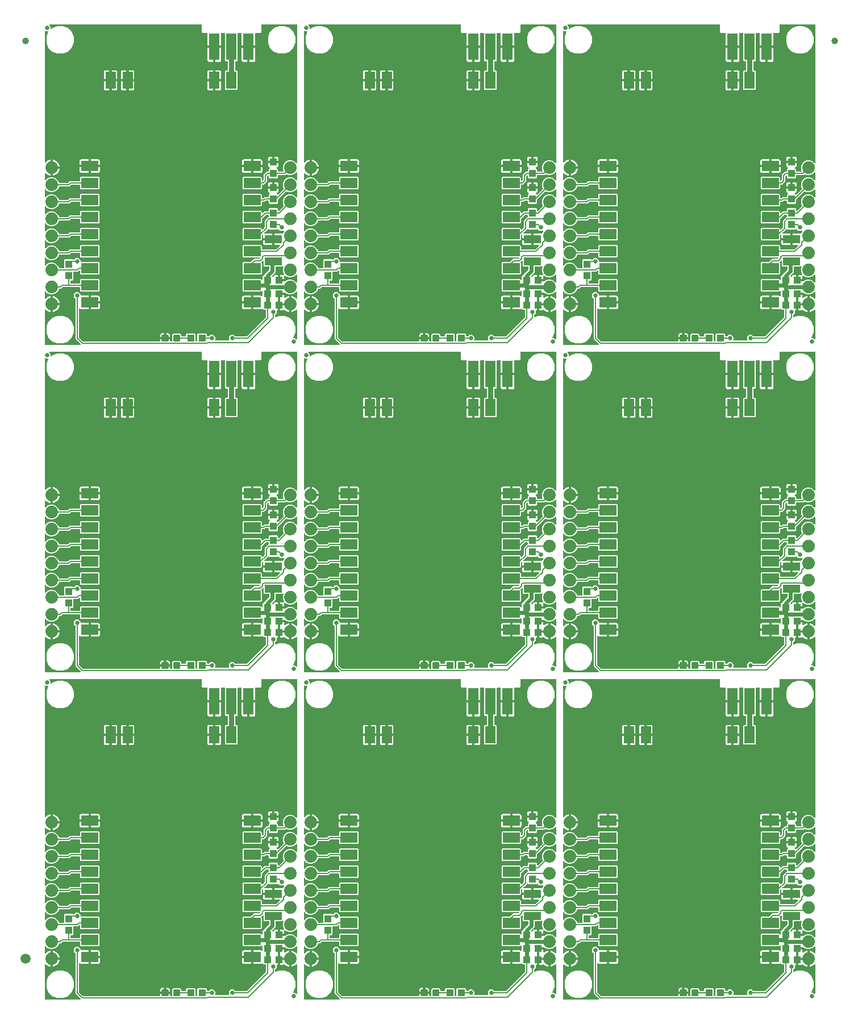
<source format=gtl>
G04 EAGLE Gerber RS-274X export*
G75*
%MOMM*%
%FSLAX34Y34*%
%LPD*%
%INTop Copper*%
%IPPOS*%
%AMOC8*
5,1,8,0,0,1.08239X$1,22.5*%
G01*
%ADD10C,0.635000*%
%ADD11R,1.100000X1.000000*%
%ADD12C,0.300000*%
%ADD13R,2.500000X1.500000*%
%ADD14R,1.500000X2.500000*%
%ADD15R,1.000000X1.100000*%
%ADD16R,1.500000X4.000000*%
%ADD17R,2.500000X1.200000*%
%ADD18C,1.879600*%
%ADD19C,1.000000*%
%ADD20C,1.500000*%
%ADD21C,0.177800*%
%ADD22C,0.660400*%
%ADD23C,0.558800*%
%ADD24C,0.739141*%

G36*
X827253Y2548D02*
X827253Y2548D01*
X827305Y2547D01*
X827384Y2568D01*
X827465Y2581D01*
X827511Y2603D01*
X827561Y2617D01*
X827630Y2661D01*
X827704Y2696D01*
X827742Y2731D01*
X827786Y2759D01*
X827839Y2822D01*
X827899Y2878D01*
X827924Y2922D01*
X827958Y2962D01*
X827990Y3037D01*
X828030Y3108D01*
X828042Y3159D01*
X828062Y3206D01*
X828070Y3288D01*
X828088Y3368D01*
X828084Y3419D01*
X828089Y3471D01*
X828073Y3551D01*
X828067Y3633D01*
X828047Y3681D01*
X828037Y3731D01*
X828010Y3775D01*
X827968Y3880D01*
X827855Y4019D01*
X827830Y4057D01*
X822115Y9772D01*
X820292Y11595D01*
X820292Y71315D01*
X820289Y71335D01*
X820291Y71356D01*
X820269Y71467D01*
X820252Y71577D01*
X820243Y71596D01*
X820239Y71617D01*
X820215Y71655D01*
X820137Y71817D01*
X820060Y71899D01*
X820032Y71943D01*
X817879Y74095D01*
X817879Y78305D01*
X820855Y81281D01*
X825065Y81281D01*
X828041Y78305D01*
X828041Y76829D01*
X828056Y76727D01*
X828064Y76625D01*
X828076Y76597D01*
X828081Y76566D01*
X828125Y76474D01*
X828163Y76378D01*
X828183Y76355D01*
X828196Y76327D01*
X828266Y76252D01*
X828331Y76172D01*
X828357Y76155D01*
X828378Y76133D01*
X828467Y76082D01*
X828552Y76025D01*
X828576Y76019D01*
X828608Y76001D01*
X828868Y75943D01*
X828906Y75946D01*
X828929Y75941D01*
X839883Y75941D01*
X839883Y66789D01*
X839898Y66688D01*
X839907Y66585D01*
X839918Y66557D01*
X839923Y66526D01*
X839967Y66434D01*
X840006Y66339D01*
X840025Y66315D01*
X840038Y66287D01*
X840108Y66212D01*
X840173Y66132D01*
X840199Y66115D01*
X840220Y66093D01*
X840309Y66042D01*
X840394Y65985D01*
X840418Y65980D01*
X840450Y65961D01*
X840710Y65903D01*
X840748Y65906D01*
X840771Y65901D01*
X841661Y65901D01*
X841661Y65899D01*
X840771Y65899D01*
X840670Y65884D01*
X840567Y65875D01*
X840539Y65864D01*
X840508Y65859D01*
X840416Y65815D01*
X840321Y65776D01*
X840297Y65757D01*
X840269Y65744D01*
X840194Y65674D01*
X840114Y65609D01*
X840097Y65583D01*
X840075Y65562D01*
X840024Y65473D01*
X839967Y65388D01*
X839961Y65364D01*
X839943Y65331D01*
X839885Y65072D01*
X839888Y65034D01*
X839883Y65011D01*
X839883Y55859D01*
X828825Y55859D01*
X828179Y56032D01*
X827600Y56367D01*
X827144Y56823D01*
X827103Y56853D01*
X827067Y56891D01*
X826996Y56932D01*
X826930Y56981D01*
X826881Y56998D01*
X826837Y57023D01*
X826757Y57041D01*
X826679Y57068D01*
X826627Y57070D01*
X826577Y57081D01*
X826495Y57074D01*
X826413Y57077D01*
X826364Y57063D01*
X826312Y57059D01*
X826236Y57029D01*
X826157Y57007D01*
X826113Y56980D01*
X826065Y56960D01*
X826002Y56908D01*
X825933Y56865D01*
X825899Y56825D01*
X825859Y56793D01*
X825814Y56724D01*
X825761Y56662D01*
X825740Y56615D01*
X825712Y56572D01*
X825700Y56521D01*
X825656Y56417D01*
X825638Y56239D01*
X825628Y56195D01*
X825628Y14173D01*
X825631Y14152D01*
X825629Y14131D01*
X825651Y14021D01*
X825668Y13910D01*
X825677Y13891D01*
X825681Y13871D01*
X825705Y13832D01*
X825783Y13671D01*
X825860Y13588D01*
X825888Y13545D01*
X831472Y7961D01*
X831489Y7948D01*
X831502Y7932D01*
X831596Y7870D01*
X831686Y7803D01*
X831706Y7796D01*
X831723Y7785D01*
X831768Y7775D01*
X831937Y7716D01*
X832050Y7712D01*
X832100Y7701D01*
X945461Y7701D01*
X945563Y7716D01*
X945665Y7724D01*
X945693Y7736D01*
X945724Y7741D01*
X945816Y7785D01*
X945912Y7823D01*
X945935Y7843D01*
X945963Y7856D01*
X946038Y7926D01*
X946118Y7991D01*
X946135Y8017D01*
X946157Y8038D01*
X946208Y8127D01*
X946265Y8212D01*
X946271Y8236D01*
X946289Y8268D01*
X946347Y8528D01*
X946344Y8566D01*
X946349Y8589D01*
X946349Y10923D01*
X953001Y10923D01*
X953102Y10938D01*
X953205Y10947D01*
X953233Y10958D01*
X953264Y10963D01*
X953356Y11007D01*
X953451Y11046D01*
X953475Y11065D01*
X953503Y11078D01*
X953578Y11148D01*
X953658Y11213D01*
X953675Y11239D01*
X953697Y11260D01*
X953748Y11349D01*
X953805Y11434D01*
X953810Y11458D01*
X953829Y11490D01*
X953887Y11750D01*
X953884Y11788D01*
X953889Y11811D01*
X953889Y12701D01*
X953891Y12701D01*
X953891Y11811D01*
X953906Y11710D01*
X953915Y11607D01*
X953926Y11579D01*
X953931Y11548D01*
X953975Y11456D01*
X954014Y11361D01*
X954033Y11337D01*
X954046Y11309D01*
X954116Y11234D01*
X954181Y11154D01*
X954207Y11137D01*
X954228Y11115D01*
X954317Y11064D01*
X954402Y11007D01*
X954426Y11001D01*
X954459Y10983D01*
X954718Y10925D01*
X954756Y10928D01*
X954779Y10923D01*
X961431Y10923D01*
X961431Y8589D01*
X961446Y8487D01*
X961454Y8385D01*
X961466Y8357D01*
X961471Y8326D01*
X961515Y8234D01*
X961553Y8138D01*
X961573Y8115D01*
X961586Y8087D01*
X961656Y8012D01*
X961721Y7932D01*
X961747Y7915D01*
X961768Y7893D01*
X961857Y7842D01*
X961942Y7785D01*
X961966Y7779D01*
X961998Y7761D01*
X962258Y7703D01*
X962296Y7706D01*
X962319Y7701D01*
X963763Y7701D01*
X963865Y7716D01*
X963967Y7724D01*
X963995Y7736D01*
X964026Y7741D01*
X964118Y7785D01*
X964214Y7823D01*
X964237Y7843D01*
X964265Y7856D01*
X964340Y7926D01*
X964420Y7991D01*
X964437Y8017D01*
X964459Y8038D01*
X964510Y8127D01*
X964567Y8212D01*
X964573Y8236D01*
X964591Y8268D01*
X964649Y8528D01*
X964646Y8566D01*
X964651Y8589D01*
X964651Y17558D01*
X966572Y19479D01*
X976288Y19479D01*
X978209Y17558D01*
X978209Y16256D01*
X978224Y16154D01*
X978232Y16052D01*
X978244Y16024D01*
X978249Y15993D01*
X978293Y15901D01*
X978331Y15805D01*
X978351Y15782D01*
X978364Y15754D01*
X978434Y15679D01*
X978499Y15599D01*
X978525Y15582D01*
X978546Y15560D01*
X978635Y15509D01*
X978720Y15452D01*
X978744Y15446D01*
X978776Y15428D01*
X979036Y15370D01*
X979074Y15373D01*
X979097Y15368D01*
X984093Y15368D01*
X984195Y15383D01*
X984297Y15391D01*
X984325Y15403D01*
X984356Y15408D01*
X984448Y15452D01*
X984544Y15490D01*
X984567Y15510D01*
X984595Y15523D01*
X984670Y15593D01*
X984750Y15658D01*
X984767Y15684D01*
X984789Y15705D01*
X984840Y15794D01*
X984897Y15879D01*
X984903Y15903D01*
X984921Y15935D01*
X984979Y16195D01*
X984976Y16233D01*
X984981Y16256D01*
X984981Y18437D01*
X986023Y19479D01*
X998497Y19479D01*
X999539Y18437D01*
X999539Y8589D01*
X999554Y8487D01*
X999562Y8385D01*
X999574Y8357D01*
X999579Y8326D01*
X999623Y8234D01*
X999661Y8138D01*
X999681Y8115D01*
X999694Y8087D01*
X999764Y8012D01*
X999829Y7932D01*
X999855Y7915D01*
X999876Y7893D01*
X999965Y7842D01*
X1000050Y7785D01*
X1000074Y7779D01*
X1000106Y7761D01*
X1000366Y7703D01*
X1000404Y7706D01*
X1000427Y7701D01*
X1001093Y7701D01*
X1001195Y7716D01*
X1001297Y7724D01*
X1001325Y7736D01*
X1001356Y7741D01*
X1001448Y7785D01*
X1001544Y7823D01*
X1001567Y7843D01*
X1001595Y7856D01*
X1001670Y7926D01*
X1001750Y7991D01*
X1001767Y8017D01*
X1001789Y8038D01*
X1001840Y8127D01*
X1001897Y8212D01*
X1001903Y8236D01*
X1001921Y8268D01*
X1001979Y8528D01*
X1001976Y8566D01*
X1001981Y8589D01*
X1001981Y18437D01*
X1003023Y19479D01*
X1015497Y19479D01*
X1016539Y18437D01*
X1016539Y16256D01*
X1016554Y16154D01*
X1016562Y16052D01*
X1016574Y16024D01*
X1016579Y15993D01*
X1016623Y15901D01*
X1016661Y15805D01*
X1016681Y15782D01*
X1016694Y15754D01*
X1016764Y15679D01*
X1016829Y15599D01*
X1016855Y15582D01*
X1016876Y15560D01*
X1016965Y15509D01*
X1017050Y15452D01*
X1017074Y15446D01*
X1017106Y15428D01*
X1017366Y15370D01*
X1017404Y15373D01*
X1017427Y15368D01*
X1018735Y15368D01*
X1018755Y15371D01*
X1018776Y15369D01*
X1018887Y15391D01*
X1018997Y15408D01*
X1019016Y15417D01*
X1019037Y15421D01*
X1019075Y15445D01*
X1019237Y15523D01*
X1019319Y15600D01*
X1019363Y15628D01*
X1021515Y17781D01*
X1025725Y17781D01*
X1028701Y14805D01*
X1028701Y10596D01*
X1028639Y10534D01*
X1028609Y10493D01*
X1028571Y10457D01*
X1028530Y10386D01*
X1028482Y10320D01*
X1028465Y10271D01*
X1028439Y10227D01*
X1028421Y10147D01*
X1028394Y10069D01*
X1028392Y10017D01*
X1028381Y9967D01*
X1028388Y9885D01*
X1028385Y9803D01*
X1028399Y9754D01*
X1028403Y9702D01*
X1028433Y9626D01*
X1028455Y9547D01*
X1028483Y9503D01*
X1028502Y9455D01*
X1028554Y9392D01*
X1028598Y9323D01*
X1028637Y9289D01*
X1028669Y9249D01*
X1028738Y9204D01*
X1028800Y9151D01*
X1028848Y9130D01*
X1028891Y9102D01*
X1028941Y9090D01*
X1029045Y9046D01*
X1029223Y9028D01*
X1029267Y9018D01*
X1048453Y9018D01*
X1048504Y9025D01*
X1048555Y9024D01*
X1048634Y9045D01*
X1048715Y9058D01*
X1048762Y9080D01*
X1048812Y9094D01*
X1048881Y9138D01*
X1048955Y9173D01*
X1048992Y9209D01*
X1049036Y9236D01*
X1049089Y9299D01*
X1049149Y9355D01*
X1049175Y9400D01*
X1049208Y9439D01*
X1049240Y9514D01*
X1049281Y9585D01*
X1049292Y9636D01*
X1049312Y9683D01*
X1049321Y9765D01*
X1049339Y9845D01*
X1049335Y9896D01*
X1049340Y9948D01*
X1049324Y10028D01*
X1049317Y10110D01*
X1049298Y10158D01*
X1049288Y10208D01*
X1049260Y10252D01*
X1049218Y10357D01*
X1049105Y10496D01*
X1049081Y10534D01*
X1049019Y10596D01*
X1049019Y14805D01*
X1051995Y17781D01*
X1056205Y17781D01*
X1058357Y15628D01*
X1058374Y15615D01*
X1058388Y15599D01*
X1058481Y15537D01*
X1058571Y15470D01*
X1058591Y15463D01*
X1058609Y15452D01*
X1058653Y15442D01*
X1058822Y15383D01*
X1058935Y15379D01*
X1058985Y15368D01*
X1075487Y15368D01*
X1075508Y15371D01*
X1075529Y15369D01*
X1075639Y15391D01*
X1075750Y15408D01*
X1075769Y15417D01*
X1075789Y15421D01*
X1075828Y15445D01*
X1075989Y15523D01*
X1076072Y15600D01*
X1076115Y15628D01*
X1103632Y43145D01*
X1103645Y43162D01*
X1103661Y43175D01*
X1103723Y43269D01*
X1103790Y43359D01*
X1103797Y43379D01*
X1103808Y43396D01*
X1103818Y43441D01*
X1103877Y43610D01*
X1103881Y43723D01*
X1103892Y43773D01*
X1103892Y54563D01*
X1103877Y54665D01*
X1103869Y54767D01*
X1103857Y54795D01*
X1103852Y54826D01*
X1103808Y54918D01*
X1103770Y55014D01*
X1103750Y55037D01*
X1103737Y55065D01*
X1103667Y55140D01*
X1103602Y55220D01*
X1103576Y55237D01*
X1103555Y55259D01*
X1103466Y55310D01*
X1103381Y55367D01*
X1103357Y55373D01*
X1103325Y55391D01*
X1103065Y55449D01*
X1103027Y55446D01*
X1103004Y55451D01*
X1100323Y55451D01*
X1099192Y56583D01*
X1099109Y56644D01*
X1099031Y56710D01*
X1099003Y56722D01*
X1098978Y56740D01*
X1098881Y56774D01*
X1098787Y56814D01*
X1098756Y56818D01*
X1098727Y56828D01*
X1098624Y56831D01*
X1098522Y56842D01*
X1098492Y56836D01*
X1098461Y56837D01*
X1098362Y56810D01*
X1098261Y56790D01*
X1098241Y56777D01*
X1098205Y56767D01*
X1097980Y56624D01*
X1097956Y56595D01*
X1097936Y56583D01*
X1097720Y56367D01*
X1097141Y56032D01*
X1096495Y55859D01*
X1085437Y55859D01*
X1085437Y65011D01*
X1085422Y65112D01*
X1085413Y65215D01*
X1085402Y65243D01*
X1085397Y65274D01*
X1085353Y65366D01*
X1085314Y65461D01*
X1085295Y65485D01*
X1085282Y65513D01*
X1085212Y65588D01*
X1085147Y65668D01*
X1085121Y65685D01*
X1085100Y65707D01*
X1085011Y65758D01*
X1084926Y65815D01*
X1084902Y65820D01*
X1084869Y65839D01*
X1084610Y65897D01*
X1084572Y65894D01*
X1084549Y65899D01*
X1083659Y65899D01*
X1083659Y65901D01*
X1084549Y65901D01*
X1084650Y65916D01*
X1084753Y65925D01*
X1084781Y65936D01*
X1084812Y65941D01*
X1084904Y65985D01*
X1084999Y66024D01*
X1085023Y66043D01*
X1085051Y66056D01*
X1085126Y66126D01*
X1085206Y66191D01*
X1085223Y66217D01*
X1085245Y66238D01*
X1085296Y66327D01*
X1085353Y66412D01*
X1085358Y66436D01*
X1085377Y66469D01*
X1085435Y66728D01*
X1085432Y66766D01*
X1085437Y66789D01*
X1085437Y75941D01*
X1096495Y75941D01*
X1097141Y75768D01*
X1097720Y75433D01*
X1097765Y75388D01*
X1097806Y75358D01*
X1097842Y75320D01*
X1097913Y75279D01*
X1097979Y75231D01*
X1098028Y75214D01*
X1098072Y75188D01*
X1098152Y75170D01*
X1098230Y75143D01*
X1098281Y75141D01*
X1098332Y75130D01*
X1098414Y75137D01*
X1098496Y75134D01*
X1098545Y75148D01*
X1098597Y75152D01*
X1098673Y75182D01*
X1098752Y75204D01*
X1098795Y75231D01*
X1098844Y75251D01*
X1098907Y75303D01*
X1098976Y75346D01*
X1099010Y75386D01*
X1099050Y75418D01*
X1099095Y75487D01*
X1099148Y75549D01*
X1099169Y75596D01*
X1099197Y75639D01*
X1099209Y75690D01*
X1099253Y75793D01*
X1099271Y75972D01*
X1099281Y76016D01*
X1099281Y82261D01*
X1099274Y82312D01*
X1099275Y82364D01*
X1099254Y82443D01*
X1099241Y82524D01*
X1099219Y82571D01*
X1099205Y82620D01*
X1099161Y82690D01*
X1099126Y82763D01*
X1099091Y82801D01*
X1099063Y82845D01*
X1099000Y82898D01*
X1098944Y82958D01*
X1098900Y82983D01*
X1098860Y83017D01*
X1098785Y83049D01*
X1098714Y83090D01*
X1098663Y83101D01*
X1098616Y83121D01*
X1098534Y83130D01*
X1098454Y83148D01*
X1098403Y83143D01*
X1098351Y83149D01*
X1098271Y83133D01*
X1098189Y83126D01*
X1098141Y83107D01*
X1098091Y83097D01*
X1098047Y83069D01*
X1097942Y83027D01*
X1097803Y82914D01*
X1097765Y82889D01*
X1096897Y82021D01*
X1070423Y82021D01*
X1069381Y83063D01*
X1069381Y99537D01*
X1070423Y100579D01*
X1096897Y100579D01*
X1097765Y99711D01*
X1097806Y99680D01*
X1097842Y99642D01*
X1097913Y99602D01*
X1097979Y99553D01*
X1098028Y99536D01*
X1098072Y99510D01*
X1098152Y99492D01*
X1098230Y99465D01*
X1098282Y99464D01*
X1098332Y99452D01*
X1098414Y99459D01*
X1098496Y99456D01*
X1098545Y99470D01*
X1098597Y99474D01*
X1098673Y99505D01*
X1098752Y99526D01*
X1098796Y99554D01*
X1098844Y99573D01*
X1098907Y99625D01*
X1098976Y99669D01*
X1099010Y99708D01*
X1099050Y99741D01*
X1099095Y99809D01*
X1099148Y99871D01*
X1099169Y99919D01*
X1099197Y99962D01*
X1099209Y100012D01*
X1099253Y100116D01*
X1099271Y100294D01*
X1099281Y100339D01*
X1099281Y104797D01*
X1100323Y105839D01*
X1101099Y105839D01*
X1101201Y105854D01*
X1101303Y105862D01*
X1101331Y105874D01*
X1101362Y105879D01*
X1101454Y105923D01*
X1101550Y105961D01*
X1101573Y105981D01*
X1101601Y105994D01*
X1101676Y106064D01*
X1101756Y106129D01*
X1101773Y106155D01*
X1101795Y106176D01*
X1101846Y106265D01*
X1101903Y106350D01*
X1101909Y106374D01*
X1101927Y106406D01*
X1101985Y106666D01*
X1101982Y106704D01*
X1101987Y106727D01*
X1101987Y107694D01*
X1108967Y114674D01*
X1108980Y114691D01*
X1108996Y114704D01*
X1109058Y114798D01*
X1109125Y114888D01*
X1109132Y114908D01*
X1109143Y114925D01*
X1109153Y114970D01*
X1109212Y115139D01*
X1109216Y115246D01*
X1109225Y115287D01*
X1109225Y115291D01*
X1109227Y115302D01*
X1109227Y118343D01*
X1109212Y118445D01*
X1109204Y118547D01*
X1109192Y118575D01*
X1109187Y118606D01*
X1109143Y118698D01*
X1109105Y118794D01*
X1109085Y118817D01*
X1109072Y118845D01*
X1109002Y118920D01*
X1108937Y119000D01*
X1108911Y119017D01*
X1108890Y119039D01*
X1108801Y119090D01*
X1108716Y119147D01*
X1108692Y119153D01*
X1108660Y119171D01*
X1108400Y119229D01*
X1108362Y119226D01*
X1108339Y119231D01*
X1101823Y119231D01*
X1100781Y120273D01*
X1100781Y127124D01*
X1100774Y127175D01*
X1100775Y127227D01*
X1100754Y127306D01*
X1100741Y127387D01*
X1100719Y127433D01*
X1100705Y127483D01*
X1100661Y127552D01*
X1100626Y127626D01*
X1100591Y127664D01*
X1100563Y127708D01*
X1100500Y127761D01*
X1100444Y127821D01*
X1100400Y127846D01*
X1100360Y127880D01*
X1100285Y127912D01*
X1100214Y127952D01*
X1100163Y127964D01*
X1100116Y127984D01*
X1100034Y127992D01*
X1099954Y128010D01*
X1099903Y128006D01*
X1099851Y128011D01*
X1099771Y127995D01*
X1099689Y127989D01*
X1099641Y127969D01*
X1099591Y127959D01*
X1099547Y127932D01*
X1099442Y127890D01*
X1099303Y127777D01*
X1099265Y127752D01*
X1097822Y126309D01*
X1097761Y126227D01*
X1097695Y126149D01*
X1097683Y126120D01*
X1097664Y126095D01*
X1097631Y125998D01*
X1097590Y125904D01*
X1097587Y125873D01*
X1097577Y125844D01*
X1097574Y125742D01*
X1097563Y125640D01*
X1097569Y125609D01*
X1097568Y125579D01*
X1097595Y125480D01*
X1097615Y125379D01*
X1097628Y125359D01*
X1097638Y125322D01*
X1097780Y125098D01*
X1097809Y125073D01*
X1097822Y125053D01*
X1097939Y124937D01*
X1097939Y108463D01*
X1096897Y107421D01*
X1070423Y107421D01*
X1069381Y108463D01*
X1069381Y124937D01*
X1070423Y125979D01*
X1080688Y125979D01*
X1080709Y125982D01*
X1080730Y125980D01*
X1080840Y126002D01*
X1080951Y126019D01*
X1080970Y126028D01*
X1080990Y126032D01*
X1081029Y126056D01*
X1081190Y126134D01*
X1081273Y126211D01*
X1081316Y126239D01*
X1086015Y130938D01*
X1094537Y130938D01*
X1094558Y130941D01*
X1094579Y130939D01*
X1094689Y130961D01*
X1094800Y130978D01*
X1094819Y130987D01*
X1094839Y130991D01*
X1094878Y131015D01*
X1095039Y131093D01*
X1095122Y131170D01*
X1095165Y131198D01*
X1095272Y131305D01*
X1095303Y131346D01*
X1095341Y131382D01*
X1095381Y131453D01*
X1095430Y131519D01*
X1095447Y131568D01*
X1095472Y131612D01*
X1095490Y131692D01*
X1095517Y131770D01*
X1095519Y131821D01*
X1095530Y131872D01*
X1095524Y131954D01*
X1095526Y132035D01*
X1095513Y132085D01*
X1095509Y132137D01*
X1095478Y132213D01*
X1095457Y132292D01*
X1095429Y132336D01*
X1095410Y132384D01*
X1095358Y132447D01*
X1095314Y132516D01*
X1095275Y132550D01*
X1095242Y132590D01*
X1095174Y132635D01*
X1095111Y132688D01*
X1095064Y132709D01*
X1095021Y132737D01*
X1094971Y132749D01*
X1094867Y132793D01*
X1094689Y132811D01*
X1094644Y132821D01*
X1070423Y132821D01*
X1069381Y133863D01*
X1069381Y150337D01*
X1070423Y151379D01*
X1096897Y151379D01*
X1097939Y150337D01*
X1097939Y145656D01*
X1097954Y145554D01*
X1097962Y145452D01*
X1097974Y145424D01*
X1097979Y145393D01*
X1098023Y145301D01*
X1098061Y145205D01*
X1098081Y145182D01*
X1098094Y145154D01*
X1098164Y145079D01*
X1098229Y144999D01*
X1098255Y144982D01*
X1098276Y144960D01*
X1098365Y144909D01*
X1098450Y144852D01*
X1098474Y144846D01*
X1098506Y144828D01*
X1098766Y144770D01*
X1098804Y144773D01*
X1098827Y144768D01*
X1119219Y144768D01*
X1119239Y144771D01*
X1119260Y144769D01*
X1119371Y144791D01*
X1119482Y144808D01*
X1119500Y144817D01*
X1119521Y144821D01*
X1119560Y144845D01*
X1119721Y144923D01*
X1119803Y145000D01*
X1119847Y145028D01*
X1124772Y149953D01*
X1124803Y149994D01*
X1124840Y150030D01*
X1124881Y150101D01*
X1124930Y150167D01*
X1124947Y150216D01*
X1124972Y150260D01*
X1124990Y150340D01*
X1125017Y150418D01*
X1125019Y150470D01*
X1125030Y150520D01*
X1125023Y150602D01*
X1125026Y150684D01*
X1125013Y150733D01*
X1125008Y150785D01*
X1124978Y150861D01*
X1124956Y150940D01*
X1124929Y150984D01*
X1124909Y151032D01*
X1124858Y151095D01*
X1124814Y151164D01*
X1124774Y151198D01*
X1124742Y151238D01*
X1124673Y151283D01*
X1124611Y151336D01*
X1124564Y151357D01*
X1124521Y151385D01*
X1124470Y151397D01*
X1124367Y151441D01*
X1124188Y151459D01*
X1124144Y151469D01*
X1116837Y151469D01*
X1116837Y159121D01*
X1116822Y159222D01*
X1116813Y159325D01*
X1116802Y159353D01*
X1116797Y159384D01*
X1116753Y159476D01*
X1116714Y159571D01*
X1116695Y159595D01*
X1116682Y159623D01*
X1116612Y159698D01*
X1116547Y159778D01*
X1116521Y159795D01*
X1116500Y159817D01*
X1116411Y159868D01*
X1116326Y159925D01*
X1116302Y159930D01*
X1116269Y159949D01*
X1116010Y160007D01*
X1115972Y160004D01*
X1115949Y160009D01*
X1115059Y160009D01*
X1115059Y160011D01*
X1115949Y160011D01*
X1116050Y160026D01*
X1116153Y160035D01*
X1116181Y160046D01*
X1116212Y160051D01*
X1116304Y160095D01*
X1116399Y160134D01*
X1116423Y160153D01*
X1116451Y160166D01*
X1116526Y160236D01*
X1116606Y160301D01*
X1116623Y160327D01*
X1116645Y160348D01*
X1116696Y160437D01*
X1116753Y160522D01*
X1116758Y160546D01*
X1116777Y160579D01*
X1116835Y160838D01*
X1116832Y160876D01*
X1116837Y160899D01*
X1116837Y168551D01*
X1127895Y168551D01*
X1128541Y168378D01*
X1128615Y168335D01*
X1128641Y168324D01*
X1128664Y168308D01*
X1128764Y168276D01*
X1128863Y168238D01*
X1128890Y168236D01*
X1128917Y168227D01*
X1129022Y168226D01*
X1129128Y168218D01*
X1129155Y168224D01*
X1129183Y168224D01*
X1129284Y168254D01*
X1129387Y168278D01*
X1129411Y168292D01*
X1129437Y168300D01*
X1129525Y168359D01*
X1129616Y168412D01*
X1129635Y168432D01*
X1129658Y168448D01*
X1129687Y168489D01*
X1129796Y168608D01*
X1129850Y168721D01*
X1129880Y168764D01*
X1131010Y171491D01*
X1131012Y171501D01*
X1131017Y171510D01*
X1131044Y171630D01*
X1131074Y171749D01*
X1131073Y171760D01*
X1131075Y171770D01*
X1131065Y171891D01*
X1131058Y172015D01*
X1131054Y172024D01*
X1131054Y172035D01*
X1131008Y172149D01*
X1130965Y172263D01*
X1130959Y172272D01*
X1130955Y172282D01*
X1130877Y172377D01*
X1130802Y172474D01*
X1130794Y172480D01*
X1130787Y172488D01*
X1130685Y172556D01*
X1130585Y172626D01*
X1130575Y172630D01*
X1130566Y172635D01*
X1130535Y172642D01*
X1130332Y172708D01*
X1130236Y172709D01*
X1130189Y172719D01*
X1125655Y172719D01*
X1122853Y175522D01*
X1122771Y175582D01*
X1122692Y175649D01*
X1122664Y175661D01*
X1122639Y175679D01*
X1122542Y175713D01*
X1122448Y175753D01*
X1122417Y175756D01*
X1122388Y175767D01*
X1122286Y175770D01*
X1122183Y175781D01*
X1122153Y175775D01*
X1122123Y175776D01*
X1122024Y175749D01*
X1121923Y175729D01*
X1121903Y175716D01*
X1121866Y175706D01*
X1121642Y175563D01*
X1121617Y175534D01*
X1121597Y175522D01*
X1120797Y174721D01*
X1109323Y174721D01*
X1108722Y175323D01*
X1108639Y175384D01*
X1108561Y175450D01*
X1108533Y175462D01*
X1108508Y175481D01*
X1108411Y175514D01*
X1108316Y175555D01*
X1108286Y175558D01*
X1108257Y175568D01*
X1108154Y175571D01*
X1108052Y175582D01*
X1108022Y175576D01*
X1107991Y175577D01*
X1107892Y175550D01*
X1107791Y175530D01*
X1107771Y175517D01*
X1107735Y175507D01*
X1107510Y175365D01*
X1107486Y175336D01*
X1107466Y175323D01*
X1105745Y173602D01*
X1102210Y170067D01*
X1102179Y170026D01*
X1102141Y169990D01*
X1102101Y169919D01*
X1102052Y169853D01*
X1102035Y169804D01*
X1102010Y169760D01*
X1101992Y169680D01*
X1101965Y169602D01*
X1101963Y169550D01*
X1101952Y169500D01*
X1101958Y169418D01*
X1101956Y169336D01*
X1101969Y169287D01*
X1101973Y169235D01*
X1102004Y169159D01*
X1102025Y169080D01*
X1102053Y169036D01*
X1102072Y168988D01*
X1102124Y168925D01*
X1102168Y168856D01*
X1102207Y168822D01*
X1102240Y168782D01*
X1102308Y168737D01*
X1102371Y168684D01*
X1102418Y168663D01*
X1102461Y168635D01*
X1102511Y168623D01*
X1102615Y168579D01*
X1102793Y168561D01*
X1102838Y168551D01*
X1113283Y168551D01*
X1113283Y161787D01*
X1100019Y161787D01*
X1100019Y165732D01*
X1100012Y165783D01*
X1100013Y165835D01*
X1099992Y165914D01*
X1099979Y165995D01*
X1099957Y166041D01*
X1099943Y166091D01*
X1099899Y166160D01*
X1099864Y166234D01*
X1099828Y166272D01*
X1099801Y166316D01*
X1099738Y166369D01*
X1099682Y166429D01*
X1099637Y166454D01*
X1099598Y166488D01*
X1099523Y166520D01*
X1099452Y166560D01*
X1099401Y166572D01*
X1099354Y166592D01*
X1099272Y166600D01*
X1099192Y166618D01*
X1099141Y166614D01*
X1099089Y166619D01*
X1099009Y166603D01*
X1098927Y166597D01*
X1098879Y166577D01*
X1098829Y166567D01*
X1098785Y166540D01*
X1098680Y166498D01*
X1098541Y166385D01*
X1098503Y166360D01*
X1098199Y166056D01*
X1098186Y166039D01*
X1098170Y166026D01*
X1098108Y165932D01*
X1098041Y165842D01*
X1098034Y165822D01*
X1098023Y165805D01*
X1098013Y165760D01*
X1097954Y165591D01*
X1097950Y165478D01*
X1097939Y165428D01*
X1097939Y159263D01*
X1096897Y158221D01*
X1070423Y158221D01*
X1069381Y159263D01*
X1069381Y175737D01*
X1070423Y176779D01*
X1096897Y176779D01*
X1097939Y175737D01*
X1097939Y175486D01*
X1097946Y175435D01*
X1097945Y175383D01*
X1097966Y175304D01*
X1097979Y175223D01*
X1098001Y175177D01*
X1098015Y175127D01*
X1098059Y175058D01*
X1098094Y174984D01*
X1098129Y174946D01*
X1098157Y174902D01*
X1098220Y174849D01*
X1098276Y174789D01*
X1098320Y174764D01*
X1098360Y174730D01*
X1098435Y174698D01*
X1098506Y174658D01*
X1098557Y174646D01*
X1098604Y174626D01*
X1098686Y174618D01*
X1098766Y174600D01*
X1098817Y174604D01*
X1098869Y174599D01*
X1098949Y174615D01*
X1099031Y174621D01*
X1099079Y174641D01*
X1099129Y174651D01*
X1099173Y174678D01*
X1099278Y174720D01*
X1099417Y174833D01*
X1099455Y174858D01*
X1101972Y177375D01*
X1101985Y177392D01*
X1102001Y177405D01*
X1102063Y177499D01*
X1102130Y177589D01*
X1102137Y177609D01*
X1102148Y177626D01*
X1102158Y177671D01*
X1102217Y177840D01*
X1102221Y177953D01*
X1102232Y178003D01*
X1102232Y187795D01*
X1107643Y193206D01*
X1107656Y193208D01*
X1107748Y193252D01*
X1107844Y193290D01*
X1107867Y193310D01*
X1107895Y193323D01*
X1107970Y193393D01*
X1108050Y193458D01*
X1108067Y193484D01*
X1108089Y193505D01*
X1108140Y193594D01*
X1108197Y193679D01*
X1108203Y193703D01*
X1108221Y193735D01*
X1108279Y193995D01*
X1108276Y194033D01*
X1108281Y194056D01*
X1108281Y195444D01*
X1108266Y195546D01*
X1108258Y195648D01*
X1108246Y195676D01*
X1108241Y195707D01*
X1108197Y195799D01*
X1108159Y195895D01*
X1108139Y195918D01*
X1108126Y195946D01*
X1108056Y196021D01*
X1107991Y196101D01*
X1107965Y196118D01*
X1107944Y196140D01*
X1107855Y196191D01*
X1107770Y196248D01*
X1107746Y196254D01*
X1107714Y196272D01*
X1107454Y196330D01*
X1107416Y196327D01*
X1107393Y196332D01*
X1104713Y196332D01*
X1104692Y196329D01*
X1104671Y196331D01*
X1104561Y196309D01*
X1104450Y196292D01*
X1104431Y196283D01*
X1104411Y196279D01*
X1104372Y196255D01*
X1104211Y196177D01*
X1104128Y196100D01*
X1104085Y196072D01*
X1098199Y190186D01*
X1098186Y190169D01*
X1098170Y190156D01*
X1098108Y190062D01*
X1098041Y189972D01*
X1098034Y189952D01*
X1098023Y189935D01*
X1098013Y189890D01*
X1097954Y189721D01*
X1097950Y189608D01*
X1097939Y189558D01*
X1097939Y184663D01*
X1096897Y183621D01*
X1070423Y183621D01*
X1069381Y184663D01*
X1069381Y201137D01*
X1070423Y202179D01*
X1096897Y202179D01*
X1097939Y201137D01*
X1097939Y199616D01*
X1097946Y199565D01*
X1097945Y199513D01*
X1097966Y199434D01*
X1097979Y199353D01*
X1098001Y199307D01*
X1098015Y199257D01*
X1098059Y199188D01*
X1098094Y199114D01*
X1098129Y199076D01*
X1098157Y199032D01*
X1098220Y198979D01*
X1098276Y198919D01*
X1098320Y198894D01*
X1098360Y198860D01*
X1098435Y198828D01*
X1098506Y198788D01*
X1098557Y198776D01*
X1098604Y198756D01*
X1098686Y198748D01*
X1098766Y198730D01*
X1098817Y198734D01*
X1098869Y198729D01*
X1098949Y198745D01*
X1099031Y198751D01*
X1099079Y198771D01*
X1099129Y198781D01*
X1099173Y198808D01*
X1099278Y198850D01*
X1099417Y198963D01*
X1099455Y198988D01*
X1102135Y201668D01*
X1107393Y201668D01*
X1107495Y201683D01*
X1107597Y201691D01*
X1107625Y201703D01*
X1107656Y201708D01*
X1107748Y201752D01*
X1107844Y201790D01*
X1107867Y201810D01*
X1107895Y201823D01*
X1107970Y201893D01*
X1108050Y201958D01*
X1108067Y201984D01*
X1108089Y202005D01*
X1108140Y202094D01*
X1108197Y202179D01*
X1108203Y202203D01*
X1108221Y202235D01*
X1108279Y202495D01*
X1108276Y202533D01*
X1108281Y202556D01*
X1108281Y205237D01*
X1109323Y206279D01*
X1120797Y206279D01*
X1121839Y205237D01*
X1121839Y203196D01*
X1121846Y203145D01*
X1121845Y203093D01*
X1121866Y203014D01*
X1121879Y202933D01*
X1121901Y202887D01*
X1121915Y202837D01*
X1121959Y202768D01*
X1121994Y202694D01*
X1122029Y202656D01*
X1122057Y202612D01*
X1122120Y202559D01*
X1122176Y202499D01*
X1122220Y202474D01*
X1122260Y202440D01*
X1122335Y202408D01*
X1122406Y202368D01*
X1122457Y202356D01*
X1122504Y202336D01*
X1122586Y202328D01*
X1122666Y202310D01*
X1122717Y202314D01*
X1122769Y202309D01*
X1122849Y202325D01*
X1122931Y202331D01*
X1122979Y202351D01*
X1123029Y202361D01*
X1123073Y202388D01*
X1123178Y202430D01*
X1123317Y202543D01*
X1123355Y202568D01*
X1130381Y209594D01*
X1130418Y209644D01*
X1130462Y209687D01*
X1130496Y209750D01*
X1130539Y209808D01*
X1130559Y209866D01*
X1130589Y209921D01*
X1130603Y209991D01*
X1130626Y210059D01*
X1130628Y210121D01*
X1130640Y210182D01*
X1130632Y210229D01*
X1130635Y210324D01*
X1130579Y210531D01*
X1130574Y210562D01*
X1129283Y213677D01*
X1129283Y218123D01*
X1130985Y222231D01*
X1134129Y225375D01*
X1138237Y227077D01*
X1142683Y227077D01*
X1146791Y225375D01*
X1149103Y223063D01*
X1149109Y223059D01*
X1149110Y223058D01*
X1149114Y223055D01*
X1149144Y223033D01*
X1149180Y222995D01*
X1149251Y222954D01*
X1149317Y222906D01*
X1149366Y222889D01*
X1149410Y222863D01*
X1149490Y222845D01*
X1149568Y222818D01*
X1149620Y222816D01*
X1149670Y222805D01*
X1149752Y222812D01*
X1149834Y222809D01*
X1149883Y222823D01*
X1149935Y222827D01*
X1150011Y222857D01*
X1150090Y222879D01*
X1150134Y222907D01*
X1150182Y222926D01*
X1150245Y222978D01*
X1150314Y223022D01*
X1150348Y223061D01*
X1150388Y223093D01*
X1150433Y223162D01*
X1150486Y223224D01*
X1150507Y223272D01*
X1150535Y223315D01*
X1150547Y223365D01*
X1150559Y223393D01*
X1150559Y223394D01*
X1150560Y223395D01*
X1150591Y223469D01*
X1150604Y223594D01*
X1150617Y223654D01*
X1150615Y223674D01*
X1150619Y223691D01*
X1150619Y233509D01*
X1150612Y233560D01*
X1150613Y233611D01*
X1150597Y233671D01*
X1150596Y233690D01*
X1150590Y233704D01*
X1150579Y233771D01*
X1150557Y233818D01*
X1150543Y233868D01*
X1150499Y233937D01*
X1150464Y234011D01*
X1150429Y234048D01*
X1150401Y234092D01*
X1150338Y234145D01*
X1150282Y234205D01*
X1150238Y234231D01*
X1150198Y234264D01*
X1150123Y234296D01*
X1150052Y234337D01*
X1150001Y234348D01*
X1149954Y234368D01*
X1149872Y234377D01*
X1149792Y234395D01*
X1149741Y234391D01*
X1149689Y234396D01*
X1149609Y234380D01*
X1149527Y234373D01*
X1149479Y234354D01*
X1149429Y234344D01*
X1149385Y234316D01*
X1149280Y234274D01*
X1149221Y234226D01*
X1149206Y234218D01*
X1149166Y234181D01*
X1149141Y234161D01*
X1149103Y234137D01*
X1146791Y231825D01*
X1142683Y230123D01*
X1138237Y230123D01*
X1135122Y231414D01*
X1135062Y231428D01*
X1135005Y231453D01*
X1134933Y231460D01*
X1134864Y231477D01*
X1134802Y231474D01*
X1134740Y231480D01*
X1134670Y231466D01*
X1134598Y231462D01*
X1134540Y231440D01*
X1134479Y231428D01*
X1134439Y231402D01*
X1134349Y231369D01*
X1134180Y231238D01*
X1134154Y231221D01*
X1122188Y219255D01*
X1122099Y219166D01*
X1122087Y219149D01*
X1122070Y219136D01*
X1122008Y219042D01*
X1121941Y218952D01*
X1121934Y218932D01*
X1121923Y218915D01*
X1121913Y218870D01*
X1121854Y218701D01*
X1121850Y218589D01*
X1121839Y218538D01*
X1121839Y213863D01*
X1120797Y212821D01*
X1109323Y212821D01*
X1108281Y213863D01*
X1108281Y216544D01*
X1108266Y216646D01*
X1108258Y216748D01*
X1108246Y216776D01*
X1108241Y216807D01*
X1108197Y216899D01*
X1108159Y216995D01*
X1108139Y217018D01*
X1108126Y217046D01*
X1108056Y217121D01*
X1107991Y217201D01*
X1107965Y217218D01*
X1107944Y217240D01*
X1107855Y217291D01*
X1107770Y217348D01*
X1107746Y217354D01*
X1107714Y217372D01*
X1107454Y217430D01*
X1107416Y217427D01*
X1107393Y217432D01*
X1104223Y217432D01*
X1104202Y217429D01*
X1104181Y217431D01*
X1104071Y217409D01*
X1103960Y217392D01*
X1103941Y217383D01*
X1103921Y217379D01*
X1103882Y217355D01*
X1103721Y217277D01*
X1103638Y217200D01*
X1103595Y217172D01*
X1102055Y215632D01*
X1098827Y215632D01*
X1098725Y215617D01*
X1098623Y215609D01*
X1098595Y215597D01*
X1098564Y215592D01*
X1098472Y215548D01*
X1098376Y215510D01*
X1098353Y215490D01*
X1098325Y215477D01*
X1098250Y215407D01*
X1098170Y215342D01*
X1098153Y215316D01*
X1098131Y215295D01*
X1098080Y215206D01*
X1098023Y215121D01*
X1098017Y215097D01*
X1097999Y215065D01*
X1097941Y214805D01*
X1097944Y214767D01*
X1097939Y214744D01*
X1097939Y210063D01*
X1096897Y209021D01*
X1070423Y209021D01*
X1069381Y210063D01*
X1069381Y226537D01*
X1070423Y227579D01*
X1096897Y227579D01*
X1097939Y226537D01*
X1097939Y221856D01*
X1097954Y221754D01*
X1097962Y221652D01*
X1097974Y221624D01*
X1097979Y221593D01*
X1098023Y221501D01*
X1098061Y221405D01*
X1098081Y221382D01*
X1098094Y221354D01*
X1098164Y221279D01*
X1098229Y221199D01*
X1098255Y221182D01*
X1098276Y221160D01*
X1098365Y221109D01*
X1098450Y221052D01*
X1098474Y221046D01*
X1098506Y221028D01*
X1098766Y220970D01*
X1098804Y220973D01*
X1098827Y220968D01*
X1099477Y220968D01*
X1099498Y220971D01*
X1099519Y220969D01*
X1099629Y220991D01*
X1099740Y221008D01*
X1099759Y221017D01*
X1099779Y221021D01*
X1099818Y221045D01*
X1099979Y221123D01*
X1100062Y221200D01*
X1100105Y221228D01*
X1101645Y222768D01*
X1107393Y222768D01*
X1107495Y222783D01*
X1107597Y222791D01*
X1107625Y222803D01*
X1107656Y222808D01*
X1107748Y222852D01*
X1107844Y222890D01*
X1107867Y222910D01*
X1107895Y222923D01*
X1107970Y222993D01*
X1108050Y223058D01*
X1108067Y223084D01*
X1108089Y223105D01*
X1108140Y223194D01*
X1108197Y223279D01*
X1108203Y223303D01*
X1108221Y223335D01*
X1108279Y223595D01*
X1108276Y223633D01*
X1108281Y223656D01*
X1108281Y226337D01*
X1109333Y227389D01*
X1109399Y227401D01*
X1109513Y227419D01*
X1109529Y227426D01*
X1109546Y227429D01*
X1109648Y227484D01*
X1109753Y227534D01*
X1109765Y227546D01*
X1109781Y227554D01*
X1109862Y227636D01*
X1109947Y227716D01*
X1109956Y227731D01*
X1109968Y227743D01*
X1110021Y227846D01*
X1110079Y227946D01*
X1110083Y227963D01*
X1110091Y227979D01*
X1110111Y228093D01*
X1110137Y228206D01*
X1110135Y228223D01*
X1110138Y228240D01*
X1110124Y228355D01*
X1110115Y228471D01*
X1110109Y228487D01*
X1110107Y228504D01*
X1110059Y228610D01*
X1110016Y228718D01*
X1110005Y228731D01*
X1109998Y228747D01*
X1109922Y228834D01*
X1109848Y228924D01*
X1109834Y228933D01*
X1109823Y228946D01*
X1109786Y228966D01*
X1109627Y229071D01*
X1109550Y229088D01*
X1109480Y229125D01*
X1109079Y229232D01*
X1108500Y229567D01*
X1108027Y230040D01*
X1107692Y230619D01*
X1107519Y231265D01*
X1107519Y235323D01*
X1114171Y235323D01*
X1114272Y235338D01*
X1114375Y235347D01*
X1114403Y235358D01*
X1114434Y235363D01*
X1114526Y235407D01*
X1114621Y235446D01*
X1114645Y235465D01*
X1114673Y235478D01*
X1114748Y235548D01*
X1114828Y235613D01*
X1114845Y235639D01*
X1114867Y235660D01*
X1114918Y235749D01*
X1114975Y235834D01*
X1114980Y235858D01*
X1114999Y235890D01*
X1115057Y236150D01*
X1115054Y236188D01*
X1115059Y236211D01*
X1115059Y237101D01*
X1115061Y237101D01*
X1115061Y236211D01*
X1115076Y236110D01*
X1115085Y236007D01*
X1115096Y235979D01*
X1115101Y235948D01*
X1115145Y235856D01*
X1115184Y235761D01*
X1115203Y235737D01*
X1115216Y235709D01*
X1115286Y235634D01*
X1115351Y235554D01*
X1115377Y235537D01*
X1115398Y235515D01*
X1115487Y235464D01*
X1115572Y235407D01*
X1115596Y235401D01*
X1115629Y235383D01*
X1115888Y235325D01*
X1115926Y235328D01*
X1115949Y235323D01*
X1122601Y235323D01*
X1122601Y231265D01*
X1122428Y230619D01*
X1122093Y230040D01*
X1121620Y229567D01*
X1121041Y229232D01*
X1120640Y229125D01*
X1120624Y229118D01*
X1120607Y229115D01*
X1120503Y229065D01*
X1120396Y229019D01*
X1120383Y229007D01*
X1120367Y229000D01*
X1120282Y228920D01*
X1120195Y228845D01*
X1120186Y228830D01*
X1120173Y228818D01*
X1120115Y228717D01*
X1120054Y228619D01*
X1120050Y228603D01*
X1120041Y228588D01*
X1120016Y228474D01*
X1119986Y228362D01*
X1119987Y228345D01*
X1119983Y228328D01*
X1119993Y228213D01*
X1119998Y228097D01*
X1120004Y228080D01*
X1120005Y228063D01*
X1120048Y227956D01*
X1120087Y227846D01*
X1120098Y227833D01*
X1120104Y227816D01*
X1120177Y227726D01*
X1120247Y227634D01*
X1120261Y227624D01*
X1120272Y227610D01*
X1120368Y227545D01*
X1120462Y227478D01*
X1120478Y227472D01*
X1120493Y227463D01*
X1120534Y227454D01*
X1120714Y227393D01*
X1120780Y227395D01*
X1121153Y227022D01*
X1121236Y226961D01*
X1121314Y226895D01*
X1121342Y226883D01*
X1121367Y226864D01*
X1121464Y226831D01*
X1121559Y226790D01*
X1121589Y226787D01*
X1121618Y226777D01*
X1121721Y226774D01*
X1121823Y226763D01*
X1121853Y226769D01*
X1121884Y226768D01*
X1121983Y226795D01*
X1122084Y226815D01*
X1122104Y226828D01*
X1122140Y226838D01*
X1122365Y226980D01*
X1122389Y227009D01*
X1122409Y227022D01*
X1130381Y234994D01*
X1130418Y235044D01*
X1130462Y235087D01*
X1130496Y235150D01*
X1130539Y235208D01*
X1130559Y235266D01*
X1130589Y235321D01*
X1130603Y235391D01*
X1130626Y235459D01*
X1130628Y235521D01*
X1130640Y235582D01*
X1130632Y235629D01*
X1130635Y235724D01*
X1130579Y235931D01*
X1130574Y235962D01*
X1129283Y239077D01*
X1129283Y243523D01*
X1130985Y247631D01*
X1134129Y250775D01*
X1138237Y252477D01*
X1142683Y252477D01*
X1146791Y250775D01*
X1149103Y248463D01*
X1149144Y248433D01*
X1149180Y248395D01*
X1149251Y248354D01*
X1149317Y248306D01*
X1149366Y248289D01*
X1149410Y248263D01*
X1149490Y248245D01*
X1149568Y248218D01*
X1149620Y248216D01*
X1149670Y248205D01*
X1149752Y248212D01*
X1149834Y248209D01*
X1149883Y248223D01*
X1149935Y248227D01*
X1150011Y248257D01*
X1150090Y248279D01*
X1150134Y248307D01*
X1150182Y248326D01*
X1150245Y248378D01*
X1150314Y248422D01*
X1150348Y248461D01*
X1150388Y248493D01*
X1150433Y248562D01*
X1150486Y248624D01*
X1150507Y248672D01*
X1150535Y248715D01*
X1150547Y248765D01*
X1150591Y248869D01*
X1150609Y249047D01*
X1150619Y249091D01*
X1150619Y258909D01*
X1150612Y258960D01*
X1150613Y259011D01*
X1150592Y259090D01*
X1150579Y259171D01*
X1150557Y259218D01*
X1150543Y259268D01*
X1150499Y259337D01*
X1150464Y259411D01*
X1150429Y259448D01*
X1150401Y259492D01*
X1150338Y259545D01*
X1150282Y259605D01*
X1150238Y259631D01*
X1150198Y259664D01*
X1150123Y259696D01*
X1150052Y259737D01*
X1150001Y259748D01*
X1149954Y259768D01*
X1149872Y259777D01*
X1149792Y259795D01*
X1149741Y259791D01*
X1149689Y259796D01*
X1149609Y259780D01*
X1149527Y259773D01*
X1149479Y259754D01*
X1149429Y259744D01*
X1149385Y259716D01*
X1149280Y259674D01*
X1149141Y259561D01*
X1149103Y259537D01*
X1146791Y257225D01*
X1142683Y255523D01*
X1138237Y255523D01*
X1135122Y256814D01*
X1135062Y256828D01*
X1135005Y256853D01*
X1134933Y256860D01*
X1134864Y256877D01*
X1134802Y256874D01*
X1134740Y256880D01*
X1134670Y256866D01*
X1134598Y256862D01*
X1134540Y256840D01*
X1134479Y256828D01*
X1134439Y256802D01*
X1134349Y256769D01*
X1134180Y256638D01*
X1134154Y256621D01*
X1133065Y255532D01*
X1122727Y255532D01*
X1122625Y255517D01*
X1122523Y255509D01*
X1122495Y255497D01*
X1122464Y255492D01*
X1122372Y255448D01*
X1122276Y255410D01*
X1122253Y255390D01*
X1122225Y255377D01*
X1122150Y255307D01*
X1122070Y255242D01*
X1122053Y255216D01*
X1122031Y255195D01*
X1121980Y255106D01*
X1121923Y255021D01*
X1121917Y254997D01*
X1121899Y254965D01*
X1121841Y254705D01*
X1121844Y254667D01*
X1121839Y254644D01*
X1121839Y251963D01*
X1120797Y250921D01*
X1109323Y250921D01*
X1108281Y251963D01*
X1108281Y254004D01*
X1108274Y254055D01*
X1108275Y254107D01*
X1108254Y254186D01*
X1108241Y254267D01*
X1108219Y254313D01*
X1108205Y254363D01*
X1108161Y254432D01*
X1108126Y254506D01*
X1108090Y254544D01*
X1108063Y254588D01*
X1108000Y254640D01*
X1107944Y254701D01*
X1107899Y254726D01*
X1107860Y254760D01*
X1107785Y254792D01*
X1107714Y254832D01*
X1107663Y254844D01*
X1107616Y254864D01*
X1107534Y254872D01*
X1107454Y254890D01*
X1107403Y254886D01*
X1107351Y254891D01*
X1107271Y254875D01*
X1107189Y254869D01*
X1107141Y254849D01*
X1107091Y254839D01*
X1107047Y254812D01*
X1106942Y254770D01*
X1106803Y254656D01*
X1106765Y254632D01*
X1106558Y254425D01*
X1106545Y254408D01*
X1106529Y254395D01*
X1106467Y254301D01*
X1106400Y254211D01*
X1106393Y254191D01*
X1106382Y254174D01*
X1106372Y254129D01*
X1106313Y253960D01*
X1106309Y253847D01*
X1106298Y253797D01*
X1106298Y246545D01*
X1100785Y241032D01*
X1098827Y241032D01*
X1098725Y241017D01*
X1098623Y241009D01*
X1098595Y240997D01*
X1098564Y240992D01*
X1098472Y240948D01*
X1098376Y240910D01*
X1098353Y240890D01*
X1098325Y240877D01*
X1098250Y240807D01*
X1098170Y240742D01*
X1098153Y240716D01*
X1098131Y240695D01*
X1098080Y240606D01*
X1098023Y240521D01*
X1098017Y240497D01*
X1097999Y240465D01*
X1097941Y240205D01*
X1097944Y240167D01*
X1097939Y240144D01*
X1097939Y235463D01*
X1096897Y234421D01*
X1070423Y234421D01*
X1069381Y235463D01*
X1069381Y251937D01*
X1070423Y252979D01*
X1096897Y252979D01*
X1097939Y251937D01*
X1097939Y247876D01*
X1097946Y247825D01*
X1097945Y247773D01*
X1097966Y247694D01*
X1097979Y247613D01*
X1098001Y247567D01*
X1098015Y247517D01*
X1098059Y247448D01*
X1098094Y247374D01*
X1098129Y247336D01*
X1098157Y247292D01*
X1098220Y247239D01*
X1098276Y247179D01*
X1098320Y247154D01*
X1098360Y247120D01*
X1098435Y247088D01*
X1098506Y247048D01*
X1098557Y247036D01*
X1098604Y247016D01*
X1098686Y247008D01*
X1098766Y246990D01*
X1098817Y246994D01*
X1098869Y246989D01*
X1098949Y247005D01*
X1099031Y247011D01*
X1099079Y247031D01*
X1099129Y247041D01*
X1099173Y247068D01*
X1099278Y247110D01*
X1099417Y247223D01*
X1099455Y247248D01*
X1100702Y248495D01*
X1100715Y248512D01*
X1100731Y248525D01*
X1100793Y248619D01*
X1100860Y248709D01*
X1100867Y248729D01*
X1100878Y248746D01*
X1100888Y248791D01*
X1100947Y248960D01*
X1100951Y249073D01*
X1100962Y249123D01*
X1100962Y256375D01*
X1105455Y260868D01*
X1107393Y260868D01*
X1107495Y260883D01*
X1107597Y260891D01*
X1107625Y260903D01*
X1107656Y260908D01*
X1107748Y260952D01*
X1107844Y260990D01*
X1107867Y261010D01*
X1107895Y261023D01*
X1107970Y261093D01*
X1108050Y261158D01*
X1108067Y261184D01*
X1108089Y261205D01*
X1108140Y261294D01*
X1108197Y261379D01*
X1108203Y261403D01*
X1108221Y261435D01*
X1108279Y261695D01*
X1108276Y261733D01*
X1108281Y261756D01*
X1108281Y264437D01*
X1109333Y265489D01*
X1109399Y265501D01*
X1109513Y265519D01*
X1109529Y265526D01*
X1109546Y265529D01*
X1109648Y265584D01*
X1109753Y265634D01*
X1109765Y265646D01*
X1109781Y265654D01*
X1109862Y265736D01*
X1109947Y265816D01*
X1109956Y265831D01*
X1109968Y265843D01*
X1110022Y265946D01*
X1110079Y266046D01*
X1110083Y266063D01*
X1110091Y266079D01*
X1110112Y266193D01*
X1110137Y266306D01*
X1110135Y266323D01*
X1110138Y266340D01*
X1110124Y266455D01*
X1110115Y266571D01*
X1110109Y266587D01*
X1110107Y266604D01*
X1110059Y266710D01*
X1110016Y266818D01*
X1110005Y266831D01*
X1109998Y266847D01*
X1109922Y266933D01*
X1109848Y267024D01*
X1109834Y267033D01*
X1109823Y267046D01*
X1109786Y267066D01*
X1109627Y267171D01*
X1109550Y267189D01*
X1109480Y267225D01*
X1109079Y267332D01*
X1108500Y267667D01*
X1108027Y268140D01*
X1107692Y268719D01*
X1107519Y269365D01*
X1107519Y273423D01*
X1114171Y273423D01*
X1114272Y273438D01*
X1114375Y273447D01*
X1114403Y273458D01*
X1114434Y273463D01*
X1114526Y273507D01*
X1114621Y273546D01*
X1114645Y273565D01*
X1114673Y273578D01*
X1114748Y273648D01*
X1114828Y273713D01*
X1114845Y273739D01*
X1114867Y273760D01*
X1114918Y273849D01*
X1114975Y273934D01*
X1114980Y273958D01*
X1114999Y273990D01*
X1115057Y274250D01*
X1115055Y274275D01*
X1115057Y274284D01*
X1115056Y274297D01*
X1115059Y274311D01*
X1115059Y275201D01*
X1115061Y275201D01*
X1115061Y274311D01*
X1115076Y274210D01*
X1115085Y274107D01*
X1115096Y274079D01*
X1115101Y274048D01*
X1115145Y273956D01*
X1115184Y273861D01*
X1115203Y273837D01*
X1115216Y273809D01*
X1115286Y273734D01*
X1115351Y273654D01*
X1115377Y273637D01*
X1115398Y273615D01*
X1115487Y273564D01*
X1115572Y273507D01*
X1115596Y273501D01*
X1115629Y273483D01*
X1115888Y273425D01*
X1115926Y273428D01*
X1115949Y273423D01*
X1122601Y273423D01*
X1122601Y269365D01*
X1122428Y268719D01*
X1122093Y268140D01*
X1121620Y267667D01*
X1121041Y267332D01*
X1120640Y267225D01*
X1120624Y267218D01*
X1120607Y267215D01*
X1120502Y267165D01*
X1120396Y267119D01*
X1120383Y267107D01*
X1120367Y267100D01*
X1120282Y267020D01*
X1120195Y266945D01*
X1120186Y266930D01*
X1120173Y266918D01*
X1120116Y266818D01*
X1120054Y266719D01*
X1120050Y266703D01*
X1120041Y266688D01*
X1120016Y266574D01*
X1119986Y266462D01*
X1119987Y266445D01*
X1119983Y266428D01*
X1119993Y266313D01*
X1119998Y266197D01*
X1120004Y266180D01*
X1120005Y266163D01*
X1120048Y266056D01*
X1120087Y265946D01*
X1120097Y265933D01*
X1120104Y265916D01*
X1120177Y265826D01*
X1120247Y265734D01*
X1120261Y265724D01*
X1120272Y265710D01*
X1120368Y265646D01*
X1120462Y265578D01*
X1120478Y265572D01*
X1120493Y265563D01*
X1120533Y265554D01*
X1120714Y265493D01*
X1120780Y265495D01*
X1121839Y264437D01*
X1121839Y261756D01*
X1121854Y261654D01*
X1121862Y261552D01*
X1121874Y261524D01*
X1121879Y261493D01*
X1121923Y261401D01*
X1121961Y261305D01*
X1121981Y261282D01*
X1121994Y261254D01*
X1122064Y261179D01*
X1122129Y261099D01*
X1122155Y261082D01*
X1122176Y261060D01*
X1122265Y261009D01*
X1122350Y260952D01*
X1122374Y260946D01*
X1122406Y260928D01*
X1122666Y260870D01*
X1122704Y260873D01*
X1122727Y260868D01*
X1129449Y260868D01*
X1129459Y260869D01*
X1129470Y260868D01*
X1129590Y260889D01*
X1129712Y260908D01*
X1129721Y260912D01*
X1129732Y260914D01*
X1129840Y260970D01*
X1129951Y261023D01*
X1129959Y261030D01*
X1129968Y261035D01*
X1130056Y261121D01*
X1130145Y261205D01*
X1130151Y261214D01*
X1130158Y261221D01*
X1130217Y261329D01*
X1130277Y261435D01*
X1130280Y261446D01*
X1130285Y261455D01*
X1130308Y261575D01*
X1130335Y261695D01*
X1130334Y261705D01*
X1130336Y261716D01*
X1130331Y261746D01*
X1130313Y261960D01*
X1130278Y262048D01*
X1130269Y262096D01*
X1129283Y264477D01*
X1129283Y268923D01*
X1130985Y273031D01*
X1134129Y276175D01*
X1138237Y277877D01*
X1142683Y277877D01*
X1146791Y276175D01*
X1149103Y273863D01*
X1149144Y273833D01*
X1149180Y273795D01*
X1149251Y273754D01*
X1149317Y273706D01*
X1149366Y273689D01*
X1149410Y273663D01*
X1149490Y273645D01*
X1149568Y273618D01*
X1149620Y273616D01*
X1149670Y273605D01*
X1149752Y273612D01*
X1149834Y273609D01*
X1149883Y273623D01*
X1149935Y273627D01*
X1150011Y273657D01*
X1150090Y273679D01*
X1150134Y273707D01*
X1150182Y273726D01*
X1150245Y273778D01*
X1150314Y273822D01*
X1150348Y273861D01*
X1150388Y273893D01*
X1150433Y273962D01*
X1150486Y274024D01*
X1150507Y274072D01*
X1150535Y274115D01*
X1150547Y274165D01*
X1150591Y274269D01*
X1150609Y274447D01*
X1150619Y274491D01*
X1150619Y479171D01*
X1150604Y479273D01*
X1150596Y479375D01*
X1150584Y479403D01*
X1150579Y479434D01*
X1150535Y479526D01*
X1150497Y479622D01*
X1150477Y479645D01*
X1150464Y479673D01*
X1150394Y479748D01*
X1150329Y479828D01*
X1150303Y479845D01*
X1150282Y479867D01*
X1150193Y479918D01*
X1150108Y479975D01*
X1150084Y479981D01*
X1150052Y479999D01*
X1149792Y480057D01*
X1149754Y480054D01*
X1149731Y480059D01*
X1098169Y480059D01*
X1098067Y480044D01*
X1097965Y480036D01*
X1097937Y480024D01*
X1097906Y480019D01*
X1097814Y479975D01*
X1097718Y479937D01*
X1097695Y479917D01*
X1097667Y479904D01*
X1097592Y479834D01*
X1097512Y479769D01*
X1097495Y479743D01*
X1097473Y479722D01*
X1097422Y479633D01*
X1097365Y479548D01*
X1097359Y479524D01*
X1097341Y479492D01*
X1097283Y479232D01*
X1097286Y479194D01*
X1097281Y479171D01*
X1097281Y468848D01*
X1095792Y467359D01*
X1089159Y467359D01*
X1089057Y467344D01*
X1088955Y467336D01*
X1088927Y467324D01*
X1088896Y467319D01*
X1088804Y467275D01*
X1088708Y467237D01*
X1088685Y467217D01*
X1088657Y467204D01*
X1088582Y467134D01*
X1088502Y467069D01*
X1088485Y467043D01*
X1088463Y467022D01*
X1088412Y466933D01*
X1088355Y466848D01*
X1088349Y466824D01*
X1088331Y466792D01*
X1088273Y466532D01*
X1088276Y466494D01*
X1088271Y466471D01*
X1088271Y448817D01*
X1079119Y448817D01*
X1079018Y448802D01*
X1078915Y448793D01*
X1078887Y448782D01*
X1078856Y448777D01*
X1078764Y448733D01*
X1078669Y448694D01*
X1078645Y448675D01*
X1078617Y448662D01*
X1078542Y448592D01*
X1078462Y448527D01*
X1078445Y448501D01*
X1078423Y448480D01*
X1078372Y448391D01*
X1078315Y448306D01*
X1078310Y448282D01*
X1078291Y448249D01*
X1078233Y447990D01*
X1078236Y447952D01*
X1078231Y447929D01*
X1078231Y447039D01*
X1078229Y447039D01*
X1078229Y447929D01*
X1078214Y448030D01*
X1078205Y448133D01*
X1078194Y448161D01*
X1078189Y448192D01*
X1078145Y448284D01*
X1078106Y448379D01*
X1078087Y448403D01*
X1078074Y448431D01*
X1078004Y448506D01*
X1077939Y448586D01*
X1077913Y448603D01*
X1077892Y448625D01*
X1077803Y448676D01*
X1077718Y448733D01*
X1077694Y448738D01*
X1077661Y448757D01*
X1077402Y448815D01*
X1077364Y448812D01*
X1077341Y448817D01*
X1068189Y448817D01*
X1068189Y466471D01*
X1068174Y466573D01*
X1068166Y466675D01*
X1068154Y466703D01*
X1068149Y466734D01*
X1068105Y466826D01*
X1068067Y466922D01*
X1068047Y466945D01*
X1068034Y466973D01*
X1067964Y467048D01*
X1067899Y467128D01*
X1067873Y467145D01*
X1067852Y467167D01*
X1067763Y467218D01*
X1067678Y467275D01*
X1067654Y467281D01*
X1067622Y467299D01*
X1067362Y467357D01*
X1067324Y467354D01*
X1067301Y467359D01*
X1062997Y467359D01*
X1062895Y467344D01*
X1062793Y467336D01*
X1062765Y467324D01*
X1062734Y467319D01*
X1062642Y467275D01*
X1062546Y467237D01*
X1062523Y467217D01*
X1062495Y467204D01*
X1062420Y467134D01*
X1062340Y467069D01*
X1062323Y467043D01*
X1062301Y467022D01*
X1062250Y466933D01*
X1062193Y466848D01*
X1062187Y466824D01*
X1062169Y466792D01*
X1062111Y466532D01*
X1062114Y466494D01*
X1062109Y466471D01*
X1062109Y426303D01*
X1061067Y425261D01*
X1059193Y425261D01*
X1059091Y425246D01*
X1058989Y425238D01*
X1058960Y425226D01*
X1058930Y425221D01*
X1058838Y425177D01*
X1058742Y425139D01*
X1058718Y425119D01*
X1058691Y425106D01*
X1058616Y425036D01*
X1058536Y424971D01*
X1058519Y424945D01*
X1058496Y424924D01*
X1058445Y424835D01*
X1058388Y424750D01*
X1058383Y424726D01*
X1058364Y424694D01*
X1058307Y424434D01*
X1058310Y424396D01*
X1058304Y424373D01*
X1058304Y412067D01*
X1058320Y411965D01*
X1058328Y411863D01*
X1058340Y411835D01*
X1058344Y411804D01*
X1058389Y411712D01*
X1058427Y411616D01*
X1058447Y411593D01*
X1058460Y411565D01*
X1058530Y411490D01*
X1058595Y411410D01*
X1058620Y411393D01*
X1058641Y411371D01*
X1058730Y411320D01*
X1058816Y411263D01*
X1058839Y411257D01*
X1058872Y411239D01*
X1059132Y411181D01*
X1059169Y411184D01*
X1059193Y411179D01*
X1060897Y411179D01*
X1061939Y410137D01*
X1061939Y383663D01*
X1060897Y382621D01*
X1044423Y382621D01*
X1043381Y383663D01*
X1043381Y410137D01*
X1044423Y411179D01*
X1046467Y411179D01*
X1046569Y411194D01*
X1046671Y411202D01*
X1046700Y411214D01*
X1046730Y411219D01*
X1046822Y411263D01*
X1046918Y411301D01*
X1046942Y411321D01*
X1046969Y411334D01*
X1047044Y411404D01*
X1047124Y411469D01*
X1047141Y411495D01*
X1047164Y411516D01*
X1047215Y411605D01*
X1047272Y411690D01*
X1047277Y411714D01*
X1047296Y411746D01*
X1047353Y412006D01*
X1047350Y412044D01*
X1047356Y412067D01*
X1047356Y424373D01*
X1047340Y424475D01*
X1047332Y424577D01*
X1047320Y424605D01*
X1047316Y424636D01*
X1047271Y424728D01*
X1047233Y424824D01*
X1047213Y424847D01*
X1047200Y424875D01*
X1047130Y424950D01*
X1047065Y425030D01*
X1047040Y425047D01*
X1047019Y425069D01*
X1046930Y425120D01*
X1046844Y425177D01*
X1046821Y425183D01*
X1046788Y425201D01*
X1046528Y425259D01*
X1046491Y425256D01*
X1046467Y425261D01*
X1044593Y425261D01*
X1043551Y426303D01*
X1043551Y466471D01*
X1043536Y466573D01*
X1043528Y466675D01*
X1043516Y466703D01*
X1043511Y466734D01*
X1043467Y466826D01*
X1043429Y466922D01*
X1043409Y466945D01*
X1043396Y466973D01*
X1043326Y467048D01*
X1043261Y467128D01*
X1043235Y467145D01*
X1043214Y467167D01*
X1043125Y467218D01*
X1043040Y467275D01*
X1043016Y467281D01*
X1042984Y467299D01*
X1042724Y467357D01*
X1042686Y467354D01*
X1042663Y467359D01*
X1038359Y467359D01*
X1038257Y467344D01*
X1038155Y467336D01*
X1038127Y467324D01*
X1038096Y467319D01*
X1038004Y467275D01*
X1037908Y467237D01*
X1037885Y467217D01*
X1037857Y467204D01*
X1037782Y467134D01*
X1037702Y467069D01*
X1037685Y467043D01*
X1037663Y467022D01*
X1037612Y466933D01*
X1037555Y466848D01*
X1037549Y466824D01*
X1037531Y466792D01*
X1037473Y466532D01*
X1037476Y466494D01*
X1037471Y466471D01*
X1037471Y448817D01*
X1028319Y448817D01*
X1028218Y448802D01*
X1028115Y448793D01*
X1028087Y448782D01*
X1028056Y448777D01*
X1027964Y448733D01*
X1027869Y448694D01*
X1027845Y448675D01*
X1027817Y448662D01*
X1027742Y448592D01*
X1027662Y448527D01*
X1027645Y448501D01*
X1027623Y448480D01*
X1027572Y448391D01*
X1027515Y448306D01*
X1027510Y448282D01*
X1027491Y448249D01*
X1027433Y447990D01*
X1027436Y447952D01*
X1027431Y447929D01*
X1027431Y447039D01*
X1027429Y447039D01*
X1027429Y447929D01*
X1027414Y448030D01*
X1027405Y448133D01*
X1027394Y448161D01*
X1027389Y448192D01*
X1027345Y448284D01*
X1027306Y448379D01*
X1027287Y448403D01*
X1027274Y448431D01*
X1027204Y448506D01*
X1027139Y448586D01*
X1027113Y448603D01*
X1027092Y448625D01*
X1027003Y448676D01*
X1026918Y448733D01*
X1026894Y448738D01*
X1026861Y448757D01*
X1026602Y448815D01*
X1026564Y448812D01*
X1026541Y448817D01*
X1017389Y448817D01*
X1017389Y466471D01*
X1017374Y466573D01*
X1017366Y466675D01*
X1017354Y466703D01*
X1017349Y466734D01*
X1017305Y466826D01*
X1017267Y466922D01*
X1017247Y466945D01*
X1017234Y466973D01*
X1017164Y467048D01*
X1017099Y467128D01*
X1017073Y467145D01*
X1017052Y467167D01*
X1016963Y467218D01*
X1016878Y467275D01*
X1016854Y467281D01*
X1016822Y467299D01*
X1016562Y467357D01*
X1016524Y467354D01*
X1016501Y467359D01*
X1009868Y467359D01*
X1008379Y468848D01*
X1008379Y479171D01*
X1008364Y479273D01*
X1008356Y479375D01*
X1008344Y479403D01*
X1008339Y479434D01*
X1008295Y479526D01*
X1008257Y479622D01*
X1008237Y479645D01*
X1008224Y479673D01*
X1008154Y479748D01*
X1008089Y479828D01*
X1008063Y479845D01*
X1008042Y479867D01*
X1007953Y479918D01*
X1007868Y479975D01*
X1007844Y479981D01*
X1007812Y479999D01*
X1007552Y480057D01*
X1007514Y480054D01*
X1007491Y480059D01*
X782581Y480059D01*
X782530Y480052D01*
X782478Y480053D01*
X782399Y480032D01*
X782318Y480019D01*
X782272Y479997D01*
X782222Y479983D01*
X782152Y479939D01*
X782079Y479904D01*
X782041Y479869D01*
X781997Y479841D01*
X781944Y479778D01*
X781884Y479722D01*
X781859Y479678D01*
X781825Y479638D01*
X781793Y479563D01*
X781752Y479492D01*
X781741Y479441D01*
X781721Y479394D01*
X781712Y479312D01*
X781695Y479232D01*
X781699Y479181D01*
X781693Y479129D01*
X781710Y479049D01*
X781716Y478967D01*
X781735Y478919D01*
X781746Y478869D01*
X781773Y478825D01*
X781815Y478720D01*
X781928Y478581D01*
X781953Y478543D01*
X783464Y477032D01*
X783464Y474345D01*
X783471Y474294D01*
X783470Y474243D01*
X783491Y474163D01*
X783504Y474082D01*
X783526Y474036D01*
X783540Y473986D01*
X783584Y473917D01*
X783619Y473843D01*
X783654Y473805D01*
X783682Y473762D01*
X783745Y473709D01*
X783801Y473649D01*
X783845Y473623D01*
X783885Y473590D01*
X783960Y473557D01*
X784031Y473517D01*
X784082Y473506D01*
X784129Y473485D01*
X784211Y473477D01*
X784291Y473459D01*
X784342Y473463D01*
X784394Y473458D01*
X784474Y473474D01*
X784556Y473481D01*
X784604Y473500D01*
X784654Y473510D01*
X784698Y473538D01*
X784803Y473580D01*
X784942Y473693D01*
X784980Y473717D01*
X785905Y474642D01*
X793467Y477775D01*
X801653Y477775D01*
X809215Y474642D01*
X815002Y468855D01*
X818135Y461293D01*
X818135Y453107D01*
X815002Y445545D01*
X809215Y439758D01*
X801653Y436625D01*
X793467Y436625D01*
X785905Y439758D01*
X780118Y445545D01*
X776985Y453107D01*
X776985Y461293D01*
X780094Y468798D01*
X780097Y468808D01*
X780102Y468817D01*
X780129Y468937D01*
X780158Y469056D01*
X780157Y469067D01*
X780160Y469077D01*
X780150Y469199D01*
X780143Y469322D01*
X780139Y469331D01*
X780138Y469342D01*
X780092Y469456D01*
X780049Y469570D01*
X780043Y469579D01*
X780039Y469589D01*
X779962Y469684D01*
X779887Y469781D01*
X779878Y469787D01*
X779871Y469795D01*
X779769Y469863D01*
X779669Y469933D01*
X779659Y469937D01*
X779650Y469942D01*
X779620Y469949D01*
X779416Y470015D01*
X779321Y470016D01*
X779274Y470026D01*
X776458Y470026D01*
X776217Y470267D01*
X776176Y470298D01*
X776140Y470336D01*
X776069Y470376D01*
X776003Y470425D01*
X775954Y470442D01*
X775910Y470468D01*
X775830Y470485D01*
X775752Y470512D01*
X775700Y470514D01*
X775650Y470525D01*
X775568Y470519D01*
X775486Y470522D01*
X775437Y470508D01*
X775385Y470504D01*
X775309Y470473D01*
X775230Y470452D01*
X775186Y470424D01*
X775138Y470405D01*
X775075Y470353D01*
X775006Y470309D01*
X774972Y470270D01*
X774932Y470237D01*
X774887Y470169D01*
X774834Y470106D01*
X774813Y470059D01*
X774785Y470016D01*
X774773Y469966D01*
X774729Y469862D01*
X774711Y469684D01*
X774701Y469639D01*
X774701Y275569D01*
X774708Y275518D01*
X774707Y275466D01*
X774728Y275387D01*
X774741Y275306D01*
X774763Y275260D01*
X774777Y275210D01*
X774821Y275141D01*
X774856Y275067D01*
X774892Y275029D01*
X774919Y274986D01*
X774982Y274933D01*
X775038Y274873D01*
X775082Y274847D01*
X775122Y274814D01*
X775197Y274781D01*
X775268Y274741D01*
X775319Y274729D01*
X775366Y274709D01*
X775448Y274701D01*
X775528Y274683D01*
X775579Y274687D01*
X775631Y274682D01*
X775711Y274698D01*
X775793Y274705D01*
X775841Y274724D01*
X775891Y274734D01*
X775935Y274762D01*
X776040Y274804D01*
X776179Y274917D01*
X776217Y274941D01*
X777082Y275806D01*
X778603Y276911D01*
X780277Y277764D01*
X782064Y278345D01*
X783083Y278506D01*
X783083Y267589D01*
X783098Y267488D01*
X783106Y267385D01*
X783118Y267357D01*
X783123Y267326D01*
X783167Y267234D01*
X783205Y267139D01*
X783225Y267115D01*
X783238Y267087D01*
X783308Y267012D01*
X783373Y266932D01*
X783399Y266915D01*
X783420Y266893D01*
X783509Y266842D01*
X783594Y266785D01*
X783618Y266780D01*
X783650Y266761D01*
X783910Y266703D01*
X783948Y266706D01*
X783971Y266701D01*
X784861Y266701D01*
X784861Y266699D01*
X783971Y266699D01*
X783869Y266684D01*
X783767Y266675D01*
X783739Y266664D01*
X783708Y266659D01*
X783616Y266615D01*
X783520Y266576D01*
X783497Y266557D01*
X783469Y266544D01*
X783394Y266474D01*
X783314Y266409D01*
X783297Y266383D01*
X783275Y266362D01*
X783224Y266273D01*
X783167Y266188D01*
X783161Y266164D01*
X783143Y266131D01*
X783085Y265872D01*
X783088Y265834D01*
X783083Y265811D01*
X783083Y254894D01*
X782064Y255055D01*
X780277Y255636D01*
X778603Y256489D01*
X777082Y257594D01*
X776217Y258459D01*
X776176Y258490D01*
X776140Y258527D01*
X776069Y258568D01*
X776003Y258617D01*
X775954Y258634D01*
X775910Y258659D01*
X775830Y258677D01*
X775752Y258704D01*
X775700Y258706D01*
X775650Y258717D01*
X775568Y258710D01*
X775486Y258713D01*
X775437Y258700D01*
X775385Y258695D01*
X775309Y258665D01*
X775230Y258643D01*
X775186Y258616D01*
X775138Y258596D01*
X775075Y258545D01*
X775006Y258501D01*
X774972Y258461D01*
X774932Y258429D01*
X774887Y258361D01*
X774834Y258298D01*
X774813Y258251D01*
X774785Y258208D01*
X774773Y258157D01*
X774729Y258054D01*
X774711Y257875D01*
X774701Y257831D01*
X774701Y249091D01*
X774708Y249040D01*
X774707Y248989D01*
X774728Y248910D01*
X774741Y248829D01*
X774763Y248782D01*
X774777Y248732D01*
X774821Y248663D01*
X774856Y248589D01*
X774891Y248552D01*
X774919Y248508D01*
X774982Y248455D01*
X775038Y248395D01*
X775082Y248369D01*
X775122Y248336D01*
X775197Y248304D01*
X775268Y248263D01*
X775319Y248252D01*
X775366Y248232D01*
X775448Y248223D01*
X775528Y248205D01*
X775579Y248209D01*
X775631Y248204D01*
X775711Y248220D01*
X775793Y248227D01*
X775841Y248246D01*
X775891Y248256D01*
X775935Y248284D01*
X776040Y248326D01*
X776179Y248439D01*
X776217Y248463D01*
X778529Y250775D01*
X782637Y252477D01*
X787083Y252477D01*
X791191Y250775D01*
X794335Y247631D01*
X795625Y244516D01*
X795657Y244463D01*
X795681Y244405D01*
X795726Y244350D01*
X795763Y244288D01*
X795809Y244247D01*
X795848Y244199D01*
X795908Y244159D01*
X795961Y244112D01*
X796018Y244086D01*
X796069Y244052D01*
X796116Y244041D01*
X796203Y244002D01*
X796416Y243975D01*
X796446Y243968D01*
X808787Y243968D01*
X808808Y243971D01*
X808829Y243969D01*
X808939Y243991D01*
X809050Y244008D01*
X809069Y244017D01*
X809089Y244021D01*
X809128Y244045D01*
X809289Y244123D01*
X809372Y244200D01*
X809415Y244228D01*
X809732Y244545D01*
X811555Y246368D01*
X826493Y246368D01*
X826595Y246383D01*
X826697Y246391D01*
X826725Y246403D01*
X826756Y246408D01*
X826848Y246452D01*
X826944Y246490D01*
X826967Y246510D01*
X826995Y246523D01*
X827070Y246593D01*
X827150Y246658D01*
X827167Y246684D01*
X827189Y246705D01*
X827240Y246794D01*
X827297Y246879D01*
X827303Y246903D01*
X827321Y246935D01*
X827379Y247195D01*
X827376Y247233D01*
X827381Y247256D01*
X827381Y251937D01*
X828423Y252979D01*
X854897Y252979D01*
X855939Y251937D01*
X855939Y235463D01*
X854897Y234421D01*
X828423Y234421D01*
X827381Y235463D01*
X827381Y240144D01*
X827366Y240246D01*
X827358Y240348D01*
X827346Y240376D01*
X827341Y240407D01*
X827297Y240499D01*
X827259Y240595D01*
X827239Y240618D01*
X827226Y240646D01*
X827156Y240721D01*
X827091Y240801D01*
X827065Y240818D01*
X827044Y240840D01*
X826955Y240891D01*
X826870Y240948D01*
X826846Y240954D01*
X826814Y240972D01*
X826554Y241030D01*
X826516Y241027D01*
X826493Y241032D01*
X814133Y241032D01*
X814112Y241029D01*
X814091Y241031D01*
X813981Y241009D01*
X813870Y240992D01*
X813851Y240983D01*
X813831Y240979D01*
X813792Y240955D01*
X813631Y240877D01*
X813548Y240800D01*
X813505Y240772D01*
X813188Y240455D01*
X811365Y238632D01*
X796446Y238632D01*
X796385Y238623D01*
X796323Y238624D01*
X796254Y238603D01*
X796183Y238592D01*
X796127Y238565D01*
X796068Y238548D01*
X796009Y238508D01*
X795944Y238477D01*
X795899Y238434D01*
X795847Y238400D01*
X795820Y238361D01*
X795750Y238295D01*
X795643Y238109D01*
X795625Y238084D01*
X794335Y234969D01*
X791191Y231825D01*
X787083Y230123D01*
X782637Y230123D01*
X778529Y231825D01*
X776217Y234137D01*
X776211Y234141D01*
X776210Y234143D01*
X776202Y234148D01*
X776176Y234167D01*
X776140Y234205D01*
X776069Y234246D01*
X776003Y234294D01*
X775954Y234311D01*
X775910Y234337D01*
X775830Y234355D01*
X775752Y234382D01*
X775700Y234384D01*
X775650Y234395D01*
X775568Y234388D01*
X775486Y234391D01*
X775437Y234377D01*
X775385Y234373D01*
X775309Y234343D01*
X775230Y234321D01*
X775186Y234293D01*
X775138Y234274D01*
X775075Y234222D01*
X775006Y234178D01*
X774972Y234139D01*
X774932Y234107D01*
X774887Y234038D01*
X774834Y233976D01*
X774813Y233928D01*
X774785Y233885D01*
X774773Y233835D01*
X774763Y233810D01*
X774761Y233806D01*
X774760Y233804D01*
X774729Y233731D01*
X774716Y233607D01*
X774703Y233547D01*
X774705Y233526D01*
X774701Y233509D01*
X774701Y223691D01*
X774708Y223640D01*
X774707Y223589D01*
X774723Y223529D01*
X774724Y223511D01*
X774730Y223497D01*
X774741Y223429D01*
X774763Y223382D01*
X774777Y223332D01*
X774821Y223263D01*
X774856Y223189D01*
X774891Y223152D01*
X774919Y223108D01*
X774982Y223055D01*
X775038Y222995D01*
X775082Y222969D01*
X775122Y222936D01*
X775197Y222904D01*
X775268Y222863D01*
X775319Y222852D01*
X775366Y222832D01*
X775448Y222823D01*
X775528Y222805D01*
X775579Y222809D01*
X775631Y222804D01*
X775711Y222820D01*
X775793Y222827D01*
X775841Y222846D01*
X775891Y222856D01*
X775935Y222884D01*
X776040Y222926D01*
X776100Y222975D01*
X776115Y222982D01*
X776153Y223018D01*
X776179Y223039D01*
X776217Y223063D01*
X778529Y225375D01*
X782637Y227077D01*
X787083Y227077D01*
X791191Y225375D01*
X794335Y222231D01*
X795625Y219116D01*
X795657Y219063D01*
X795681Y219005D01*
X795726Y218950D01*
X795763Y218888D01*
X795809Y218847D01*
X795848Y218799D01*
X795908Y218759D01*
X795961Y218712D01*
X796018Y218686D01*
X796069Y218652D01*
X796116Y218641D01*
X796203Y218602D01*
X796416Y218575D01*
X796446Y218568D01*
X808787Y218568D01*
X808808Y218571D01*
X808829Y218569D01*
X808939Y218591D01*
X809050Y218608D01*
X809069Y218617D01*
X809089Y218621D01*
X809128Y218645D01*
X809289Y218723D01*
X809372Y218800D01*
X809415Y218828D01*
X811555Y220968D01*
X826493Y220968D01*
X826595Y220983D01*
X826697Y220991D01*
X826725Y221003D01*
X826756Y221008D01*
X826848Y221052D01*
X826944Y221090D01*
X826967Y221110D01*
X826995Y221123D01*
X827070Y221193D01*
X827150Y221258D01*
X827167Y221284D01*
X827189Y221305D01*
X827240Y221394D01*
X827297Y221479D01*
X827303Y221503D01*
X827321Y221535D01*
X827379Y221795D01*
X827376Y221833D01*
X827381Y221856D01*
X827381Y226537D01*
X828423Y227579D01*
X854897Y227579D01*
X855939Y226537D01*
X855939Y210063D01*
X854897Y209021D01*
X828423Y209021D01*
X827381Y210063D01*
X827381Y214744D01*
X827366Y214846D01*
X827358Y214948D01*
X827346Y214976D01*
X827341Y215007D01*
X827297Y215099D01*
X827259Y215195D01*
X827239Y215218D01*
X827226Y215246D01*
X827156Y215321D01*
X827091Y215401D01*
X827065Y215418D01*
X827044Y215440D01*
X826955Y215491D01*
X826870Y215548D01*
X826846Y215554D01*
X826814Y215572D01*
X826554Y215630D01*
X826516Y215627D01*
X826493Y215632D01*
X814133Y215632D01*
X814112Y215629D01*
X814091Y215631D01*
X813981Y215609D01*
X813870Y215592D01*
X813851Y215583D01*
X813831Y215579D01*
X813792Y215555D01*
X813631Y215477D01*
X813548Y215400D01*
X813505Y215372D01*
X811365Y213232D01*
X796446Y213232D01*
X796385Y213223D01*
X796323Y213224D01*
X796254Y213203D01*
X796183Y213192D01*
X796127Y213165D01*
X796068Y213148D01*
X796009Y213108D01*
X795944Y213077D01*
X795899Y213034D01*
X795847Y213000D01*
X795820Y212961D01*
X795750Y212895D01*
X795643Y212709D01*
X795625Y212684D01*
X794335Y209569D01*
X791191Y206425D01*
X787083Y204723D01*
X782637Y204723D01*
X778529Y206425D01*
X776217Y208737D01*
X776176Y208767D01*
X776140Y208805D01*
X776069Y208846D01*
X776003Y208894D01*
X775954Y208911D01*
X775910Y208937D01*
X775830Y208955D01*
X775752Y208982D01*
X775700Y208984D01*
X775650Y208995D01*
X775568Y208988D01*
X775486Y208991D01*
X775437Y208977D01*
X775385Y208973D01*
X775309Y208943D01*
X775230Y208921D01*
X775186Y208893D01*
X775138Y208874D01*
X775075Y208822D01*
X775006Y208778D01*
X774972Y208739D01*
X774932Y208707D01*
X774887Y208638D01*
X774834Y208576D01*
X774813Y208528D01*
X774785Y208485D01*
X774773Y208435D01*
X774729Y208331D01*
X774711Y208153D01*
X774701Y208109D01*
X774701Y198291D01*
X774708Y198240D01*
X774707Y198189D01*
X774728Y198110D01*
X774741Y198029D01*
X774763Y197982D01*
X774777Y197932D01*
X774821Y197863D01*
X774856Y197789D01*
X774891Y197752D01*
X774919Y197708D01*
X774982Y197655D01*
X775038Y197595D01*
X775082Y197569D01*
X775122Y197536D01*
X775197Y197504D01*
X775268Y197463D01*
X775319Y197452D01*
X775366Y197432D01*
X775448Y197423D01*
X775528Y197405D01*
X775579Y197409D01*
X775631Y197404D01*
X775711Y197420D01*
X775793Y197427D01*
X775841Y197446D01*
X775891Y197456D01*
X775935Y197484D01*
X776040Y197526D01*
X776179Y197639D01*
X776217Y197663D01*
X778529Y199975D01*
X782637Y201677D01*
X787083Y201677D01*
X791191Y199975D01*
X794335Y196831D01*
X795625Y193716D01*
X795657Y193663D01*
X795681Y193605D01*
X795726Y193550D01*
X795763Y193488D01*
X795809Y193447D01*
X795848Y193399D01*
X795908Y193359D01*
X795961Y193312D01*
X796018Y193286D01*
X796069Y193252D01*
X796116Y193241D01*
X796203Y193202D01*
X796416Y193175D01*
X796446Y193168D01*
X808787Y193168D01*
X808808Y193171D01*
X808829Y193169D01*
X808939Y193191D01*
X809050Y193208D01*
X809069Y193217D01*
X809089Y193221D01*
X809128Y193245D01*
X809289Y193323D01*
X809372Y193400D01*
X809415Y193428D01*
X811555Y195568D01*
X826493Y195568D01*
X826595Y195583D01*
X826697Y195591D01*
X826725Y195603D01*
X826756Y195608D01*
X826848Y195652D01*
X826944Y195690D01*
X826967Y195710D01*
X826995Y195723D01*
X827070Y195793D01*
X827150Y195858D01*
X827167Y195884D01*
X827189Y195905D01*
X827240Y195994D01*
X827297Y196079D01*
X827303Y196103D01*
X827321Y196135D01*
X827379Y196395D01*
X827376Y196433D01*
X827381Y196456D01*
X827381Y201137D01*
X828423Y202179D01*
X854897Y202179D01*
X855939Y201137D01*
X855939Y184663D01*
X854897Y183621D01*
X828423Y183621D01*
X827381Y184663D01*
X827381Y189344D01*
X827366Y189446D01*
X827358Y189548D01*
X827346Y189576D01*
X827341Y189607D01*
X827297Y189699D01*
X827259Y189795D01*
X827239Y189818D01*
X827226Y189846D01*
X827156Y189921D01*
X827091Y190001D01*
X827065Y190018D01*
X827044Y190040D01*
X826955Y190091D01*
X826870Y190148D01*
X826846Y190154D01*
X826814Y190172D01*
X826554Y190230D01*
X826516Y190227D01*
X826493Y190232D01*
X814133Y190232D01*
X814112Y190229D01*
X814091Y190231D01*
X813981Y190209D01*
X813870Y190192D01*
X813851Y190183D01*
X813831Y190179D01*
X813792Y190155D01*
X813631Y190077D01*
X813548Y190000D01*
X813505Y189972D01*
X811365Y187832D01*
X796446Y187832D01*
X796385Y187823D01*
X796323Y187824D01*
X796254Y187803D01*
X796183Y187792D01*
X796127Y187765D01*
X796068Y187748D01*
X796009Y187708D01*
X795944Y187677D01*
X795899Y187634D01*
X795847Y187600D01*
X795820Y187561D01*
X795750Y187495D01*
X795643Y187309D01*
X795625Y187284D01*
X794335Y184169D01*
X791191Y181025D01*
X787083Y179323D01*
X782637Y179323D01*
X778529Y181025D01*
X776217Y183337D01*
X776176Y183367D01*
X776140Y183405D01*
X776069Y183446D01*
X776003Y183494D01*
X775954Y183511D01*
X775910Y183537D01*
X775830Y183555D01*
X775752Y183582D01*
X775700Y183584D01*
X775650Y183595D01*
X775568Y183588D01*
X775486Y183591D01*
X775437Y183577D01*
X775385Y183573D01*
X775309Y183543D01*
X775230Y183521D01*
X775186Y183493D01*
X775138Y183474D01*
X775075Y183422D01*
X775006Y183378D01*
X774972Y183339D01*
X774932Y183307D01*
X774887Y183238D01*
X774834Y183176D01*
X774813Y183128D01*
X774785Y183085D01*
X774773Y183035D01*
X774729Y182931D01*
X774711Y182753D01*
X774701Y182709D01*
X774701Y172891D01*
X774708Y172840D01*
X774707Y172789D01*
X774728Y172710D01*
X774741Y172629D01*
X774763Y172582D01*
X774777Y172532D01*
X774821Y172463D01*
X774856Y172389D01*
X774891Y172352D01*
X774919Y172308D01*
X774982Y172255D01*
X775038Y172195D01*
X775082Y172169D01*
X775122Y172136D01*
X775197Y172104D01*
X775268Y172063D01*
X775319Y172052D01*
X775366Y172032D01*
X775448Y172023D01*
X775528Y172005D01*
X775579Y172009D01*
X775631Y172004D01*
X775711Y172020D01*
X775793Y172027D01*
X775841Y172046D01*
X775891Y172056D01*
X775935Y172084D01*
X776040Y172126D01*
X776179Y172239D01*
X776217Y172263D01*
X778529Y174575D01*
X782637Y176277D01*
X787083Y176277D01*
X791191Y174575D01*
X794335Y171431D01*
X795625Y168316D01*
X795657Y168263D01*
X795681Y168205D01*
X795726Y168150D01*
X795763Y168088D01*
X795809Y168047D01*
X795848Y167999D01*
X795908Y167959D01*
X795961Y167912D01*
X796018Y167886D01*
X796069Y167852D01*
X796116Y167841D01*
X796203Y167802D01*
X796416Y167775D01*
X796446Y167768D01*
X808787Y167768D01*
X808808Y167771D01*
X808829Y167769D01*
X808939Y167791D01*
X809050Y167808D01*
X809069Y167817D01*
X809089Y167821D01*
X809128Y167845D01*
X809289Y167923D01*
X809372Y168000D01*
X809415Y168028D01*
X811555Y170168D01*
X826493Y170168D01*
X826595Y170183D01*
X826697Y170191D01*
X826725Y170203D01*
X826756Y170208D01*
X826848Y170252D01*
X826944Y170290D01*
X826967Y170310D01*
X826995Y170323D01*
X827070Y170393D01*
X827150Y170458D01*
X827167Y170484D01*
X827189Y170505D01*
X827240Y170594D01*
X827297Y170679D01*
X827303Y170703D01*
X827321Y170735D01*
X827379Y170995D01*
X827376Y171033D01*
X827381Y171056D01*
X827381Y175737D01*
X828423Y176779D01*
X854897Y176779D01*
X855939Y175737D01*
X855939Y159263D01*
X854897Y158221D01*
X828423Y158221D01*
X827381Y159263D01*
X827381Y163944D01*
X827366Y164046D01*
X827358Y164148D01*
X827346Y164176D01*
X827341Y164207D01*
X827297Y164299D01*
X827259Y164395D01*
X827239Y164418D01*
X827226Y164446D01*
X827156Y164521D01*
X827091Y164601D01*
X827065Y164618D01*
X827044Y164640D01*
X826955Y164691D01*
X826870Y164748D01*
X826846Y164754D01*
X826814Y164772D01*
X826554Y164830D01*
X826516Y164827D01*
X826493Y164832D01*
X814133Y164832D01*
X814112Y164829D01*
X814091Y164831D01*
X813981Y164809D01*
X813870Y164792D01*
X813851Y164783D01*
X813831Y164779D01*
X813792Y164755D01*
X813631Y164677D01*
X813548Y164600D01*
X813505Y164572D01*
X811365Y162432D01*
X796446Y162432D01*
X796385Y162423D01*
X796323Y162424D01*
X796254Y162403D01*
X796183Y162392D01*
X796127Y162365D01*
X796068Y162348D01*
X796009Y162308D01*
X795944Y162277D01*
X795899Y162234D01*
X795847Y162200D01*
X795820Y162161D01*
X795750Y162095D01*
X795643Y161909D01*
X795625Y161884D01*
X794335Y158769D01*
X791191Y155625D01*
X787083Y153923D01*
X782637Y153923D01*
X778529Y155625D01*
X776217Y157937D01*
X776176Y157967D01*
X776140Y158005D01*
X776069Y158046D01*
X776003Y158094D01*
X775954Y158111D01*
X775910Y158137D01*
X775830Y158155D01*
X775752Y158182D01*
X775700Y158184D01*
X775650Y158195D01*
X775568Y158188D01*
X775486Y158191D01*
X775437Y158177D01*
X775385Y158173D01*
X775309Y158143D01*
X775230Y158121D01*
X775186Y158093D01*
X775138Y158074D01*
X775075Y158022D01*
X775006Y157978D01*
X774972Y157939D01*
X774932Y157907D01*
X774887Y157838D01*
X774834Y157776D01*
X774813Y157728D01*
X774785Y157685D01*
X774773Y157635D01*
X774729Y157531D01*
X774711Y157353D01*
X774701Y157309D01*
X774701Y147491D01*
X774708Y147440D01*
X774707Y147389D01*
X774728Y147310D01*
X774741Y147229D01*
X774763Y147182D01*
X774777Y147132D01*
X774821Y147063D01*
X774856Y146989D01*
X774891Y146952D01*
X774919Y146908D01*
X774982Y146855D01*
X775038Y146795D01*
X775082Y146769D01*
X775122Y146736D01*
X775197Y146704D01*
X775268Y146663D01*
X775319Y146652D01*
X775366Y146632D01*
X775448Y146623D01*
X775528Y146605D01*
X775579Y146609D01*
X775631Y146604D01*
X775711Y146620D01*
X775793Y146627D01*
X775841Y146646D01*
X775891Y146656D01*
X775935Y146684D01*
X776040Y146726D01*
X776179Y146839D01*
X776217Y146863D01*
X778529Y149175D01*
X782637Y150877D01*
X787083Y150877D01*
X791191Y149175D01*
X794335Y146031D01*
X795625Y142916D01*
X795657Y142863D01*
X795681Y142805D01*
X795726Y142750D01*
X795763Y142688D01*
X795809Y142647D01*
X795848Y142599D01*
X795908Y142559D01*
X795961Y142512D01*
X796018Y142486D01*
X796069Y142452D01*
X796116Y142441D01*
X796203Y142402D01*
X796416Y142375D01*
X796446Y142368D01*
X808787Y142368D01*
X808808Y142371D01*
X808829Y142369D01*
X808939Y142391D01*
X809050Y142408D01*
X809069Y142417D01*
X809089Y142421D01*
X809128Y142445D01*
X809289Y142523D01*
X809372Y142600D01*
X809415Y142628D01*
X811555Y144768D01*
X826493Y144768D01*
X826595Y144783D01*
X826697Y144791D01*
X826725Y144803D01*
X826756Y144808D01*
X826848Y144852D01*
X826944Y144890D01*
X826967Y144910D01*
X826995Y144923D01*
X827070Y144993D01*
X827150Y145058D01*
X827167Y145084D01*
X827189Y145105D01*
X827240Y145194D01*
X827297Y145279D01*
X827303Y145303D01*
X827321Y145335D01*
X827379Y145595D01*
X827376Y145633D01*
X827381Y145656D01*
X827381Y150337D01*
X828423Y151379D01*
X854897Y151379D01*
X855939Y150337D01*
X855939Y133863D01*
X854897Y132821D01*
X828423Y132821D01*
X827381Y133863D01*
X827381Y138544D01*
X827366Y138646D01*
X827358Y138748D01*
X827346Y138776D01*
X827341Y138807D01*
X827297Y138899D01*
X827259Y138995D01*
X827239Y139018D01*
X827226Y139046D01*
X827156Y139121D01*
X827091Y139201D01*
X827065Y139218D01*
X827044Y139240D01*
X826955Y139291D01*
X826870Y139348D01*
X826846Y139354D01*
X826814Y139372D01*
X826554Y139430D01*
X826516Y139427D01*
X826493Y139432D01*
X814133Y139432D01*
X814112Y139429D01*
X814091Y139431D01*
X813981Y139409D01*
X813870Y139392D01*
X813851Y139383D01*
X813831Y139379D01*
X813792Y139355D01*
X813631Y139277D01*
X813548Y139200D01*
X813505Y139172D01*
X811365Y137032D01*
X796446Y137032D01*
X796385Y137023D01*
X796323Y137024D01*
X796254Y137003D01*
X796183Y136992D01*
X796127Y136965D01*
X796068Y136948D01*
X796009Y136908D01*
X795944Y136877D01*
X795899Y136834D01*
X795847Y136800D01*
X795820Y136761D01*
X795750Y136695D01*
X795643Y136509D01*
X795625Y136484D01*
X794335Y133369D01*
X791191Y130225D01*
X787083Y128523D01*
X782637Y128523D01*
X778529Y130225D01*
X776217Y132537D01*
X776176Y132567D01*
X776140Y132605D01*
X776069Y132646D01*
X776003Y132694D01*
X775954Y132711D01*
X775910Y132737D01*
X775830Y132755D01*
X775752Y132782D01*
X775700Y132784D01*
X775650Y132795D01*
X775568Y132788D01*
X775486Y132791D01*
X775437Y132777D01*
X775385Y132773D01*
X775309Y132743D01*
X775230Y132721D01*
X775186Y132693D01*
X775138Y132674D01*
X775075Y132622D01*
X775006Y132578D01*
X774972Y132539D01*
X774932Y132507D01*
X774887Y132438D01*
X774834Y132376D01*
X774813Y132328D01*
X774785Y132285D01*
X774773Y132235D01*
X774729Y132131D01*
X774711Y131953D01*
X774701Y131909D01*
X774701Y122091D01*
X774708Y122040D01*
X774707Y121989D01*
X774728Y121910D01*
X774741Y121829D01*
X774763Y121782D01*
X774777Y121732D01*
X774821Y121663D01*
X774856Y121589D01*
X774891Y121552D01*
X774919Y121508D01*
X774982Y121455D01*
X775038Y121395D01*
X775082Y121369D01*
X775122Y121336D01*
X775197Y121304D01*
X775268Y121263D01*
X775319Y121252D01*
X775366Y121232D01*
X775448Y121223D01*
X775528Y121205D01*
X775579Y121209D01*
X775631Y121204D01*
X775711Y121220D01*
X775793Y121227D01*
X775841Y121246D01*
X775891Y121256D01*
X775935Y121284D01*
X776040Y121326D01*
X776179Y121439D01*
X776217Y121463D01*
X778529Y123775D01*
X782637Y125477D01*
X787083Y125477D01*
X791191Y123775D01*
X794335Y120631D01*
X795625Y117516D01*
X795657Y117463D01*
X795681Y117405D01*
X795726Y117350D01*
X795763Y117288D01*
X795809Y117247D01*
X795848Y117199D01*
X795908Y117159D01*
X795961Y117112D01*
X796018Y117086D01*
X796069Y117052D01*
X796116Y117041D01*
X796203Y117002D01*
X796416Y116975D01*
X796446Y116968D01*
X802593Y116968D01*
X802695Y116983D01*
X802797Y116991D01*
X802825Y117003D01*
X802856Y117008D01*
X802948Y117052D01*
X803044Y117090D01*
X803067Y117110D01*
X803095Y117123D01*
X803170Y117193D01*
X803250Y117258D01*
X803267Y117284D01*
X803289Y117305D01*
X803340Y117394D01*
X803397Y117479D01*
X803403Y117503D01*
X803421Y117535D01*
X803479Y117795D01*
X803476Y117833D01*
X803481Y117856D01*
X803481Y129037D01*
X804523Y130079D01*
X815997Y130079D01*
X816148Y129928D01*
X816165Y129915D01*
X816178Y129899D01*
X816271Y129837D01*
X816362Y129770D01*
X816381Y129763D01*
X816399Y129752D01*
X816443Y129742D01*
X816613Y129683D01*
X816725Y129679D01*
X816776Y129668D01*
X818075Y129668D01*
X818095Y129671D01*
X818116Y129669D01*
X818227Y129691D01*
X818337Y129708D01*
X818356Y129717D01*
X818377Y129721D01*
X818415Y129745D01*
X818577Y129823D01*
X818659Y129900D01*
X818703Y129928D01*
X820855Y132081D01*
X825065Y132081D01*
X828041Y129105D01*
X828041Y126867D01*
X828056Y126765D01*
X828064Y126663D01*
X828076Y126635D01*
X828081Y126604D01*
X828125Y126512D01*
X828163Y126416D01*
X828183Y126393D01*
X828196Y126365D01*
X828266Y126290D01*
X828331Y126210D01*
X828357Y126193D01*
X828378Y126171D01*
X828467Y126120D01*
X828552Y126063D01*
X828576Y126057D01*
X828608Y126039D01*
X828868Y125981D01*
X828906Y125984D01*
X828929Y125979D01*
X854897Y125979D01*
X855939Y124937D01*
X855939Y108463D01*
X854897Y107421D01*
X828423Y107421D01*
X827381Y108463D01*
X827381Y112804D01*
X827374Y112855D01*
X827375Y112907D01*
X827354Y112986D01*
X827341Y113067D01*
X827319Y113113D01*
X827305Y113163D01*
X827261Y113232D01*
X827226Y113306D01*
X827191Y113344D01*
X827163Y113388D01*
X827100Y113441D01*
X827044Y113501D01*
X827000Y113526D01*
X826960Y113560D01*
X826885Y113592D01*
X826814Y113632D01*
X826763Y113644D01*
X826716Y113664D01*
X826634Y113672D01*
X826554Y113690D01*
X826503Y113686D01*
X826451Y113691D01*
X826371Y113675D01*
X826289Y113669D01*
X826241Y113649D01*
X826191Y113639D01*
X826147Y113612D01*
X826042Y113570D01*
X825903Y113457D01*
X825865Y113432D01*
X824065Y111632D01*
X817927Y111632D01*
X817825Y111617D01*
X817723Y111609D01*
X817695Y111597D01*
X817664Y111592D01*
X817572Y111548D01*
X817476Y111510D01*
X817453Y111490D01*
X817425Y111477D01*
X817350Y111407D01*
X817270Y111342D01*
X817253Y111316D01*
X817231Y111295D01*
X817180Y111206D01*
X817123Y111121D01*
X817117Y111097D01*
X817099Y111065D01*
X817041Y110805D01*
X817044Y110767D01*
X817039Y110744D01*
X817039Y99563D01*
X815997Y98521D01*
X813816Y98521D01*
X813714Y98506D01*
X813612Y98498D01*
X813584Y98486D01*
X813553Y98481D01*
X813461Y98437D01*
X813365Y98399D01*
X813342Y98379D01*
X813314Y98366D01*
X813239Y98296D01*
X813159Y98231D01*
X813142Y98205D01*
X813120Y98184D01*
X813069Y98095D01*
X813012Y98010D01*
X813006Y97986D01*
X812988Y97954D01*
X812930Y97694D01*
X812933Y97658D01*
X812930Y97645D01*
X812930Y97643D01*
X812928Y97633D01*
X812928Y94856D01*
X812943Y94754D01*
X812951Y94652D01*
X812963Y94624D01*
X812968Y94593D01*
X813012Y94501D01*
X813050Y94405D01*
X813070Y94382D01*
X813083Y94354D01*
X813153Y94279D01*
X813218Y94199D01*
X813244Y94182D01*
X813265Y94160D01*
X813354Y94109D01*
X813439Y94052D01*
X813463Y94046D01*
X813495Y94028D01*
X813755Y93970D01*
X813793Y93973D01*
X813816Y93968D01*
X826493Y93968D01*
X826595Y93983D01*
X826697Y93991D01*
X826725Y94003D01*
X826756Y94008D01*
X826848Y94052D01*
X826944Y94090D01*
X826967Y94110D01*
X826995Y94123D01*
X827070Y94193D01*
X827150Y94258D01*
X827167Y94284D01*
X827189Y94305D01*
X827240Y94394D01*
X827297Y94479D01*
X827303Y94503D01*
X827321Y94535D01*
X827379Y94795D01*
X827376Y94833D01*
X827381Y94856D01*
X827381Y99537D01*
X828423Y100579D01*
X854897Y100579D01*
X855939Y99537D01*
X855939Y83063D01*
X854897Y82021D01*
X828423Y82021D01*
X827381Y83063D01*
X827381Y87744D01*
X827366Y87846D01*
X827358Y87948D01*
X827346Y87976D01*
X827341Y88007D01*
X827297Y88099D01*
X827259Y88195D01*
X827239Y88218D01*
X827226Y88246D01*
X827156Y88321D01*
X827091Y88401D01*
X827065Y88418D01*
X827044Y88440D01*
X826955Y88491D01*
X826870Y88548D01*
X826846Y88554D01*
X826814Y88572D01*
X826554Y88630D01*
X826516Y88627D01*
X826493Y88632D01*
X801433Y88632D01*
X801412Y88629D01*
X801391Y88631D01*
X801281Y88609D01*
X801170Y88592D01*
X801151Y88583D01*
X801131Y88579D01*
X801092Y88555D01*
X800931Y88477D01*
X800848Y88400D01*
X800805Y88372D01*
X798665Y86232D01*
X796446Y86232D01*
X796385Y86223D01*
X796323Y86224D01*
X796254Y86203D01*
X796183Y86192D01*
X796127Y86165D01*
X796068Y86148D01*
X796009Y86108D01*
X795944Y86077D01*
X795899Y86034D01*
X795847Y86000D01*
X795820Y85961D01*
X795750Y85895D01*
X795643Y85709D01*
X795625Y85684D01*
X794335Y82569D01*
X791191Y79425D01*
X787083Y77723D01*
X782637Y77723D01*
X778529Y79425D01*
X776217Y81737D01*
X776176Y81767D01*
X776140Y81805D01*
X776069Y81846D01*
X776003Y81894D01*
X775954Y81911D01*
X775910Y81937D01*
X775830Y81955D01*
X775752Y81982D01*
X775700Y81984D01*
X775650Y81995D01*
X775568Y81988D01*
X775486Y81991D01*
X775437Y81977D01*
X775385Y81973D01*
X775309Y81943D01*
X775230Y81921D01*
X775186Y81893D01*
X775138Y81874D01*
X775075Y81822D01*
X775006Y81778D01*
X774972Y81739D01*
X774932Y81707D01*
X774887Y81638D01*
X774834Y81576D01*
X774813Y81528D01*
X774785Y81485D01*
X774773Y81435D01*
X774729Y81331D01*
X774711Y81153D01*
X774701Y81109D01*
X774701Y72369D01*
X774708Y72318D01*
X774707Y72266D01*
X774728Y72187D01*
X774741Y72106D01*
X774763Y72060D01*
X774777Y72010D01*
X774821Y71941D01*
X774856Y71867D01*
X774892Y71829D01*
X774919Y71786D01*
X774982Y71733D01*
X775038Y71673D01*
X775082Y71647D01*
X775122Y71614D01*
X775197Y71581D01*
X775268Y71541D01*
X775319Y71529D01*
X775366Y71509D01*
X775448Y71501D01*
X775528Y71483D01*
X775579Y71487D01*
X775631Y71482D01*
X775711Y71498D01*
X775793Y71505D01*
X775841Y71524D01*
X775891Y71534D01*
X775935Y71562D01*
X776040Y71604D01*
X776179Y71717D01*
X776217Y71741D01*
X777082Y72606D01*
X778603Y73711D01*
X780277Y74564D01*
X782064Y75145D01*
X783083Y75306D01*
X783083Y64389D01*
X783098Y64288D01*
X783106Y64185D01*
X783118Y64157D01*
X783123Y64126D01*
X783167Y64034D01*
X783205Y63939D01*
X783225Y63915D01*
X783238Y63887D01*
X783308Y63812D01*
X783373Y63732D01*
X783399Y63715D01*
X783420Y63693D01*
X783509Y63642D01*
X783594Y63585D01*
X783618Y63580D01*
X783650Y63561D01*
X783910Y63503D01*
X783948Y63506D01*
X783971Y63501D01*
X784861Y63501D01*
X784861Y63499D01*
X783971Y63499D01*
X783869Y63484D01*
X783767Y63475D01*
X783739Y63464D01*
X783708Y63459D01*
X783616Y63415D01*
X783520Y63376D01*
X783497Y63357D01*
X783469Y63344D01*
X783394Y63274D01*
X783314Y63209D01*
X783297Y63183D01*
X783275Y63162D01*
X783224Y63073D01*
X783167Y62988D01*
X783161Y62964D01*
X783143Y62931D01*
X783085Y62672D01*
X783088Y62634D01*
X783083Y62611D01*
X783083Y51694D01*
X782064Y51855D01*
X780277Y52436D01*
X778603Y53289D01*
X777082Y54394D01*
X776217Y55259D01*
X776176Y55290D01*
X776140Y55327D01*
X776069Y55368D01*
X776003Y55417D01*
X775954Y55434D01*
X775910Y55459D01*
X775830Y55477D01*
X775752Y55504D01*
X775700Y55506D01*
X775650Y55517D01*
X775568Y55510D01*
X775486Y55513D01*
X775437Y55500D01*
X775385Y55495D01*
X775309Y55465D01*
X775230Y55443D01*
X775186Y55416D01*
X775138Y55396D01*
X775075Y55345D01*
X775006Y55301D01*
X774972Y55261D01*
X774932Y55229D01*
X774887Y55161D01*
X774834Y55098D01*
X774813Y55051D01*
X774785Y55008D01*
X774773Y54957D01*
X774729Y54854D01*
X774711Y54675D01*
X774701Y54631D01*
X774701Y3429D01*
X774716Y3327D01*
X774724Y3225D01*
X774736Y3197D01*
X774741Y3166D01*
X774785Y3074D01*
X774823Y2978D01*
X774843Y2955D01*
X774856Y2927D01*
X774926Y2852D01*
X774991Y2772D01*
X775017Y2755D01*
X775038Y2733D01*
X775127Y2682D01*
X775212Y2625D01*
X775236Y2619D01*
X775268Y2601D01*
X775528Y2543D01*
X775566Y2546D01*
X775589Y2541D01*
X827202Y2541D01*
X827253Y2548D01*
G37*
G36*
X55093Y2548D02*
X55093Y2548D01*
X55145Y2547D01*
X55224Y2568D01*
X55305Y2581D01*
X55351Y2603D01*
X55401Y2617D01*
X55470Y2661D01*
X55544Y2696D01*
X55582Y2731D01*
X55626Y2759D01*
X55679Y2822D01*
X55739Y2878D01*
X55764Y2922D01*
X55798Y2962D01*
X55830Y3037D01*
X55870Y3108D01*
X55882Y3159D01*
X55902Y3206D01*
X55910Y3288D01*
X55928Y3368D01*
X55924Y3419D01*
X55929Y3471D01*
X55913Y3551D01*
X55907Y3633D01*
X55887Y3681D01*
X55877Y3731D01*
X55850Y3775D01*
X55808Y3880D01*
X55695Y4019D01*
X55670Y4057D01*
X49955Y9772D01*
X48132Y11595D01*
X48132Y71315D01*
X48129Y71335D01*
X48131Y71356D01*
X48109Y71467D01*
X48092Y71577D01*
X48083Y71596D01*
X48079Y71617D01*
X48055Y71655D01*
X47977Y71817D01*
X47900Y71899D01*
X47872Y71943D01*
X45719Y74095D01*
X45719Y78305D01*
X48695Y81281D01*
X52905Y81281D01*
X55881Y78305D01*
X55881Y76829D01*
X55896Y76727D01*
X55904Y76625D01*
X55916Y76597D01*
X55921Y76566D01*
X55965Y76474D01*
X56003Y76378D01*
X56023Y76355D01*
X56036Y76327D01*
X56106Y76252D01*
X56171Y76172D01*
X56197Y76155D01*
X56218Y76133D01*
X56307Y76082D01*
X56392Y76025D01*
X56416Y76019D01*
X56448Y76001D01*
X56708Y75943D01*
X56746Y75946D01*
X56769Y75941D01*
X67723Y75941D01*
X67723Y66789D01*
X67738Y66688D01*
X67747Y66585D01*
X67758Y66557D01*
X67763Y66526D01*
X67807Y66434D01*
X67846Y66339D01*
X67865Y66315D01*
X67878Y66287D01*
X67948Y66212D01*
X68013Y66132D01*
X68039Y66115D01*
X68060Y66093D01*
X68149Y66042D01*
X68234Y65985D01*
X68258Y65980D01*
X68290Y65961D01*
X68550Y65903D01*
X68588Y65906D01*
X68611Y65901D01*
X69501Y65901D01*
X69501Y65899D01*
X68611Y65899D01*
X68510Y65884D01*
X68407Y65875D01*
X68379Y65864D01*
X68348Y65859D01*
X68256Y65815D01*
X68161Y65776D01*
X68137Y65757D01*
X68109Y65744D01*
X68034Y65674D01*
X67954Y65609D01*
X67937Y65583D01*
X67915Y65562D01*
X67864Y65473D01*
X67807Y65388D01*
X67801Y65364D01*
X67783Y65331D01*
X67725Y65072D01*
X67728Y65034D01*
X67723Y65011D01*
X67723Y55859D01*
X56665Y55859D01*
X56019Y56032D01*
X55440Y56367D01*
X54984Y56823D01*
X54943Y56853D01*
X54907Y56891D01*
X54836Y56932D01*
X54770Y56981D01*
X54721Y56998D01*
X54677Y57023D01*
X54597Y57041D01*
X54519Y57068D01*
X54467Y57070D01*
X54417Y57081D01*
X54335Y57074D01*
X54253Y57077D01*
X54204Y57063D01*
X54152Y57059D01*
X54076Y57029D01*
X53997Y57007D01*
X53953Y56980D01*
X53905Y56960D01*
X53842Y56908D01*
X53773Y56865D01*
X53739Y56825D01*
X53699Y56793D01*
X53654Y56724D01*
X53601Y56662D01*
X53580Y56615D01*
X53552Y56572D01*
X53540Y56521D01*
X53496Y56417D01*
X53478Y56239D01*
X53468Y56195D01*
X53468Y14173D01*
X53471Y14152D01*
X53469Y14131D01*
X53491Y14021D01*
X53508Y13910D01*
X53517Y13891D01*
X53521Y13871D01*
X53545Y13832D01*
X53623Y13671D01*
X53700Y13588D01*
X53728Y13545D01*
X59312Y7961D01*
X59329Y7948D01*
X59342Y7932D01*
X59436Y7870D01*
X59526Y7803D01*
X59546Y7796D01*
X59563Y7785D01*
X59608Y7775D01*
X59777Y7716D01*
X59890Y7712D01*
X59940Y7701D01*
X173301Y7701D01*
X173403Y7716D01*
X173505Y7724D01*
X173533Y7736D01*
X173564Y7741D01*
X173656Y7785D01*
X173752Y7823D01*
X173775Y7843D01*
X173803Y7856D01*
X173878Y7926D01*
X173958Y7991D01*
X173975Y8017D01*
X173997Y8038D01*
X174048Y8127D01*
X174105Y8212D01*
X174111Y8236D01*
X174129Y8268D01*
X174187Y8528D01*
X174184Y8566D01*
X174189Y8589D01*
X174189Y10923D01*
X180841Y10923D01*
X180942Y10938D01*
X181045Y10947D01*
X181073Y10958D01*
X181104Y10963D01*
X181196Y11007D01*
X181291Y11046D01*
X181315Y11065D01*
X181343Y11078D01*
X181418Y11148D01*
X181498Y11213D01*
X181515Y11239D01*
X181537Y11260D01*
X181588Y11349D01*
X181645Y11434D01*
X181650Y11458D01*
X181669Y11490D01*
X181727Y11750D01*
X181724Y11788D01*
X181729Y11811D01*
X181729Y12701D01*
X181731Y12701D01*
X181731Y11811D01*
X181746Y11710D01*
X181755Y11607D01*
X181766Y11579D01*
X181771Y11548D01*
X181815Y11456D01*
X181854Y11361D01*
X181873Y11337D01*
X181886Y11309D01*
X181956Y11234D01*
X182021Y11154D01*
X182047Y11137D01*
X182068Y11115D01*
X182157Y11064D01*
X182242Y11007D01*
X182266Y11001D01*
X182299Y10983D01*
X182558Y10925D01*
X182596Y10928D01*
X182619Y10923D01*
X189271Y10923D01*
X189271Y8589D01*
X189286Y8487D01*
X189294Y8385D01*
X189306Y8357D01*
X189311Y8326D01*
X189355Y8234D01*
X189393Y8138D01*
X189413Y8115D01*
X189426Y8087D01*
X189496Y8012D01*
X189561Y7932D01*
X189587Y7915D01*
X189608Y7893D01*
X189697Y7842D01*
X189782Y7785D01*
X189806Y7779D01*
X189838Y7761D01*
X190098Y7703D01*
X190136Y7706D01*
X190159Y7701D01*
X191603Y7701D01*
X191705Y7716D01*
X191807Y7724D01*
X191835Y7736D01*
X191866Y7741D01*
X191958Y7785D01*
X192054Y7823D01*
X192077Y7843D01*
X192105Y7856D01*
X192180Y7926D01*
X192260Y7991D01*
X192277Y8017D01*
X192299Y8038D01*
X192350Y8127D01*
X192407Y8212D01*
X192413Y8236D01*
X192431Y8268D01*
X192489Y8528D01*
X192486Y8566D01*
X192491Y8589D01*
X192491Y17558D01*
X194412Y19479D01*
X204128Y19479D01*
X206049Y17558D01*
X206049Y16256D01*
X206064Y16154D01*
X206072Y16052D01*
X206084Y16024D01*
X206089Y15993D01*
X206133Y15901D01*
X206171Y15805D01*
X206191Y15782D01*
X206204Y15754D01*
X206274Y15679D01*
X206339Y15599D01*
X206365Y15582D01*
X206386Y15560D01*
X206475Y15509D01*
X206560Y15452D01*
X206584Y15446D01*
X206616Y15428D01*
X206876Y15370D01*
X206914Y15373D01*
X206937Y15368D01*
X211933Y15368D01*
X212035Y15383D01*
X212137Y15391D01*
X212165Y15403D01*
X212196Y15408D01*
X212288Y15452D01*
X212384Y15490D01*
X212407Y15510D01*
X212435Y15523D01*
X212510Y15593D01*
X212590Y15658D01*
X212607Y15684D01*
X212629Y15705D01*
X212680Y15794D01*
X212737Y15879D01*
X212743Y15903D01*
X212761Y15935D01*
X212819Y16195D01*
X212816Y16233D01*
X212821Y16256D01*
X212821Y18437D01*
X213863Y19479D01*
X226337Y19479D01*
X227379Y18437D01*
X227379Y8589D01*
X227394Y8487D01*
X227402Y8385D01*
X227414Y8357D01*
X227419Y8326D01*
X227463Y8234D01*
X227501Y8138D01*
X227521Y8115D01*
X227534Y8087D01*
X227604Y8012D01*
X227669Y7932D01*
X227695Y7915D01*
X227716Y7893D01*
X227805Y7842D01*
X227890Y7785D01*
X227914Y7779D01*
X227946Y7761D01*
X228206Y7703D01*
X228244Y7706D01*
X228267Y7701D01*
X228933Y7701D01*
X229035Y7716D01*
X229137Y7724D01*
X229165Y7736D01*
X229196Y7741D01*
X229288Y7785D01*
X229384Y7823D01*
X229407Y7843D01*
X229435Y7856D01*
X229510Y7926D01*
X229590Y7991D01*
X229607Y8017D01*
X229629Y8038D01*
X229680Y8127D01*
X229737Y8212D01*
X229743Y8236D01*
X229761Y8268D01*
X229819Y8528D01*
X229816Y8566D01*
X229821Y8589D01*
X229821Y18437D01*
X230863Y19479D01*
X243337Y19479D01*
X244379Y18437D01*
X244379Y16256D01*
X244394Y16154D01*
X244402Y16052D01*
X244414Y16024D01*
X244419Y15993D01*
X244463Y15901D01*
X244501Y15805D01*
X244521Y15782D01*
X244534Y15754D01*
X244604Y15679D01*
X244669Y15599D01*
X244695Y15582D01*
X244716Y15560D01*
X244805Y15509D01*
X244890Y15452D01*
X244914Y15446D01*
X244946Y15428D01*
X245206Y15370D01*
X245244Y15373D01*
X245267Y15368D01*
X246575Y15368D01*
X246595Y15371D01*
X246616Y15369D01*
X246727Y15391D01*
X246837Y15408D01*
X246856Y15417D01*
X246877Y15421D01*
X246915Y15445D01*
X247077Y15523D01*
X247159Y15600D01*
X247203Y15628D01*
X249355Y17781D01*
X253565Y17781D01*
X256541Y14805D01*
X256541Y10596D01*
X256479Y10534D01*
X256449Y10493D01*
X256411Y10457D01*
X256370Y10386D01*
X256322Y10320D01*
X256305Y10271D01*
X256279Y10227D01*
X256261Y10147D01*
X256234Y10069D01*
X256232Y10017D01*
X256221Y9967D01*
X256228Y9885D01*
X256225Y9803D01*
X256239Y9754D01*
X256243Y9702D01*
X256273Y9626D01*
X256295Y9547D01*
X256323Y9503D01*
X256342Y9455D01*
X256394Y9392D01*
X256438Y9323D01*
X256477Y9289D01*
X256509Y9249D01*
X256578Y9204D01*
X256640Y9151D01*
X256688Y9130D01*
X256731Y9102D01*
X256781Y9090D01*
X256885Y9046D01*
X257063Y9028D01*
X257107Y9018D01*
X276293Y9018D01*
X276344Y9025D01*
X276395Y9024D01*
X276474Y9045D01*
X276555Y9058D01*
X276602Y9080D01*
X276652Y9094D01*
X276721Y9138D01*
X276795Y9173D01*
X276832Y9209D01*
X276876Y9236D01*
X276929Y9299D01*
X276989Y9355D01*
X277015Y9400D01*
X277048Y9439D01*
X277080Y9514D01*
X277121Y9585D01*
X277132Y9636D01*
X277152Y9683D01*
X277161Y9765D01*
X277179Y9845D01*
X277175Y9896D01*
X277180Y9948D01*
X277164Y10028D01*
X277157Y10110D01*
X277138Y10158D01*
X277128Y10208D01*
X277100Y10252D01*
X277058Y10357D01*
X276945Y10496D01*
X276921Y10534D01*
X276859Y10596D01*
X276859Y14805D01*
X279835Y17781D01*
X284045Y17781D01*
X286197Y15628D01*
X286214Y15615D01*
X286228Y15599D01*
X286321Y15537D01*
X286411Y15470D01*
X286431Y15463D01*
X286449Y15452D01*
X286493Y15442D01*
X286662Y15383D01*
X286775Y15379D01*
X286825Y15368D01*
X303327Y15368D01*
X303348Y15371D01*
X303369Y15369D01*
X303479Y15391D01*
X303590Y15408D01*
X303609Y15417D01*
X303629Y15421D01*
X303668Y15445D01*
X303829Y15523D01*
X303912Y15600D01*
X303955Y15628D01*
X331472Y43145D01*
X331485Y43162D01*
X331501Y43175D01*
X331563Y43269D01*
X331630Y43359D01*
X331637Y43379D01*
X331648Y43396D01*
X331658Y43441D01*
X331717Y43610D01*
X331721Y43723D01*
X331732Y43773D01*
X331732Y54563D01*
X331717Y54665D01*
X331709Y54767D01*
X331697Y54795D01*
X331692Y54826D01*
X331648Y54918D01*
X331610Y55014D01*
X331590Y55037D01*
X331577Y55065D01*
X331507Y55140D01*
X331442Y55220D01*
X331416Y55237D01*
X331395Y55259D01*
X331306Y55310D01*
X331221Y55367D01*
X331197Y55373D01*
X331165Y55391D01*
X330905Y55449D01*
X330867Y55446D01*
X330844Y55451D01*
X328163Y55451D01*
X327032Y56583D01*
X326949Y56644D01*
X326871Y56710D01*
X326843Y56722D01*
X326818Y56740D01*
X326721Y56774D01*
X326627Y56814D01*
X326596Y56818D01*
X326567Y56828D01*
X326464Y56831D01*
X326362Y56842D01*
X326332Y56836D01*
X326301Y56837D01*
X326202Y56810D01*
X326101Y56790D01*
X326081Y56777D01*
X326045Y56767D01*
X325820Y56624D01*
X325796Y56595D01*
X325776Y56583D01*
X325560Y56367D01*
X324981Y56032D01*
X324335Y55859D01*
X313277Y55859D01*
X313277Y65011D01*
X313262Y65112D01*
X313253Y65215D01*
X313242Y65243D01*
X313237Y65274D01*
X313193Y65366D01*
X313154Y65461D01*
X313135Y65485D01*
X313122Y65513D01*
X313052Y65588D01*
X312987Y65668D01*
X312961Y65685D01*
X312940Y65707D01*
X312851Y65758D01*
X312766Y65815D01*
X312742Y65820D01*
X312709Y65839D01*
X312450Y65897D01*
X312412Y65894D01*
X312389Y65899D01*
X311499Y65899D01*
X311499Y65901D01*
X312389Y65901D01*
X312490Y65916D01*
X312593Y65925D01*
X312621Y65936D01*
X312652Y65941D01*
X312744Y65985D01*
X312839Y66024D01*
X312863Y66043D01*
X312891Y66056D01*
X312966Y66126D01*
X313046Y66191D01*
X313063Y66217D01*
X313085Y66238D01*
X313136Y66327D01*
X313193Y66412D01*
X313198Y66436D01*
X313217Y66469D01*
X313275Y66728D01*
X313272Y66766D01*
X313277Y66789D01*
X313277Y75941D01*
X324335Y75941D01*
X324981Y75768D01*
X325560Y75433D01*
X325605Y75388D01*
X325646Y75358D01*
X325682Y75320D01*
X325753Y75279D01*
X325819Y75231D01*
X325868Y75214D01*
X325912Y75188D01*
X325992Y75170D01*
X326070Y75143D01*
X326121Y75141D01*
X326172Y75130D01*
X326254Y75137D01*
X326336Y75134D01*
X326385Y75148D01*
X326437Y75152D01*
X326513Y75182D01*
X326592Y75204D01*
X326635Y75231D01*
X326684Y75251D01*
X326747Y75303D01*
X326816Y75346D01*
X326850Y75386D01*
X326890Y75418D01*
X326935Y75487D01*
X326988Y75549D01*
X327009Y75596D01*
X327037Y75639D01*
X327049Y75690D01*
X327093Y75793D01*
X327111Y75972D01*
X327121Y76016D01*
X327121Y82261D01*
X327114Y82312D01*
X327115Y82364D01*
X327094Y82443D01*
X327081Y82524D01*
X327059Y82571D01*
X327045Y82620D01*
X327001Y82690D01*
X326966Y82763D01*
X326931Y82801D01*
X326903Y82845D01*
X326840Y82898D01*
X326784Y82958D01*
X326740Y82983D01*
X326700Y83017D01*
X326625Y83049D01*
X326554Y83090D01*
X326503Y83101D01*
X326456Y83121D01*
X326374Y83130D01*
X326294Y83148D01*
X326243Y83143D01*
X326191Y83149D01*
X326111Y83133D01*
X326029Y83126D01*
X325981Y83107D01*
X325931Y83097D01*
X325887Y83069D01*
X325782Y83027D01*
X325643Y82914D01*
X325605Y82889D01*
X324737Y82021D01*
X298263Y82021D01*
X297221Y83063D01*
X297221Y99537D01*
X298263Y100579D01*
X324737Y100579D01*
X325605Y99711D01*
X325646Y99680D01*
X325682Y99642D01*
X325753Y99602D01*
X325819Y99553D01*
X325868Y99536D01*
X325912Y99510D01*
X325992Y99492D01*
X326070Y99465D01*
X326122Y99464D01*
X326172Y99452D01*
X326254Y99459D01*
X326336Y99456D01*
X326385Y99470D01*
X326437Y99474D01*
X326513Y99505D01*
X326592Y99526D01*
X326636Y99554D01*
X326684Y99573D01*
X326747Y99625D01*
X326816Y99669D01*
X326850Y99708D01*
X326890Y99741D01*
X326935Y99809D01*
X326988Y99871D01*
X327009Y99919D01*
X327037Y99962D01*
X327049Y100012D01*
X327093Y100116D01*
X327111Y100294D01*
X327121Y100339D01*
X327121Y104797D01*
X328163Y105839D01*
X328939Y105839D01*
X329041Y105854D01*
X329143Y105862D01*
X329171Y105874D01*
X329202Y105879D01*
X329294Y105923D01*
X329390Y105961D01*
X329413Y105981D01*
X329441Y105994D01*
X329516Y106064D01*
X329596Y106129D01*
X329613Y106155D01*
X329635Y106176D01*
X329686Y106265D01*
X329743Y106350D01*
X329749Y106374D01*
X329767Y106406D01*
X329825Y106666D01*
X329822Y106704D01*
X329827Y106727D01*
X329827Y107694D01*
X336807Y114674D01*
X336820Y114691D01*
X336836Y114704D01*
X336898Y114798D01*
X336965Y114888D01*
X336972Y114908D01*
X336983Y114925D01*
X336993Y114970D01*
X337052Y115139D01*
X337056Y115246D01*
X337065Y115287D01*
X337065Y115291D01*
X337067Y115302D01*
X337067Y118343D01*
X337052Y118445D01*
X337044Y118547D01*
X337032Y118575D01*
X337027Y118606D01*
X336983Y118698D01*
X336945Y118794D01*
X336925Y118817D01*
X336912Y118845D01*
X336842Y118920D01*
X336777Y119000D01*
X336751Y119017D01*
X336730Y119039D01*
X336641Y119090D01*
X336556Y119147D01*
X336532Y119153D01*
X336500Y119171D01*
X336240Y119229D01*
X336202Y119226D01*
X336179Y119231D01*
X329663Y119231D01*
X328621Y120273D01*
X328621Y127124D01*
X328614Y127175D01*
X328615Y127227D01*
X328594Y127306D01*
X328581Y127387D01*
X328559Y127433D01*
X328545Y127483D01*
X328501Y127552D01*
X328466Y127626D01*
X328431Y127664D01*
X328403Y127708D01*
X328340Y127761D01*
X328284Y127821D01*
X328240Y127846D01*
X328200Y127880D01*
X328125Y127912D01*
X328054Y127952D01*
X328003Y127964D01*
X327956Y127984D01*
X327874Y127992D01*
X327794Y128010D01*
X327743Y128006D01*
X327691Y128011D01*
X327611Y127995D01*
X327529Y127989D01*
X327481Y127969D01*
X327431Y127959D01*
X327387Y127932D01*
X327282Y127890D01*
X327143Y127777D01*
X327105Y127752D01*
X325662Y126309D01*
X325601Y126227D01*
X325535Y126149D01*
X325523Y126120D01*
X325504Y126096D01*
X325471Y125999D01*
X325430Y125904D01*
X325427Y125873D01*
X325417Y125844D01*
X325414Y125742D01*
X325403Y125640D01*
X325409Y125610D01*
X325408Y125579D01*
X325435Y125480D01*
X325455Y125379D01*
X325468Y125359D01*
X325478Y125322D01*
X325620Y125098D01*
X325649Y125073D01*
X325662Y125053D01*
X325779Y124937D01*
X325779Y108463D01*
X324737Y107421D01*
X298263Y107421D01*
X297221Y108463D01*
X297221Y124937D01*
X298263Y125979D01*
X308528Y125979D01*
X308549Y125982D01*
X308570Y125980D01*
X308680Y126002D01*
X308791Y126019D01*
X308810Y126028D01*
X308830Y126032D01*
X308869Y126056D01*
X309030Y126134D01*
X309113Y126211D01*
X309156Y126239D01*
X313855Y130938D01*
X322377Y130938D01*
X322398Y130941D01*
X322419Y130939D01*
X322529Y130961D01*
X322640Y130978D01*
X322659Y130987D01*
X322679Y130991D01*
X322718Y131015D01*
X322879Y131093D01*
X322962Y131170D01*
X323005Y131198D01*
X323112Y131305D01*
X323143Y131346D01*
X323181Y131382D01*
X323221Y131453D01*
X323270Y131519D01*
X323287Y131568D01*
X323312Y131612D01*
X323330Y131692D01*
X323357Y131770D01*
X323359Y131821D01*
X323370Y131872D01*
X323364Y131954D01*
X323366Y132035D01*
X323353Y132085D01*
X323349Y132137D01*
X323318Y132213D01*
X323297Y132292D01*
X323269Y132336D01*
X323250Y132384D01*
X323198Y132447D01*
X323154Y132516D01*
X323115Y132550D01*
X323082Y132590D01*
X323014Y132635D01*
X322951Y132688D01*
X322904Y132709D01*
X322861Y132737D01*
X322811Y132749D01*
X322707Y132793D01*
X322529Y132811D01*
X322484Y132821D01*
X298263Y132821D01*
X297221Y133863D01*
X297221Y150337D01*
X298263Y151379D01*
X324737Y151379D01*
X325779Y150337D01*
X325779Y145656D01*
X325794Y145554D01*
X325802Y145452D01*
X325814Y145424D01*
X325819Y145393D01*
X325863Y145301D01*
X325901Y145205D01*
X325921Y145182D01*
X325934Y145154D01*
X326004Y145079D01*
X326069Y144999D01*
X326095Y144982D01*
X326116Y144960D01*
X326205Y144909D01*
X326290Y144852D01*
X326314Y144846D01*
X326346Y144828D01*
X326606Y144770D01*
X326644Y144773D01*
X326667Y144768D01*
X347059Y144768D01*
X347079Y144771D01*
X347100Y144769D01*
X347211Y144791D01*
X347322Y144808D01*
X347340Y144817D01*
X347361Y144821D01*
X347400Y144845D01*
X347561Y144923D01*
X347643Y145000D01*
X347687Y145028D01*
X352612Y149953D01*
X352643Y149994D01*
X352680Y150030D01*
X352721Y150101D01*
X352770Y150167D01*
X352787Y150216D01*
X352812Y150260D01*
X352830Y150340D01*
X352857Y150418D01*
X352859Y150470D01*
X352870Y150520D01*
X352863Y150602D01*
X352866Y150684D01*
X352853Y150733D01*
X352848Y150785D01*
X352818Y150861D01*
X352796Y150940D01*
X352769Y150984D01*
X352749Y151032D01*
X352698Y151095D01*
X352654Y151164D01*
X352614Y151198D01*
X352582Y151238D01*
X352513Y151283D01*
X352451Y151336D01*
X352404Y151357D01*
X352361Y151385D01*
X352310Y151397D01*
X352207Y151441D01*
X352028Y151459D01*
X351984Y151469D01*
X344677Y151469D01*
X344677Y159121D01*
X344662Y159222D01*
X344653Y159325D01*
X344642Y159353D01*
X344637Y159384D01*
X344593Y159476D01*
X344554Y159571D01*
X344535Y159595D01*
X344522Y159623D01*
X344452Y159698D01*
X344387Y159778D01*
X344361Y159795D01*
X344340Y159817D01*
X344251Y159868D01*
X344166Y159925D01*
X344142Y159930D01*
X344109Y159949D01*
X343850Y160007D01*
X343812Y160004D01*
X343789Y160009D01*
X342899Y160009D01*
X342899Y160011D01*
X343789Y160011D01*
X343890Y160026D01*
X343993Y160035D01*
X344021Y160046D01*
X344052Y160051D01*
X344144Y160095D01*
X344239Y160134D01*
X344263Y160153D01*
X344291Y160166D01*
X344366Y160236D01*
X344446Y160301D01*
X344463Y160327D01*
X344485Y160348D01*
X344536Y160437D01*
X344593Y160522D01*
X344598Y160546D01*
X344617Y160579D01*
X344675Y160838D01*
X344672Y160876D01*
X344677Y160899D01*
X344677Y168551D01*
X355735Y168551D01*
X356381Y168378D01*
X356455Y168335D01*
X356481Y168324D01*
X356504Y168308D01*
X356604Y168276D01*
X356703Y168238D01*
X356730Y168236D01*
X356757Y168227D01*
X356863Y168226D01*
X356968Y168218D01*
X356995Y168224D01*
X357023Y168224D01*
X357124Y168254D01*
X357227Y168278D01*
X357251Y168292D01*
X357277Y168300D01*
X357365Y168359D01*
X357456Y168412D01*
X357475Y168432D01*
X357498Y168448D01*
X357527Y168489D01*
X357636Y168608D01*
X357690Y168721D01*
X357720Y168764D01*
X358850Y171491D01*
X358852Y171501D01*
X358857Y171510D01*
X358884Y171630D01*
X358914Y171749D01*
X358913Y171760D01*
X358915Y171770D01*
X358905Y171891D01*
X358898Y172015D01*
X358894Y172024D01*
X358894Y172035D01*
X358848Y172149D01*
X358805Y172263D01*
X358799Y172272D01*
X358795Y172282D01*
X358717Y172377D01*
X358642Y172474D01*
X358634Y172480D01*
X358627Y172488D01*
X358525Y172556D01*
X358425Y172626D01*
X358415Y172630D01*
X358406Y172635D01*
X358375Y172642D01*
X358172Y172708D01*
X358076Y172709D01*
X358029Y172719D01*
X353495Y172719D01*
X350693Y175522D01*
X350611Y175582D01*
X350532Y175649D01*
X350504Y175661D01*
X350479Y175679D01*
X350382Y175713D01*
X350288Y175753D01*
X350257Y175757D01*
X350228Y175767D01*
X350126Y175770D01*
X350023Y175781D01*
X349993Y175775D01*
X349963Y175776D01*
X349864Y175749D01*
X349763Y175729D01*
X349743Y175716D01*
X349706Y175706D01*
X349482Y175563D01*
X349457Y175534D01*
X349437Y175522D01*
X348637Y174721D01*
X337163Y174721D01*
X336562Y175323D01*
X336479Y175384D01*
X336401Y175450D01*
X336373Y175462D01*
X336348Y175481D01*
X336251Y175514D01*
X336156Y175555D01*
X336126Y175558D01*
X336097Y175568D01*
X335994Y175571D01*
X335892Y175582D01*
X335862Y175576D01*
X335831Y175577D01*
X335732Y175550D01*
X335631Y175530D01*
X335611Y175517D01*
X335575Y175507D01*
X335350Y175365D01*
X335326Y175336D01*
X335306Y175323D01*
X333585Y173602D01*
X330050Y170067D01*
X330019Y170026D01*
X329981Y169990D01*
X329941Y169919D01*
X329892Y169853D01*
X329875Y169804D01*
X329850Y169760D01*
X329832Y169680D01*
X329805Y169602D01*
X329803Y169550D01*
X329792Y169500D01*
X329798Y169418D01*
X329796Y169336D01*
X329809Y169287D01*
X329813Y169235D01*
X329844Y169159D01*
X329865Y169080D01*
X329893Y169036D01*
X329912Y168988D01*
X329964Y168925D01*
X330008Y168856D01*
X330047Y168822D01*
X330080Y168782D01*
X330148Y168737D01*
X330211Y168684D01*
X330258Y168663D01*
X330301Y168635D01*
X330351Y168623D01*
X330455Y168579D01*
X330633Y168561D01*
X330678Y168551D01*
X341123Y168551D01*
X341123Y161787D01*
X327859Y161787D01*
X327859Y165732D01*
X327852Y165783D01*
X327853Y165835D01*
X327832Y165914D01*
X327819Y165995D01*
X327797Y166041D01*
X327783Y166091D01*
X327739Y166160D01*
X327704Y166234D01*
X327668Y166272D01*
X327641Y166316D01*
X327578Y166369D01*
X327522Y166429D01*
X327477Y166454D01*
X327438Y166488D01*
X327363Y166520D01*
X327292Y166560D01*
X327241Y166572D01*
X327194Y166592D01*
X327112Y166600D01*
X327032Y166618D01*
X326981Y166614D01*
X326929Y166619D01*
X326849Y166603D01*
X326767Y166597D01*
X326719Y166577D01*
X326669Y166567D01*
X326625Y166540D01*
X326520Y166498D01*
X326381Y166385D01*
X326343Y166360D01*
X326039Y166056D01*
X326026Y166039D01*
X326010Y166026D01*
X325948Y165932D01*
X325881Y165842D01*
X325874Y165822D01*
X325863Y165805D01*
X325853Y165760D01*
X325794Y165591D01*
X325790Y165478D01*
X325779Y165428D01*
X325779Y159263D01*
X324737Y158221D01*
X298263Y158221D01*
X297221Y159263D01*
X297221Y175737D01*
X298263Y176779D01*
X324737Y176779D01*
X325779Y175737D01*
X325779Y175486D01*
X325786Y175435D01*
X325785Y175383D01*
X325806Y175304D01*
X325819Y175223D01*
X325841Y175177D01*
X325855Y175127D01*
X325899Y175058D01*
X325934Y174984D01*
X325969Y174946D01*
X325997Y174902D01*
X326060Y174849D01*
X326116Y174789D01*
X326160Y174764D01*
X326200Y174730D01*
X326275Y174698D01*
X326346Y174658D01*
X326397Y174646D01*
X326444Y174626D01*
X326526Y174618D01*
X326606Y174600D01*
X326657Y174604D01*
X326709Y174599D01*
X326789Y174615D01*
X326871Y174621D01*
X326919Y174641D01*
X326969Y174651D01*
X327013Y174678D01*
X327118Y174720D01*
X327257Y174833D01*
X327295Y174858D01*
X329812Y177375D01*
X329825Y177392D01*
X329841Y177405D01*
X329903Y177499D01*
X329970Y177589D01*
X329977Y177609D01*
X329988Y177626D01*
X329998Y177671D01*
X330057Y177840D01*
X330061Y177953D01*
X330072Y178003D01*
X330072Y187795D01*
X335483Y193206D01*
X335496Y193208D01*
X335588Y193252D01*
X335684Y193290D01*
X335707Y193310D01*
X335735Y193323D01*
X335810Y193393D01*
X335890Y193458D01*
X335907Y193484D01*
X335929Y193505D01*
X335980Y193594D01*
X336037Y193679D01*
X336043Y193703D01*
X336061Y193735D01*
X336119Y193995D01*
X336116Y194033D01*
X336121Y194056D01*
X336121Y195444D01*
X336106Y195546D01*
X336098Y195648D01*
X336086Y195676D01*
X336081Y195707D01*
X336037Y195799D01*
X335999Y195895D01*
X335979Y195918D01*
X335966Y195946D01*
X335896Y196021D01*
X335831Y196101D01*
X335805Y196118D01*
X335784Y196140D01*
X335695Y196191D01*
X335610Y196248D01*
X335586Y196254D01*
X335554Y196272D01*
X335294Y196330D01*
X335256Y196327D01*
X335233Y196332D01*
X332553Y196332D01*
X332532Y196329D01*
X332511Y196331D01*
X332401Y196309D01*
X332290Y196292D01*
X332271Y196283D01*
X332251Y196279D01*
X332212Y196255D01*
X332051Y196177D01*
X331968Y196100D01*
X331925Y196072D01*
X326039Y190186D01*
X326026Y190169D01*
X326010Y190156D01*
X325948Y190062D01*
X325881Y189972D01*
X325874Y189952D01*
X325863Y189935D01*
X325853Y189890D01*
X325794Y189721D01*
X325790Y189608D01*
X325779Y189558D01*
X325779Y184663D01*
X324737Y183621D01*
X298263Y183621D01*
X297221Y184663D01*
X297221Y201137D01*
X298263Y202179D01*
X324737Y202179D01*
X325779Y201137D01*
X325779Y199616D01*
X325786Y199565D01*
X325785Y199513D01*
X325806Y199434D01*
X325819Y199353D01*
X325841Y199307D01*
X325855Y199257D01*
X325899Y199188D01*
X325934Y199114D01*
X325969Y199076D01*
X325997Y199032D01*
X326060Y198979D01*
X326116Y198919D01*
X326160Y198894D01*
X326200Y198860D01*
X326275Y198828D01*
X326346Y198788D01*
X326397Y198776D01*
X326444Y198756D01*
X326526Y198748D01*
X326606Y198730D01*
X326657Y198734D01*
X326709Y198729D01*
X326789Y198745D01*
X326871Y198751D01*
X326919Y198771D01*
X326969Y198781D01*
X327013Y198808D01*
X327118Y198850D01*
X327257Y198963D01*
X327295Y198988D01*
X329975Y201668D01*
X335233Y201668D01*
X335335Y201683D01*
X335437Y201691D01*
X335465Y201703D01*
X335496Y201708D01*
X335588Y201752D01*
X335684Y201790D01*
X335707Y201810D01*
X335735Y201823D01*
X335810Y201893D01*
X335890Y201958D01*
X335907Y201984D01*
X335929Y202005D01*
X335980Y202094D01*
X336037Y202179D01*
X336043Y202203D01*
X336061Y202235D01*
X336119Y202495D01*
X336116Y202533D01*
X336121Y202556D01*
X336121Y205237D01*
X337163Y206279D01*
X348637Y206279D01*
X349679Y205237D01*
X349679Y203196D01*
X349686Y203145D01*
X349685Y203093D01*
X349706Y203014D01*
X349719Y202933D01*
X349741Y202887D01*
X349755Y202837D01*
X349799Y202768D01*
X349834Y202694D01*
X349869Y202656D01*
X349897Y202612D01*
X349960Y202559D01*
X350016Y202499D01*
X350060Y202474D01*
X350100Y202440D01*
X350175Y202408D01*
X350246Y202368D01*
X350297Y202356D01*
X350344Y202336D01*
X350426Y202328D01*
X350506Y202310D01*
X350557Y202314D01*
X350609Y202309D01*
X350689Y202325D01*
X350771Y202331D01*
X350819Y202351D01*
X350869Y202361D01*
X350913Y202388D01*
X351018Y202430D01*
X351157Y202543D01*
X351195Y202568D01*
X358221Y209594D01*
X358258Y209644D01*
X358302Y209687D01*
X358336Y209750D01*
X358379Y209808D01*
X358399Y209866D01*
X358429Y209921D01*
X358443Y209991D01*
X358466Y210059D01*
X358468Y210121D01*
X358480Y210182D01*
X358472Y210229D01*
X358475Y210324D01*
X358419Y210531D01*
X358414Y210562D01*
X357123Y213677D01*
X357123Y218123D01*
X358825Y222231D01*
X361969Y225375D01*
X366077Y227077D01*
X370523Y227077D01*
X374631Y225375D01*
X376943Y223063D01*
X376949Y223059D01*
X376950Y223058D01*
X376954Y223055D01*
X376984Y223033D01*
X377020Y222995D01*
X377091Y222954D01*
X377157Y222906D01*
X377206Y222889D01*
X377250Y222863D01*
X377330Y222845D01*
X377408Y222818D01*
X377460Y222816D01*
X377510Y222805D01*
X377592Y222812D01*
X377674Y222809D01*
X377723Y222823D01*
X377775Y222827D01*
X377851Y222857D01*
X377930Y222879D01*
X377974Y222907D01*
X378022Y222926D01*
X378085Y222978D01*
X378154Y223022D01*
X378188Y223061D01*
X378228Y223093D01*
X378273Y223162D01*
X378326Y223224D01*
X378347Y223272D01*
X378375Y223315D01*
X378387Y223365D01*
X378399Y223393D01*
X378399Y223394D01*
X378400Y223395D01*
X378431Y223469D01*
X378444Y223594D01*
X378457Y223654D01*
X378455Y223674D01*
X378459Y223691D01*
X378459Y233509D01*
X378452Y233560D01*
X378453Y233611D01*
X378437Y233671D01*
X378436Y233690D01*
X378430Y233704D01*
X378419Y233771D01*
X378397Y233818D01*
X378383Y233868D01*
X378339Y233937D01*
X378304Y234011D01*
X378269Y234048D01*
X378241Y234092D01*
X378178Y234145D01*
X378122Y234205D01*
X378078Y234231D01*
X378038Y234264D01*
X377963Y234296D01*
X377892Y234337D01*
X377841Y234348D01*
X377794Y234368D01*
X377712Y234377D01*
X377632Y234395D01*
X377581Y234391D01*
X377529Y234396D01*
X377449Y234380D01*
X377367Y234373D01*
X377319Y234354D01*
X377269Y234344D01*
X377225Y234316D01*
X377120Y234274D01*
X377061Y234226D01*
X377046Y234218D01*
X377006Y234181D01*
X376981Y234161D01*
X376943Y234137D01*
X374631Y231825D01*
X370523Y230123D01*
X366077Y230123D01*
X362962Y231414D01*
X362902Y231428D01*
X362845Y231453D01*
X362773Y231460D01*
X362704Y231477D01*
X362642Y231474D01*
X362580Y231480D01*
X362510Y231466D01*
X362438Y231462D01*
X362380Y231440D01*
X362320Y231428D01*
X362279Y231402D01*
X362189Y231369D01*
X362020Y231238D01*
X361994Y231221D01*
X350028Y219255D01*
X349939Y219166D01*
X349927Y219149D01*
X349910Y219136D01*
X349848Y219042D01*
X349781Y218952D01*
X349774Y218932D01*
X349763Y218915D01*
X349753Y218870D01*
X349694Y218701D01*
X349690Y218589D01*
X349679Y218538D01*
X349679Y213863D01*
X348637Y212821D01*
X337163Y212821D01*
X336121Y213863D01*
X336121Y216544D01*
X336106Y216646D01*
X336098Y216748D01*
X336086Y216776D01*
X336081Y216807D01*
X336037Y216899D01*
X335999Y216995D01*
X335979Y217018D01*
X335966Y217046D01*
X335896Y217121D01*
X335831Y217201D01*
X335805Y217218D01*
X335784Y217240D01*
X335695Y217291D01*
X335610Y217348D01*
X335586Y217354D01*
X335554Y217372D01*
X335294Y217430D01*
X335256Y217427D01*
X335233Y217432D01*
X332063Y217432D01*
X332042Y217429D01*
X332021Y217431D01*
X331911Y217409D01*
X331800Y217392D01*
X331781Y217383D01*
X331761Y217379D01*
X331722Y217355D01*
X331561Y217277D01*
X331478Y217200D01*
X331435Y217172D01*
X329895Y215632D01*
X326667Y215632D01*
X326565Y215617D01*
X326463Y215609D01*
X326435Y215597D01*
X326404Y215592D01*
X326312Y215548D01*
X326216Y215510D01*
X326193Y215490D01*
X326165Y215477D01*
X326090Y215407D01*
X326010Y215342D01*
X325993Y215316D01*
X325971Y215295D01*
X325920Y215206D01*
X325863Y215121D01*
X325857Y215097D01*
X325839Y215065D01*
X325781Y214805D01*
X325784Y214767D01*
X325779Y214744D01*
X325779Y210063D01*
X324737Y209021D01*
X298263Y209021D01*
X297221Y210063D01*
X297221Y226537D01*
X298263Y227579D01*
X324737Y227579D01*
X325779Y226537D01*
X325779Y221856D01*
X325794Y221754D01*
X325802Y221652D01*
X325814Y221624D01*
X325819Y221593D01*
X325863Y221501D01*
X325901Y221405D01*
X325921Y221382D01*
X325934Y221354D01*
X326004Y221279D01*
X326069Y221199D01*
X326095Y221182D01*
X326116Y221160D01*
X326205Y221109D01*
X326290Y221052D01*
X326314Y221046D01*
X326346Y221028D01*
X326606Y220970D01*
X326644Y220973D01*
X326667Y220968D01*
X327317Y220968D01*
X327338Y220971D01*
X327359Y220969D01*
X327469Y220991D01*
X327580Y221008D01*
X327599Y221017D01*
X327619Y221021D01*
X327658Y221045D01*
X327819Y221123D01*
X327902Y221200D01*
X327945Y221228D01*
X329485Y222768D01*
X335233Y222768D01*
X335335Y222783D01*
X335437Y222791D01*
X335465Y222803D01*
X335496Y222808D01*
X335588Y222852D01*
X335684Y222890D01*
X335707Y222910D01*
X335735Y222923D01*
X335810Y222993D01*
X335890Y223058D01*
X335907Y223084D01*
X335929Y223105D01*
X335980Y223194D01*
X336037Y223279D01*
X336043Y223303D01*
X336061Y223335D01*
X336119Y223595D01*
X336116Y223633D01*
X336121Y223656D01*
X336121Y226337D01*
X337173Y227389D01*
X337239Y227401D01*
X337353Y227419D01*
X337369Y227426D01*
X337386Y227429D01*
X337488Y227484D01*
X337593Y227534D01*
X337605Y227546D01*
X337620Y227554D01*
X337702Y227636D01*
X337787Y227716D01*
X337796Y227731D01*
X337808Y227743D01*
X337861Y227846D01*
X337919Y227946D01*
X337923Y227963D01*
X337931Y227979D01*
X337951Y228093D01*
X337977Y228206D01*
X337975Y228223D01*
X337978Y228240D01*
X337964Y228355D01*
X337955Y228471D01*
X337949Y228487D01*
X337946Y228504D01*
X337899Y228610D01*
X337856Y228718D01*
X337845Y228731D01*
X337838Y228747D01*
X337762Y228833D01*
X337688Y228924D01*
X337674Y228934D01*
X337663Y228946D01*
X337626Y228966D01*
X337467Y229071D01*
X337390Y229089D01*
X337320Y229125D01*
X336919Y229232D01*
X336340Y229567D01*
X335867Y230040D01*
X335532Y230619D01*
X335359Y231265D01*
X335359Y235323D01*
X342011Y235323D01*
X342112Y235338D01*
X342215Y235347D01*
X342243Y235358D01*
X342274Y235363D01*
X342366Y235407D01*
X342461Y235446D01*
X342485Y235465D01*
X342513Y235478D01*
X342588Y235548D01*
X342668Y235613D01*
X342685Y235639D01*
X342707Y235660D01*
X342758Y235749D01*
X342815Y235834D01*
X342820Y235858D01*
X342839Y235890D01*
X342897Y236150D01*
X342894Y236188D01*
X342899Y236211D01*
X342899Y237101D01*
X342901Y237101D01*
X342901Y236211D01*
X342916Y236110D01*
X342925Y236007D01*
X342936Y235979D01*
X342941Y235948D01*
X342985Y235856D01*
X343024Y235761D01*
X343043Y235737D01*
X343056Y235709D01*
X343126Y235634D01*
X343191Y235554D01*
X343217Y235537D01*
X343238Y235515D01*
X343327Y235464D01*
X343412Y235407D01*
X343436Y235401D01*
X343469Y235383D01*
X343728Y235325D01*
X343766Y235328D01*
X343789Y235323D01*
X350441Y235323D01*
X350441Y231265D01*
X350268Y230619D01*
X349933Y230040D01*
X349460Y229567D01*
X348881Y229232D01*
X348480Y229125D01*
X348464Y229118D01*
X348447Y229115D01*
X348342Y229065D01*
X348236Y229019D01*
X348223Y229007D01*
X348207Y229000D01*
X348122Y228920D01*
X348035Y228845D01*
X348026Y228830D01*
X348013Y228818D01*
X347956Y228718D01*
X347894Y228619D01*
X347890Y228602D01*
X347881Y228588D01*
X347856Y228475D01*
X347826Y228362D01*
X347827Y228345D01*
X347823Y228328D01*
X347833Y228213D01*
X347838Y228097D01*
X347844Y228080D01*
X347845Y228063D01*
X347888Y227956D01*
X347927Y227846D01*
X347938Y227833D01*
X347944Y227816D01*
X348017Y227726D01*
X348087Y227634D01*
X348101Y227624D01*
X348112Y227610D01*
X348209Y227545D01*
X348302Y227478D01*
X348318Y227472D01*
X348333Y227463D01*
X348374Y227454D01*
X348554Y227393D01*
X348620Y227395D01*
X348993Y227022D01*
X349076Y226961D01*
X349154Y226895D01*
X349182Y226883D01*
X349207Y226864D01*
X349304Y226831D01*
X349399Y226790D01*
X349429Y226787D01*
X349458Y226777D01*
X349561Y226774D01*
X349663Y226763D01*
X349693Y226769D01*
X349724Y226768D01*
X349823Y226795D01*
X349924Y226815D01*
X349944Y226828D01*
X349980Y226838D01*
X350205Y226980D01*
X350229Y227009D01*
X350249Y227022D01*
X358221Y234994D01*
X358258Y235044D01*
X358302Y235087D01*
X358336Y235150D01*
X358379Y235208D01*
X358399Y235266D01*
X358429Y235321D01*
X358443Y235391D01*
X358466Y235459D01*
X358468Y235521D01*
X358480Y235582D01*
X358472Y235629D01*
X358475Y235724D01*
X358419Y235931D01*
X358414Y235962D01*
X357123Y239077D01*
X357123Y243523D01*
X358825Y247631D01*
X361969Y250775D01*
X366077Y252477D01*
X370523Y252477D01*
X374631Y250775D01*
X376943Y248463D01*
X376984Y248433D01*
X377020Y248395D01*
X377091Y248354D01*
X377157Y248306D01*
X377206Y248289D01*
X377250Y248263D01*
X377330Y248245D01*
X377408Y248218D01*
X377460Y248216D01*
X377510Y248205D01*
X377592Y248212D01*
X377674Y248209D01*
X377723Y248223D01*
X377775Y248227D01*
X377851Y248257D01*
X377930Y248279D01*
X377974Y248307D01*
X378022Y248326D01*
X378085Y248378D01*
X378154Y248422D01*
X378188Y248461D01*
X378228Y248493D01*
X378273Y248562D01*
X378326Y248624D01*
X378347Y248672D01*
X378375Y248715D01*
X378387Y248765D01*
X378431Y248869D01*
X378449Y249047D01*
X378459Y249091D01*
X378459Y258909D01*
X378452Y258960D01*
X378453Y259011D01*
X378432Y259090D01*
X378419Y259171D01*
X378397Y259218D01*
X378383Y259268D01*
X378339Y259337D01*
X378304Y259411D01*
X378269Y259448D01*
X378241Y259492D01*
X378178Y259545D01*
X378122Y259605D01*
X378078Y259631D01*
X378038Y259664D01*
X377963Y259696D01*
X377892Y259737D01*
X377841Y259748D01*
X377794Y259768D01*
X377712Y259777D01*
X377632Y259795D01*
X377581Y259791D01*
X377529Y259796D01*
X377449Y259780D01*
X377367Y259773D01*
X377319Y259754D01*
X377269Y259744D01*
X377225Y259716D01*
X377120Y259674D01*
X376981Y259561D01*
X376943Y259537D01*
X374631Y257225D01*
X370523Y255523D01*
X366077Y255523D01*
X362962Y256814D01*
X362902Y256828D01*
X362845Y256853D01*
X362773Y256860D01*
X362704Y256877D01*
X362642Y256874D01*
X362580Y256880D01*
X362510Y256866D01*
X362438Y256862D01*
X362380Y256840D01*
X362320Y256828D01*
X362279Y256802D01*
X362189Y256769D01*
X362020Y256638D01*
X361994Y256621D01*
X360905Y255532D01*
X350567Y255532D01*
X350465Y255517D01*
X350363Y255509D01*
X350335Y255497D01*
X350304Y255492D01*
X350212Y255448D01*
X350116Y255410D01*
X350093Y255390D01*
X350065Y255377D01*
X349990Y255307D01*
X349910Y255242D01*
X349893Y255216D01*
X349871Y255195D01*
X349820Y255106D01*
X349763Y255021D01*
X349757Y254997D01*
X349739Y254965D01*
X349681Y254705D01*
X349684Y254667D01*
X349679Y254644D01*
X349679Y251963D01*
X348637Y250921D01*
X337163Y250921D01*
X336121Y251963D01*
X336121Y254004D01*
X336114Y254055D01*
X336115Y254107D01*
X336094Y254186D01*
X336081Y254267D01*
X336059Y254313D01*
X336045Y254363D01*
X336001Y254432D01*
X335966Y254506D01*
X335930Y254544D01*
X335903Y254588D01*
X335840Y254640D01*
X335784Y254701D01*
X335739Y254726D01*
X335700Y254760D01*
X335625Y254792D01*
X335554Y254832D01*
X335503Y254844D01*
X335456Y254864D01*
X335374Y254872D01*
X335294Y254890D01*
X335243Y254886D01*
X335191Y254891D01*
X335111Y254875D01*
X335029Y254869D01*
X334981Y254849D01*
X334931Y254839D01*
X334887Y254812D01*
X334782Y254770D01*
X334643Y254656D01*
X334605Y254632D01*
X334398Y254425D01*
X334385Y254408D01*
X334369Y254395D01*
X334307Y254301D01*
X334240Y254211D01*
X334233Y254191D01*
X334222Y254174D01*
X334212Y254129D01*
X334153Y253960D01*
X334149Y253847D01*
X334138Y253797D01*
X334138Y246545D01*
X328625Y241032D01*
X326667Y241032D01*
X326565Y241017D01*
X326463Y241009D01*
X326435Y240997D01*
X326404Y240992D01*
X326312Y240948D01*
X326216Y240910D01*
X326193Y240890D01*
X326165Y240877D01*
X326090Y240807D01*
X326010Y240742D01*
X325993Y240716D01*
X325971Y240695D01*
X325920Y240606D01*
X325863Y240521D01*
X325857Y240497D01*
X325839Y240465D01*
X325781Y240205D01*
X325784Y240167D01*
X325779Y240144D01*
X325779Y235463D01*
X324737Y234421D01*
X298263Y234421D01*
X297221Y235463D01*
X297221Y251937D01*
X298263Y252979D01*
X324737Y252979D01*
X325779Y251937D01*
X325779Y247876D01*
X325786Y247825D01*
X325785Y247773D01*
X325806Y247694D01*
X325819Y247613D01*
X325841Y247567D01*
X325855Y247517D01*
X325899Y247448D01*
X325934Y247374D01*
X325969Y247336D01*
X325997Y247292D01*
X326060Y247239D01*
X326116Y247179D01*
X326160Y247154D01*
X326200Y247120D01*
X326275Y247088D01*
X326346Y247048D01*
X326397Y247036D01*
X326444Y247016D01*
X326526Y247008D01*
X326606Y246990D01*
X326657Y246994D01*
X326709Y246989D01*
X326789Y247005D01*
X326871Y247011D01*
X326919Y247031D01*
X326969Y247041D01*
X327013Y247068D01*
X327118Y247110D01*
X327257Y247223D01*
X327295Y247248D01*
X328542Y248495D01*
X328555Y248512D01*
X328571Y248525D01*
X328633Y248619D01*
X328700Y248709D01*
X328707Y248729D01*
X328718Y248746D01*
X328728Y248791D01*
X328787Y248960D01*
X328791Y249073D01*
X328802Y249123D01*
X328802Y256375D01*
X333295Y260868D01*
X335233Y260868D01*
X335335Y260883D01*
X335437Y260891D01*
X335465Y260903D01*
X335496Y260908D01*
X335588Y260952D01*
X335684Y260990D01*
X335707Y261010D01*
X335735Y261023D01*
X335810Y261093D01*
X335890Y261158D01*
X335907Y261184D01*
X335929Y261205D01*
X335980Y261294D01*
X336037Y261379D01*
X336043Y261403D01*
X336061Y261435D01*
X336119Y261695D01*
X336116Y261733D01*
X336121Y261756D01*
X336121Y264437D01*
X337173Y265489D01*
X337239Y265501D01*
X337353Y265519D01*
X337369Y265526D01*
X337386Y265529D01*
X337488Y265584D01*
X337593Y265634D01*
X337605Y265646D01*
X337621Y265654D01*
X337702Y265736D01*
X337787Y265816D01*
X337796Y265831D01*
X337808Y265843D01*
X337861Y265946D01*
X337919Y266046D01*
X337923Y266063D01*
X337931Y266079D01*
X337951Y266193D01*
X337977Y266306D01*
X337975Y266323D01*
X337978Y266340D01*
X337964Y266455D01*
X337955Y266571D01*
X337949Y266587D01*
X337947Y266604D01*
X337899Y266710D01*
X337856Y266818D01*
X337845Y266831D01*
X337838Y266847D01*
X337762Y266934D01*
X337688Y267024D01*
X337674Y267033D01*
X337663Y267046D01*
X337626Y267066D01*
X337467Y267171D01*
X337390Y267188D01*
X337320Y267225D01*
X336919Y267332D01*
X336340Y267667D01*
X335867Y268140D01*
X335532Y268719D01*
X335359Y269365D01*
X335359Y273423D01*
X342011Y273423D01*
X342112Y273438D01*
X342215Y273447D01*
X342243Y273458D01*
X342274Y273463D01*
X342366Y273507D01*
X342461Y273546D01*
X342485Y273565D01*
X342513Y273578D01*
X342588Y273648D01*
X342668Y273713D01*
X342685Y273739D01*
X342707Y273760D01*
X342758Y273849D01*
X342815Y273934D01*
X342820Y273958D01*
X342839Y273990D01*
X342897Y274250D01*
X342895Y274275D01*
X342897Y274284D01*
X342896Y274297D01*
X342899Y274311D01*
X342899Y275201D01*
X342901Y275201D01*
X342901Y274311D01*
X342916Y274210D01*
X342925Y274107D01*
X342936Y274079D01*
X342941Y274048D01*
X342985Y273956D01*
X343024Y273861D01*
X343043Y273837D01*
X343056Y273809D01*
X343126Y273734D01*
X343191Y273654D01*
X343217Y273637D01*
X343238Y273615D01*
X343327Y273564D01*
X343412Y273507D01*
X343436Y273501D01*
X343469Y273483D01*
X343728Y273425D01*
X343766Y273428D01*
X343789Y273423D01*
X350441Y273423D01*
X350441Y269365D01*
X350268Y268719D01*
X349933Y268140D01*
X349460Y267667D01*
X348881Y267332D01*
X348480Y267225D01*
X348464Y267218D01*
X348447Y267215D01*
X348343Y267165D01*
X348236Y267119D01*
X348223Y267107D01*
X348207Y267100D01*
X348122Y267020D01*
X348035Y266945D01*
X348026Y266930D01*
X348013Y266918D01*
X347955Y266817D01*
X347894Y266719D01*
X347890Y266703D01*
X347881Y266688D01*
X347856Y266574D01*
X347826Y266462D01*
X347827Y266445D01*
X347823Y266428D01*
X347833Y266313D01*
X347838Y266197D01*
X347844Y266180D01*
X347845Y266163D01*
X347888Y266056D01*
X347927Y265946D01*
X347938Y265933D01*
X347944Y265916D01*
X348017Y265826D01*
X348087Y265734D01*
X348101Y265724D01*
X348112Y265710D01*
X348208Y265645D01*
X348302Y265578D01*
X348318Y265572D01*
X348333Y265563D01*
X348374Y265554D01*
X348554Y265493D01*
X348620Y265495D01*
X349679Y264437D01*
X349679Y261756D01*
X349694Y261654D01*
X349702Y261552D01*
X349714Y261524D01*
X349719Y261493D01*
X349763Y261401D01*
X349801Y261305D01*
X349821Y261282D01*
X349834Y261254D01*
X349904Y261179D01*
X349969Y261099D01*
X349995Y261082D01*
X350016Y261060D01*
X350105Y261009D01*
X350190Y260952D01*
X350214Y260946D01*
X350246Y260928D01*
X350506Y260870D01*
X350544Y260873D01*
X350567Y260868D01*
X357289Y260868D01*
X357299Y260869D01*
X357310Y260868D01*
X357430Y260889D01*
X357552Y260908D01*
X357561Y260912D01*
X357572Y260914D01*
X357680Y260970D01*
X357791Y261023D01*
X357799Y261030D01*
X357808Y261035D01*
X357896Y261121D01*
X357985Y261205D01*
X357991Y261214D01*
X357998Y261221D01*
X358057Y261329D01*
X358117Y261435D01*
X358120Y261446D01*
X358125Y261455D01*
X358148Y261575D01*
X358175Y261695D01*
X358174Y261705D01*
X358176Y261716D01*
X358171Y261746D01*
X358153Y261960D01*
X358118Y262048D01*
X358109Y262096D01*
X357123Y264477D01*
X357123Y268923D01*
X358825Y273031D01*
X361969Y276175D01*
X366077Y277877D01*
X370523Y277877D01*
X374631Y276175D01*
X376943Y273863D01*
X376984Y273833D01*
X377020Y273795D01*
X377091Y273754D01*
X377157Y273706D01*
X377206Y273689D01*
X377250Y273663D01*
X377330Y273645D01*
X377408Y273618D01*
X377460Y273616D01*
X377510Y273605D01*
X377592Y273612D01*
X377674Y273609D01*
X377723Y273623D01*
X377775Y273627D01*
X377851Y273657D01*
X377930Y273679D01*
X377974Y273707D01*
X378022Y273726D01*
X378085Y273778D01*
X378154Y273822D01*
X378188Y273861D01*
X378228Y273893D01*
X378273Y273962D01*
X378326Y274024D01*
X378347Y274072D01*
X378375Y274115D01*
X378387Y274165D01*
X378431Y274269D01*
X378449Y274447D01*
X378459Y274491D01*
X378459Y479171D01*
X378444Y479273D01*
X378436Y479375D01*
X378424Y479403D01*
X378419Y479434D01*
X378375Y479526D01*
X378337Y479622D01*
X378317Y479645D01*
X378304Y479673D01*
X378234Y479748D01*
X378169Y479828D01*
X378143Y479845D01*
X378122Y479867D01*
X378033Y479918D01*
X377948Y479975D01*
X377924Y479981D01*
X377892Y479999D01*
X377632Y480057D01*
X377594Y480054D01*
X377571Y480059D01*
X326009Y480059D01*
X325907Y480044D01*
X325805Y480036D01*
X325777Y480024D01*
X325746Y480019D01*
X325654Y479975D01*
X325558Y479937D01*
X325535Y479917D01*
X325507Y479904D01*
X325432Y479834D01*
X325352Y479769D01*
X325335Y479743D01*
X325313Y479722D01*
X325262Y479633D01*
X325205Y479548D01*
X325199Y479524D01*
X325181Y479492D01*
X325123Y479232D01*
X325126Y479194D01*
X325121Y479171D01*
X325121Y468848D01*
X323632Y467359D01*
X316999Y467359D01*
X316897Y467344D01*
X316795Y467336D01*
X316767Y467324D01*
X316736Y467319D01*
X316644Y467275D01*
X316548Y467237D01*
X316525Y467217D01*
X316497Y467204D01*
X316422Y467134D01*
X316342Y467069D01*
X316325Y467043D01*
X316303Y467022D01*
X316252Y466933D01*
X316195Y466848D01*
X316189Y466824D01*
X316171Y466792D01*
X316113Y466532D01*
X316116Y466494D01*
X316111Y466471D01*
X316111Y448817D01*
X306959Y448817D01*
X306858Y448802D01*
X306755Y448793D01*
X306727Y448782D01*
X306696Y448777D01*
X306604Y448733D01*
X306509Y448694D01*
X306485Y448675D01*
X306457Y448662D01*
X306382Y448592D01*
X306302Y448527D01*
X306285Y448501D01*
X306263Y448480D01*
X306212Y448391D01*
X306155Y448306D01*
X306150Y448282D01*
X306131Y448249D01*
X306073Y447990D01*
X306076Y447952D01*
X306071Y447929D01*
X306071Y447039D01*
X306069Y447039D01*
X306069Y447929D01*
X306054Y448030D01*
X306045Y448133D01*
X306034Y448161D01*
X306029Y448192D01*
X305985Y448284D01*
X305946Y448379D01*
X305927Y448403D01*
X305914Y448431D01*
X305844Y448506D01*
X305779Y448586D01*
X305753Y448603D01*
X305732Y448625D01*
X305643Y448676D01*
X305558Y448733D01*
X305534Y448738D01*
X305501Y448757D01*
X305242Y448815D01*
X305204Y448812D01*
X305181Y448817D01*
X296029Y448817D01*
X296029Y466471D01*
X296014Y466573D01*
X296006Y466675D01*
X295994Y466703D01*
X295989Y466734D01*
X295945Y466826D01*
X295907Y466922D01*
X295887Y466945D01*
X295874Y466973D01*
X295804Y467048D01*
X295739Y467128D01*
X295713Y467145D01*
X295692Y467167D01*
X295603Y467218D01*
X295518Y467275D01*
X295494Y467281D01*
X295462Y467299D01*
X295202Y467357D01*
X295164Y467354D01*
X295141Y467359D01*
X290837Y467359D01*
X290735Y467344D01*
X290633Y467336D01*
X290605Y467324D01*
X290574Y467319D01*
X290482Y467275D01*
X290386Y467237D01*
X290363Y467217D01*
X290335Y467204D01*
X290260Y467134D01*
X290180Y467069D01*
X290163Y467043D01*
X290141Y467022D01*
X290090Y466933D01*
X290033Y466848D01*
X290027Y466824D01*
X290009Y466792D01*
X289951Y466532D01*
X289954Y466494D01*
X289949Y466471D01*
X289949Y426303D01*
X288907Y425261D01*
X287033Y425261D01*
X286931Y425246D01*
X286829Y425238D01*
X286800Y425226D01*
X286770Y425221D01*
X286678Y425177D01*
X286582Y425139D01*
X286558Y425119D01*
X286531Y425106D01*
X286456Y425036D01*
X286376Y424971D01*
X286359Y424945D01*
X286336Y424924D01*
X286285Y424835D01*
X286228Y424750D01*
X286223Y424726D01*
X286204Y424694D01*
X286147Y424434D01*
X286150Y424396D01*
X286144Y424373D01*
X286144Y412067D01*
X286160Y411965D01*
X286168Y411863D01*
X286180Y411835D01*
X286184Y411804D01*
X286229Y411712D01*
X286267Y411616D01*
X286287Y411593D01*
X286300Y411565D01*
X286370Y411490D01*
X286435Y411410D01*
X286460Y411393D01*
X286481Y411371D01*
X286570Y411320D01*
X286656Y411263D01*
X286679Y411257D01*
X286712Y411239D01*
X286972Y411181D01*
X287009Y411184D01*
X287033Y411179D01*
X288737Y411179D01*
X289779Y410137D01*
X289779Y383663D01*
X288737Y382621D01*
X272263Y382621D01*
X271221Y383663D01*
X271221Y410137D01*
X272263Y411179D01*
X274307Y411179D01*
X274409Y411194D01*
X274511Y411202D01*
X274540Y411214D01*
X274570Y411219D01*
X274662Y411263D01*
X274758Y411301D01*
X274782Y411321D01*
X274809Y411334D01*
X274884Y411404D01*
X274964Y411469D01*
X274981Y411495D01*
X275004Y411516D01*
X275055Y411605D01*
X275112Y411690D01*
X275117Y411714D01*
X275136Y411746D01*
X275193Y412006D01*
X275190Y412044D01*
X275196Y412067D01*
X275196Y424373D01*
X275180Y424475D01*
X275172Y424577D01*
X275160Y424605D01*
X275156Y424636D01*
X275111Y424728D01*
X275073Y424824D01*
X275053Y424847D01*
X275040Y424875D01*
X274970Y424950D01*
X274905Y425030D01*
X274880Y425047D01*
X274859Y425069D01*
X274770Y425120D01*
X274684Y425177D01*
X274661Y425183D01*
X274628Y425201D01*
X274368Y425259D01*
X274331Y425256D01*
X274307Y425261D01*
X272433Y425261D01*
X271391Y426303D01*
X271391Y466471D01*
X271376Y466573D01*
X271368Y466675D01*
X271356Y466703D01*
X271351Y466734D01*
X271307Y466826D01*
X271269Y466922D01*
X271249Y466945D01*
X271236Y466973D01*
X271166Y467048D01*
X271101Y467128D01*
X271075Y467145D01*
X271054Y467167D01*
X270965Y467218D01*
X270880Y467275D01*
X270856Y467281D01*
X270824Y467299D01*
X270564Y467357D01*
X270526Y467354D01*
X270503Y467359D01*
X266199Y467359D01*
X266097Y467344D01*
X265995Y467336D01*
X265967Y467324D01*
X265936Y467319D01*
X265844Y467275D01*
X265748Y467237D01*
X265725Y467217D01*
X265697Y467204D01*
X265622Y467134D01*
X265542Y467069D01*
X265525Y467043D01*
X265503Y467022D01*
X265452Y466933D01*
X265395Y466848D01*
X265389Y466824D01*
X265371Y466792D01*
X265313Y466532D01*
X265316Y466494D01*
X265311Y466471D01*
X265311Y448817D01*
X256159Y448817D01*
X256058Y448802D01*
X255955Y448793D01*
X255927Y448782D01*
X255896Y448777D01*
X255804Y448733D01*
X255709Y448694D01*
X255685Y448675D01*
X255657Y448662D01*
X255582Y448592D01*
X255502Y448527D01*
X255485Y448501D01*
X255463Y448480D01*
X255412Y448391D01*
X255355Y448306D01*
X255350Y448282D01*
X255331Y448249D01*
X255273Y447990D01*
X255276Y447952D01*
X255271Y447929D01*
X255271Y447039D01*
X255269Y447039D01*
X255269Y447929D01*
X255254Y448030D01*
X255245Y448133D01*
X255234Y448161D01*
X255229Y448192D01*
X255185Y448284D01*
X255146Y448379D01*
X255127Y448403D01*
X255114Y448431D01*
X255044Y448506D01*
X254979Y448586D01*
X254953Y448603D01*
X254932Y448625D01*
X254843Y448676D01*
X254758Y448733D01*
X254734Y448738D01*
X254701Y448757D01*
X254442Y448815D01*
X254404Y448812D01*
X254381Y448817D01*
X245229Y448817D01*
X245229Y466471D01*
X245214Y466573D01*
X245206Y466675D01*
X245194Y466703D01*
X245189Y466734D01*
X245145Y466826D01*
X245107Y466922D01*
X245087Y466945D01*
X245074Y466973D01*
X245004Y467048D01*
X244939Y467128D01*
X244913Y467145D01*
X244892Y467167D01*
X244803Y467218D01*
X244718Y467275D01*
X244694Y467281D01*
X244662Y467299D01*
X244402Y467357D01*
X244364Y467354D01*
X244341Y467359D01*
X237708Y467359D01*
X236219Y468848D01*
X236219Y479171D01*
X236204Y479273D01*
X236196Y479375D01*
X236184Y479403D01*
X236179Y479434D01*
X236135Y479526D01*
X236097Y479622D01*
X236077Y479645D01*
X236064Y479673D01*
X235994Y479748D01*
X235929Y479828D01*
X235903Y479845D01*
X235882Y479867D01*
X235793Y479918D01*
X235708Y479975D01*
X235684Y479981D01*
X235652Y479999D01*
X235392Y480057D01*
X235354Y480054D01*
X235331Y480059D01*
X10421Y480059D01*
X10370Y480052D01*
X10318Y480053D01*
X10239Y480032D01*
X10158Y480019D01*
X10112Y479997D01*
X10062Y479983D01*
X9992Y479939D01*
X9919Y479904D01*
X9881Y479869D01*
X9837Y479841D01*
X9784Y479778D01*
X9724Y479722D01*
X9699Y479678D01*
X9665Y479638D01*
X9633Y479563D01*
X9592Y479492D01*
X9581Y479441D01*
X9561Y479394D01*
X9552Y479312D01*
X9535Y479232D01*
X9539Y479181D01*
X9533Y479129D01*
X9550Y479049D01*
X9556Y478967D01*
X9575Y478919D01*
X9586Y478869D01*
X9613Y478825D01*
X9655Y478720D01*
X9768Y478581D01*
X9793Y478543D01*
X11304Y477032D01*
X11304Y474345D01*
X11311Y474294D01*
X11310Y474243D01*
X11331Y474163D01*
X11344Y474082D01*
X11366Y474036D01*
X11380Y473986D01*
X11424Y473917D01*
X11459Y473843D01*
X11494Y473805D01*
X11522Y473762D01*
X11585Y473709D01*
X11641Y473649D01*
X11685Y473623D01*
X11725Y473590D01*
X11800Y473557D01*
X11871Y473517D01*
X11922Y473506D01*
X11969Y473485D01*
X12051Y473477D01*
X12131Y473459D01*
X12182Y473463D01*
X12234Y473458D01*
X12314Y473474D01*
X12396Y473481D01*
X12444Y473500D01*
X12494Y473510D01*
X12538Y473538D01*
X12643Y473580D01*
X12782Y473693D01*
X12820Y473717D01*
X13745Y474642D01*
X21307Y477775D01*
X29493Y477775D01*
X37055Y474642D01*
X42842Y468855D01*
X45975Y461293D01*
X45975Y453107D01*
X42842Y445545D01*
X37055Y439758D01*
X29493Y436625D01*
X21307Y436625D01*
X13745Y439758D01*
X7958Y445545D01*
X4825Y453107D01*
X4825Y461293D01*
X7934Y468798D01*
X7937Y468808D01*
X7942Y468817D01*
X7969Y468937D01*
X7998Y469056D01*
X7997Y469067D01*
X8000Y469077D01*
X7990Y469199D01*
X7983Y469322D01*
X7979Y469331D01*
X7978Y469342D01*
X7932Y469456D01*
X7889Y469570D01*
X7883Y469579D01*
X7879Y469589D01*
X7801Y469684D01*
X7727Y469781D01*
X7718Y469787D01*
X7711Y469795D01*
X7609Y469863D01*
X7509Y469933D01*
X7499Y469937D01*
X7490Y469942D01*
X7460Y469949D01*
X7256Y470015D01*
X7160Y470016D01*
X7114Y470026D01*
X4298Y470026D01*
X4057Y470267D01*
X4016Y470298D01*
X3980Y470336D01*
X3909Y470376D01*
X3843Y470425D01*
X3794Y470442D01*
X3750Y470468D01*
X3670Y470485D01*
X3592Y470512D01*
X3540Y470514D01*
X3490Y470525D01*
X3408Y470519D01*
X3326Y470522D01*
X3277Y470508D01*
X3225Y470504D01*
X3149Y470473D01*
X3070Y470452D01*
X3026Y470424D01*
X2978Y470405D01*
X2915Y470353D01*
X2846Y470309D01*
X2812Y470270D01*
X2772Y470237D01*
X2727Y470169D01*
X2674Y470106D01*
X2653Y470059D01*
X2625Y470016D01*
X2613Y469966D01*
X2569Y469862D01*
X2551Y469684D01*
X2541Y469639D01*
X2541Y275569D01*
X2548Y275518D01*
X2547Y275466D01*
X2568Y275387D01*
X2581Y275306D01*
X2603Y275260D01*
X2617Y275210D01*
X2661Y275141D01*
X2696Y275067D01*
X2732Y275029D01*
X2759Y274986D01*
X2822Y274933D01*
X2878Y274873D01*
X2922Y274847D01*
X2962Y274814D01*
X3037Y274781D01*
X3108Y274741D01*
X3159Y274729D01*
X3206Y274709D01*
X3288Y274701D01*
X3368Y274683D01*
X3419Y274687D01*
X3471Y274682D01*
X3551Y274698D01*
X3633Y274705D01*
X3681Y274724D01*
X3731Y274734D01*
X3775Y274762D01*
X3880Y274804D01*
X4019Y274917D01*
X4057Y274941D01*
X4922Y275806D01*
X6443Y276911D01*
X8117Y277764D01*
X9904Y278345D01*
X10923Y278506D01*
X10923Y267589D01*
X10938Y267488D01*
X10946Y267385D01*
X10958Y267357D01*
X10963Y267326D01*
X11007Y267234D01*
X11045Y267139D01*
X11065Y267115D01*
X11078Y267087D01*
X11148Y267012D01*
X11213Y266932D01*
X11239Y266915D01*
X11260Y266893D01*
X11349Y266842D01*
X11434Y266785D01*
X11458Y266780D01*
X11490Y266761D01*
X11750Y266703D01*
X11788Y266706D01*
X11811Y266701D01*
X12701Y266701D01*
X12701Y266699D01*
X11811Y266699D01*
X11709Y266684D01*
X11607Y266675D01*
X11579Y266664D01*
X11548Y266659D01*
X11456Y266615D01*
X11360Y266576D01*
X11337Y266557D01*
X11309Y266544D01*
X11234Y266474D01*
X11154Y266409D01*
X11137Y266383D01*
X11115Y266362D01*
X11064Y266273D01*
X11007Y266188D01*
X11001Y266164D01*
X10983Y266131D01*
X10925Y265872D01*
X10928Y265834D01*
X10923Y265811D01*
X10923Y254894D01*
X9904Y255055D01*
X8117Y255636D01*
X6443Y256489D01*
X4922Y257594D01*
X4057Y258459D01*
X4016Y258490D01*
X3980Y258527D01*
X3909Y258568D01*
X3843Y258617D01*
X3794Y258634D01*
X3750Y258659D01*
X3670Y258677D01*
X3592Y258704D01*
X3540Y258706D01*
X3490Y258717D01*
X3408Y258710D01*
X3326Y258713D01*
X3277Y258700D01*
X3225Y258695D01*
X3149Y258665D01*
X3070Y258643D01*
X3026Y258616D01*
X2978Y258596D01*
X2915Y258545D01*
X2846Y258501D01*
X2812Y258461D01*
X2772Y258429D01*
X2727Y258361D01*
X2674Y258298D01*
X2653Y258251D01*
X2625Y258208D01*
X2613Y258157D01*
X2569Y258054D01*
X2551Y257875D01*
X2541Y257831D01*
X2541Y249091D01*
X2548Y249040D01*
X2547Y248989D01*
X2568Y248910D01*
X2581Y248829D01*
X2603Y248782D01*
X2617Y248732D01*
X2661Y248663D01*
X2696Y248589D01*
X2731Y248552D01*
X2759Y248508D01*
X2822Y248455D01*
X2878Y248395D01*
X2922Y248369D01*
X2962Y248336D01*
X3037Y248304D01*
X3108Y248263D01*
X3159Y248252D01*
X3206Y248232D01*
X3288Y248223D01*
X3368Y248205D01*
X3419Y248209D01*
X3471Y248204D01*
X3551Y248220D01*
X3633Y248227D01*
X3681Y248246D01*
X3731Y248256D01*
X3775Y248284D01*
X3880Y248326D01*
X4019Y248439D01*
X4057Y248463D01*
X6369Y250775D01*
X10477Y252477D01*
X14923Y252477D01*
X19031Y250775D01*
X22175Y247631D01*
X23465Y244516D01*
X23497Y244463D01*
X23521Y244405D01*
X23566Y244350D01*
X23603Y244288D01*
X23649Y244247D01*
X23688Y244199D01*
X23748Y244159D01*
X23801Y244112D01*
X23858Y244086D01*
X23909Y244052D01*
X23956Y244041D01*
X24043Y244002D01*
X24256Y243975D01*
X24286Y243968D01*
X36627Y243968D01*
X36648Y243971D01*
X36669Y243969D01*
X36779Y243991D01*
X36890Y244008D01*
X36909Y244017D01*
X36929Y244021D01*
X36968Y244045D01*
X37129Y244123D01*
X37212Y244200D01*
X37255Y244228D01*
X39395Y246368D01*
X54333Y246368D01*
X54435Y246383D01*
X54537Y246391D01*
X54565Y246403D01*
X54596Y246408D01*
X54688Y246452D01*
X54784Y246490D01*
X54807Y246510D01*
X54835Y246523D01*
X54910Y246593D01*
X54990Y246658D01*
X55007Y246684D01*
X55029Y246705D01*
X55080Y246794D01*
X55137Y246879D01*
X55143Y246903D01*
X55161Y246935D01*
X55219Y247195D01*
X55216Y247233D01*
X55221Y247256D01*
X55221Y251937D01*
X56263Y252979D01*
X82737Y252979D01*
X83779Y251937D01*
X83779Y235463D01*
X82737Y234421D01*
X56263Y234421D01*
X55221Y235463D01*
X55221Y240144D01*
X55206Y240246D01*
X55198Y240348D01*
X55186Y240376D01*
X55181Y240407D01*
X55137Y240499D01*
X55099Y240595D01*
X55079Y240618D01*
X55066Y240646D01*
X54996Y240721D01*
X54931Y240801D01*
X54905Y240818D01*
X54884Y240840D01*
X54795Y240891D01*
X54710Y240948D01*
X54686Y240954D01*
X54654Y240972D01*
X54394Y241030D01*
X54356Y241027D01*
X54333Y241032D01*
X41973Y241032D01*
X41952Y241029D01*
X41931Y241031D01*
X41821Y241009D01*
X41710Y240992D01*
X41691Y240983D01*
X41671Y240979D01*
X41632Y240955D01*
X41471Y240877D01*
X41388Y240800D01*
X41345Y240772D01*
X39205Y238632D01*
X24286Y238632D01*
X24225Y238623D01*
X24163Y238624D01*
X24094Y238603D01*
X24023Y238592D01*
X23967Y238565D01*
X23908Y238548D01*
X23849Y238508D01*
X23784Y238477D01*
X23739Y238434D01*
X23687Y238400D01*
X23660Y238361D01*
X23590Y238295D01*
X23483Y238109D01*
X23465Y238084D01*
X22175Y234969D01*
X19031Y231825D01*
X14923Y230123D01*
X10477Y230123D01*
X6369Y231825D01*
X4057Y234137D01*
X4051Y234141D01*
X4050Y234143D01*
X4042Y234148D01*
X4016Y234167D01*
X3980Y234205D01*
X3909Y234246D01*
X3843Y234294D01*
X3794Y234311D01*
X3750Y234337D01*
X3670Y234355D01*
X3592Y234382D01*
X3540Y234384D01*
X3490Y234395D01*
X3408Y234388D01*
X3326Y234391D01*
X3277Y234377D01*
X3225Y234373D01*
X3149Y234343D01*
X3070Y234321D01*
X3026Y234293D01*
X2978Y234274D01*
X2915Y234222D01*
X2846Y234178D01*
X2812Y234139D01*
X2772Y234107D01*
X2727Y234038D01*
X2674Y233976D01*
X2653Y233928D01*
X2625Y233885D01*
X2613Y233835D01*
X2603Y233810D01*
X2601Y233806D01*
X2600Y233804D01*
X2569Y233731D01*
X2556Y233607D01*
X2543Y233547D01*
X2545Y233526D01*
X2541Y233509D01*
X2541Y223691D01*
X2548Y223640D01*
X2547Y223589D01*
X2563Y223529D01*
X2564Y223511D01*
X2570Y223497D01*
X2581Y223429D01*
X2603Y223382D01*
X2617Y223332D01*
X2661Y223263D01*
X2696Y223189D01*
X2731Y223152D01*
X2759Y223108D01*
X2822Y223055D01*
X2878Y222995D01*
X2922Y222969D01*
X2962Y222936D01*
X3037Y222904D01*
X3108Y222863D01*
X3159Y222852D01*
X3206Y222832D01*
X3288Y222823D01*
X3368Y222805D01*
X3419Y222809D01*
X3471Y222804D01*
X3551Y222820D01*
X3633Y222827D01*
X3681Y222846D01*
X3731Y222856D01*
X3775Y222884D01*
X3880Y222926D01*
X3940Y222975D01*
X3955Y222982D01*
X3993Y223018D01*
X4019Y223039D01*
X4057Y223063D01*
X6369Y225375D01*
X10477Y227077D01*
X14923Y227077D01*
X19031Y225375D01*
X22175Y222231D01*
X23465Y219116D01*
X23497Y219063D01*
X23521Y219005D01*
X23566Y218950D01*
X23603Y218888D01*
X23649Y218847D01*
X23688Y218799D01*
X23748Y218759D01*
X23801Y218712D01*
X23858Y218686D01*
X23909Y218652D01*
X23956Y218641D01*
X24043Y218602D01*
X24256Y218575D01*
X24286Y218568D01*
X36627Y218568D01*
X36648Y218571D01*
X36669Y218569D01*
X36779Y218591D01*
X36890Y218608D01*
X36909Y218617D01*
X36929Y218621D01*
X36968Y218645D01*
X37129Y218723D01*
X37212Y218800D01*
X37255Y218828D01*
X39395Y220968D01*
X54333Y220968D01*
X54435Y220983D01*
X54537Y220991D01*
X54565Y221003D01*
X54596Y221008D01*
X54688Y221052D01*
X54784Y221090D01*
X54807Y221110D01*
X54835Y221123D01*
X54910Y221193D01*
X54990Y221258D01*
X55007Y221284D01*
X55029Y221305D01*
X55080Y221394D01*
X55137Y221479D01*
X55143Y221503D01*
X55161Y221535D01*
X55219Y221795D01*
X55216Y221833D01*
X55221Y221856D01*
X55221Y226537D01*
X56263Y227579D01*
X82737Y227579D01*
X83779Y226537D01*
X83779Y210063D01*
X82737Y209021D01*
X56263Y209021D01*
X55221Y210063D01*
X55221Y214744D01*
X55206Y214846D01*
X55198Y214948D01*
X55186Y214976D01*
X55181Y215007D01*
X55137Y215099D01*
X55099Y215195D01*
X55079Y215218D01*
X55066Y215246D01*
X54996Y215321D01*
X54931Y215401D01*
X54905Y215418D01*
X54884Y215440D01*
X54795Y215491D01*
X54710Y215548D01*
X54686Y215554D01*
X54654Y215572D01*
X54394Y215630D01*
X54356Y215627D01*
X54333Y215632D01*
X41973Y215632D01*
X41952Y215629D01*
X41931Y215631D01*
X41821Y215609D01*
X41710Y215592D01*
X41691Y215583D01*
X41671Y215579D01*
X41632Y215555D01*
X41471Y215477D01*
X41388Y215400D01*
X41345Y215372D01*
X39205Y213232D01*
X24286Y213232D01*
X24225Y213223D01*
X24163Y213224D01*
X24094Y213203D01*
X24023Y213192D01*
X23967Y213165D01*
X23908Y213148D01*
X23849Y213108D01*
X23784Y213077D01*
X23739Y213034D01*
X23687Y213000D01*
X23660Y212961D01*
X23590Y212895D01*
X23483Y212709D01*
X23465Y212684D01*
X22175Y209569D01*
X19031Y206425D01*
X14923Y204723D01*
X10477Y204723D01*
X6369Y206425D01*
X4057Y208737D01*
X4016Y208767D01*
X3980Y208805D01*
X3909Y208846D01*
X3843Y208894D01*
X3794Y208911D01*
X3750Y208937D01*
X3670Y208955D01*
X3592Y208982D01*
X3540Y208984D01*
X3490Y208995D01*
X3408Y208988D01*
X3326Y208991D01*
X3277Y208977D01*
X3225Y208973D01*
X3149Y208943D01*
X3070Y208921D01*
X3026Y208893D01*
X2978Y208874D01*
X2915Y208822D01*
X2846Y208778D01*
X2812Y208739D01*
X2772Y208707D01*
X2727Y208638D01*
X2674Y208576D01*
X2653Y208528D01*
X2625Y208485D01*
X2613Y208435D01*
X2569Y208331D01*
X2551Y208153D01*
X2541Y208109D01*
X2541Y198291D01*
X2548Y198240D01*
X2547Y198189D01*
X2568Y198110D01*
X2581Y198029D01*
X2603Y197982D01*
X2617Y197932D01*
X2661Y197863D01*
X2696Y197789D01*
X2731Y197752D01*
X2759Y197708D01*
X2822Y197655D01*
X2878Y197595D01*
X2922Y197569D01*
X2962Y197536D01*
X3037Y197504D01*
X3108Y197463D01*
X3159Y197452D01*
X3206Y197432D01*
X3288Y197423D01*
X3368Y197405D01*
X3419Y197409D01*
X3471Y197404D01*
X3551Y197420D01*
X3633Y197427D01*
X3681Y197446D01*
X3731Y197456D01*
X3775Y197484D01*
X3880Y197526D01*
X4019Y197639D01*
X4057Y197663D01*
X6369Y199975D01*
X10477Y201677D01*
X14923Y201677D01*
X19031Y199975D01*
X22175Y196831D01*
X23465Y193716D01*
X23497Y193663D01*
X23521Y193605D01*
X23566Y193550D01*
X23603Y193488D01*
X23649Y193447D01*
X23688Y193399D01*
X23748Y193359D01*
X23801Y193312D01*
X23858Y193286D01*
X23909Y193252D01*
X23956Y193241D01*
X24043Y193202D01*
X24256Y193175D01*
X24286Y193168D01*
X36627Y193168D01*
X36648Y193171D01*
X36669Y193169D01*
X36779Y193191D01*
X36890Y193208D01*
X36909Y193217D01*
X36929Y193221D01*
X36968Y193245D01*
X37129Y193323D01*
X37212Y193400D01*
X37255Y193428D01*
X39395Y195568D01*
X54333Y195568D01*
X54435Y195583D01*
X54537Y195591D01*
X54565Y195603D01*
X54596Y195608D01*
X54688Y195652D01*
X54784Y195690D01*
X54807Y195710D01*
X54835Y195723D01*
X54910Y195793D01*
X54990Y195858D01*
X55007Y195884D01*
X55029Y195905D01*
X55080Y195994D01*
X55137Y196079D01*
X55143Y196103D01*
X55161Y196135D01*
X55219Y196395D01*
X55216Y196433D01*
X55221Y196456D01*
X55221Y201137D01*
X56263Y202179D01*
X82737Y202179D01*
X83779Y201137D01*
X83779Y184663D01*
X82737Y183621D01*
X56263Y183621D01*
X55221Y184663D01*
X55221Y189344D01*
X55206Y189446D01*
X55198Y189548D01*
X55186Y189576D01*
X55181Y189607D01*
X55137Y189699D01*
X55099Y189795D01*
X55079Y189818D01*
X55066Y189846D01*
X54996Y189921D01*
X54931Y190001D01*
X54905Y190018D01*
X54884Y190040D01*
X54795Y190091D01*
X54710Y190148D01*
X54686Y190154D01*
X54654Y190172D01*
X54394Y190230D01*
X54356Y190227D01*
X54333Y190232D01*
X41973Y190232D01*
X41952Y190229D01*
X41931Y190231D01*
X41821Y190209D01*
X41710Y190192D01*
X41691Y190183D01*
X41671Y190179D01*
X41632Y190155D01*
X41471Y190077D01*
X41388Y190000D01*
X41345Y189972D01*
X39205Y187832D01*
X24286Y187832D01*
X24225Y187823D01*
X24163Y187824D01*
X24094Y187803D01*
X24023Y187792D01*
X23967Y187765D01*
X23908Y187748D01*
X23849Y187708D01*
X23784Y187677D01*
X23739Y187634D01*
X23687Y187600D01*
X23660Y187561D01*
X23590Y187495D01*
X23483Y187309D01*
X23465Y187284D01*
X22175Y184169D01*
X19031Y181025D01*
X14923Y179323D01*
X10477Y179323D01*
X6369Y181025D01*
X4057Y183337D01*
X4016Y183367D01*
X3980Y183405D01*
X3909Y183446D01*
X3843Y183494D01*
X3794Y183511D01*
X3750Y183537D01*
X3670Y183555D01*
X3592Y183582D01*
X3540Y183584D01*
X3490Y183595D01*
X3408Y183588D01*
X3326Y183591D01*
X3277Y183577D01*
X3225Y183573D01*
X3149Y183543D01*
X3070Y183521D01*
X3026Y183493D01*
X2978Y183474D01*
X2915Y183422D01*
X2846Y183378D01*
X2812Y183339D01*
X2772Y183307D01*
X2727Y183238D01*
X2674Y183176D01*
X2653Y183128D01*
X2625Y183085D01*
X2613Y183035D01*
X2569Y182931D01*
X2551Y182753D01*
X2541Y182709D01*
X2541Y172891D01*
X2548Y172840D01*
X2547Y172789D01*
X2568Y172710D01*
X2581Y172629D01*
X2603Y172582D01*
X2617Y172532D01*
X2661Y172463D01*
X2696Y172389D01*
X2731Y172352D01*
X2759Y172308D01*
X2822Y172255D01*
X2878Y172195D01*
X2922Y172169D01*
X2962Y172136D01*
X3037Y172104D01*
X3108Y172063D01*
X3159Y172052D01*
X3206Y172032D01*
X3288Y172023D01*
X3368Y172005D01*
X3419Y172009D01*
X3471Y172004D01*
X3551Y172020D01*
X3633Y172027D01*
X3681Y172046D01*
X3731Y172056D01*
X3775Y172084D01*
X3880Y172126D01*
X4019Y172239D01*
X4057Y172263D01*
X6369Y174575D01*
X10477Y176277D01*
X14923Y176277D01*
X19031Y174575D01*
X22175Y171431D01*
X23465Y168316D01*
X23497Y168263D01*
X23521Y168205D01*
X23566Y168150D01*
X23603Y168088D01*
X23649Y168047D01*
X23688Y167999D01*
X23748Y167959D01*
X23801Y167912D01*
X23858Y167886D01*
X23909Y167852D01*
X23956Y167841D01*
X24043Y167802D01*
X24256Y167775D01*
X24286Y167768D01*
X36627Y167768D01*
X36648Y167771D01*
X36669Y167769D01*
X36779Y167791D01*
X36890Y167808D01*
X36909Y167817D01*
X36929Y167821D01*
X36968Y167845D01*
X37129Y167923D01*
X37212Y168000D01*
X37255Y168028D01*
X39395Y170168D01*
X54333Y170168D01*
X54435Y170183D01*
X54537Y170191D01*
X54565Y170203D01*
X54596Y170208D01*
X54688Y170252D01*
X54784Y170290D01*
X54807Y170310D01*
X54835Y170323D01*
X54910Y170393D01*
X54990Y170458D01*
X55007Y170484D01*
X55029Y170505D01*
X55080Y170594D01*
X55137Y170679D01*
X55143Y170703D01*
X55161Y170735D01*
X55219Y170995D01*
X55216Y171033D01*
X55221Y171056D01*
X55221Y175737D01*
X56263Y176779D01*
X82737Y176779D01*
X83779Y175737D01*
X83779Y159263D01*
X82737Y158221D01*
X56263Y158221D01*
X55221Y159263D01*
X55221Y163944D01*
X55206Y164046D01*
X55198Y164148D01*
X55186Y164176D01*
X55181Y164207D01*
X55137Y164299D01*
X55099Y164395D01*
X55079Y164418D01*
X55066Y164446D01*
X54996Y164521D01*
X54931Y164601D01*
X54905Y164618D01*
X54884Y164640D01*
X54795Y164691D01*
X54710Y164748D01*
X54686Y164754D01*
X54654Y164772D01*
X54394Y164830D01*
X54356Y164827D01*
X54333Y164832D01*
X41973Y164832D01*
X41952Y164829D01*
X41931Y164831D01*
X41821Y164809D01*
X41710Y164792D01*
X41691Y164783D01*
X41671Y164779D01*
X41632Y164755D01*
X41471Y164677D01*
X41388Y164600D01*
X41345Y164572D01*
X39205Y162432D01*
X24286Y162432D01*
X24225Y162423D01*
X24163Y162424D01*
X24094Y162403D01*
X24023Y162392D01*
X23967Y162365D01*
X23908Y162348D01*
X23849Y162308D01*
X23784Y162277D01*
X23739Y162234D01*
X23687Y162200D01*
X23660Y162161D01*
X23590Y162095D01*
X23483Y161909D01*
X23465Y161884D01*
X22175Y158769D01*
X19031Y155625D01*
X14923Y153923D01*
X10477Y153923D01*
X6369Y155625D01*
X4057Y157937D01*
X4016Y157967D01*
X3980Y158005D01*
X3909Y158046D01*
X3843Y158094D01*
X3794Y158111D01*
X3750Y158137D01*
X3670Y158155D01*
X3592Y158182D01*
X3540Y158184D01*
X3490Y158195D01*
X3408Y158188D01*
X3326Y158191D01*
X3277Y158177D01*
X3225Y158173D01*
X3149Y158143D01*
X3070Y158121D01*
X3026Y158093D01*
X2978Y158074D01*
X2915Y158022D01*
X2846Y157978D01*
X2812Y157939D01*
X2772Y157907D01*
X2727Y157838D01*
X2674Y157776D01*
X2653Y157728D01*
X2625Y157685D01*
X2613Y157635D01*
X2569Y157531D01*
X2551Y157353D01*
X2541Y157309D01*
X2541Y147491D01*
X2548Y147440D01*
X2547Y147389D01*
X2568Y147310D01*
X2581Y147229D01*
X2603Y147182D01*
X2617Y147132D01*
X2661Y147063D01*
X2696Y146989D01*
X2731Y146952D01*
X2759Y146908D01*
X2822Y146855D01*
X2878Y146795D01*
X2922Y146769D01*
X2962Y146736D01*
X3037Y146704D01*
X3108Y146663D01*
X3159Y146652D01*
X3206Y146632D01*
X3288Y146623D01*
X3368Y146605D01*
X3419Y146609D01*
X3471Y146604D01*
X3551Y146620D01*
X3633Y146627D01*
X3681Y146646D01*
X3731Y146656D01*
X3775Y146684D01*
X3880Y146726D01*
X4019Y146839D01*
X4057Y146863D01*
X6369Y149175D01*
X10477Y150877D01*
X14923Y150877D01*
X19031Y149175D01*
X22175Y146031D01*
X23465Y142916D01*
X23497Y142863D01*
X23521Y142805D01*
X23566Y142750D01*
X23603Y142688D01*
X23649Y142647D01*
X23688Y142599D01*
X23748Y142559D01*
X23801Y142512D01*
X23858Y142486D01*
X23909Y142452D01*
X23956Y142441D01*
X24043Y142402D01*
X24256Y142375D01*
X24286Y142368D01*
X36627Y142368D01*
X36648Y142371D01*
X36669Y142369D01*
X36779Y142391D01*
X36890Y142408D01*
X36909Y142417D01*
X36929Y142421D01*
X36968Y142445D01*
X37129Y142523D01*
X37212Y142600D01*
X37255Y142628D01*
X37572Y142945D01*
X39395Y144768D01*
X54333Y144768D01*
X54435Y144783D01*
X54537Y144791D01*
X54565Y144803D01*
X54596Y144808D01*
X54688Y144852D01*
X54784Y144890D01*
X54807Y144910D01*
X54835Y144923D01*
X54910Y144993D01*
X54990Y145058D01*
X55007Y145084D01*
X55029Y145105D01*
X55080Y145194D01*
X55137Y145279D01*
X55143Y145303D01*
X55161Y145335D01*
X55219Y145595D01*
X55216Y145633D01*
X55221Y145656D01*
X55221Y150337D01*
X56263Y151379D01*
X82737Y151379D01*
X83779Y150337D01*
X83779Y133863D01*
X82737Y132821D01*
X56263Y132821D01*
X55221Y133863D01*
X55221Y138544D01*
X55206Y138646D01*
X55198Y138748D01*
X55186Y138776D01*
X55181Y138807D01*
X55137Y138899D01*
X55099Y138995D01*
X55079Y139018D01*
X55066Y139046D01*
X54996Y139121D01*
X54931Y139201D01*
X54905Y139218D01*
X54884Y139240D01*
X54795Y139291D01*
X54710Y139348D01*
X54686Y139354D01*
X54654Y139372D01*
X54394Y139430D01*
X54356Y139427D01*
X54333Y139432D01*
X41973Y139432D01*
X41952Y139429D01*
X41931Y139431D01*
X41821Y139409D01*
X41710Y139392D01*
X41691Y139383D01*
X41671Y139379D01*
X41632Y139355D01*
X41471Y139277D01*
X41388Y139200D01*
X41345Y139172D01*
X41028Y138855D01*
X39205Y137032D01*
X24286Y137032D01*
X24225Y137023D01*
X24163Y137024D01*
X24094Y137003D01*
X24023Y136992D01*
X23967Y136965D01*
X23908Y136948D01*
X23849Y136908D01*
X23784Y136877D01*
X23739Y136834D01*
X23687Y136800D01*
X23660Y136761D01*
X23590Y136695D01*
X23483Y136509D01*
X23465Y136484D01*
X22175Y133369D01*
X19031Y130225D01*
X14923Y128523D01*
X10477Y128523D01*
X6369Y130225D01*
X4057Y132537D01*
X4016Y132567D01*
X3980Y132605D01*
X3909Y132646D01*
X3843Y132694D01*
X3794Y132711D01*
X3750Y132737D01*
X3670Y132755D01*
X3592Y132782D01*
X3540Y132784D01*
X3490Y132795D01*
X3408Y132788D01*
X3326Y132791D01*
X3277Y132777D01*
X3225Y132773D01*
X3149Y132743D01*
X3070Y132721D01*
X3026Y132693D01*
X2978Y132674D01*
X2915Y132622D01*
X2846Y132578D01*
X2812Y132539D01*
X2772Y132507D01*
X2727Y132438D01*
X2674Y132376D01*
X2653Y132328D01*
X2625Y132285D01*
X2613Y132235D01*
X2569Y132131D01*
X2551Y131953D01*
X2541Y131909D01*
X2541Y122091D01*
X2548Y122040D01*
X2547Y121989D01*
X2568Y121910D01*
X2581Y121829D01*
X2603Y121782D01*
X2617Y121732D01*
X2661Y121663D01*
X2696Y121589D01*
X2731Y121552D01*
X2759Y121508D01*
X2822Y121455D01*
X2878Y121395D01*
X2922Y121369D01*
X2962Y121336D01*
X3037Y121304D01*
X3108Y121263D01*
X3159Y121252D01*
X3206Y121232D01*
X3288Y121223D01*
X3368Y121205D01*
X3419Y121209D01*
X3471Y121204D01*
X3551Y121220D01*
X3633Y121227D01*
X3681Y121246D01*
X3731Y121256D01*
X3775Y121284D01*
X3880Y121326D01*
X4019Y121439D01*
X4057Y121463D01*
X6369Y123775D01*
X10477Y125477D01*
X14923Y125477D01*
X19031Y123775D01*
X22175Y120631D01*
X23465Y117516D01*
X23497Y117463D01*
X23521Y117405D01*
X23566Y117350D01*
X23603Y117288D01*
X23649Y117247D01*
X23688Y117199D01*
X23748Y117159D01*
X23801Y117112D01*
X23858Y117086D01*
X23909Y117052D01*
X23956Y117041D01*
X24043Y117002D01*
X24256Y116975D01*
X24286Y116968D01*
X30433Y116968D01*
X30535Y116983D01*
X30637Y116991D01*
X30665Y117003D01*
X30696Y117008D01*
X30788Y117052D01*
X30884Y117090D01*
X30907Y117110D01*
X30935Y117123D01*
X31010Y117193D01*
X31090Y117258D01*
X31107Y117284D01*
X31129Y117305D01*
X31180Y117394D01*
X31237Y117479D01*
X31243Y117503D01*
X31261Y117535D01*
X31319Y117795D01*
X31316Y117833D01*
X31321Y117856D01*
X31321Y129037D01*
X32363Y130079D01*
X43837Y130079D01*
X43988Y129928D01*
X44005Y129915D01*
X44018Y129899D01*
X44111Y129837D01*
X44202Y129770D01*
X44221Y129763D01*
X44239Y129752D01*
X44283Y129742D01*
X44453Y129683D01*
X44565Y129679D01*
X44616Y129668D01*
X45915Y129668D01*
X45935Y129671D01*
X45956Y129669D01*
X46067Y129691D01*
X46177Y129708D01*
X46196Y129717D01*
X46217Y129721D01*
X46255Y129745D01*
X46417Y129823D01*
X46499Y129900D01*
X46543Y129928D01*
X48695Y132081D01*
X52905Y132081D01*
X55881Y129105D01*
X55881Y126867D01*
X55896Y126765D01*
X55904Y126663D01*
X55916Y126635D01*
X55921Y126604D01*
X55965Y126512D01*
X56003Y126416D01*
X56023Y126393D01*
X56036Y126365D01*
X56106Y126290D01*
X56171Y126210D01*
X56197Y126193D01*
X56218Y126171D01*
X56307Y126120D01*
X56392Y126063D01*
X56416Y126057D01*
X56448Y126039D01*
X56708Y125981D01*
X56746Y125984D01*
X56769Y125979D01*
X82737Y125979D01*
X83779Y124937D01*
X83779Y108463D01*
X82737Y107421D01*
X56263Y107421D01*
X55221Y108463D01*
X55221Y112804D01*
X55214Y112855D01*
X55215Y112907D01*
X55194Y112986D01*
X55181Y113067D01*
X55159Y113113D01*
X55145Y113163D01*
X55101Y113232D01*
X55066Y113306D01*
X55031Y113344D01*
X55003Y113388D01*
X54940Y113441D01*
X54884Y113501D01*
X54840Y113526D01*
X54800Y113560D01*
X54725Y113592D01*
X54654Y113632D01*
X54603Y113644D01*
X54556Y113664D01*
X54474Y113672D01*
X54394Y113690D01*
X54343Y113686D01*
X54291Y113691D01*
X54211Y113675D01*
X54129Y113669D01*
X54081Y113649D01*
X54031Y113639D01*
X53987Y113612D01*
X53882Y113570D01*
X53743Y113457D01*
X53705Y113432D01*
X51905Y111632D01*
X45767Y111632D01*
X45665Y111617D01*
X45563Y111609D01*
X45535Y111597D01*
X45504Y111592D01*
X45412Y111548D01*
X45316Y111510D01*
X45293Y111490D01*
X45265Y111477D01*
X45190Y111407D01*
X45110Y111342D01*
X45093Y111316D01*
X45071Y111295D01*
X45020Y111206D01*
X44963Y111121D01*
X44957Y111097D01*
X44939Y111065D01*
X44881Y110805D01*
X44884Y110767D01*
X44879Y110744D01*
X44879Y99563D01*
X43837Y98521D01*
X41656Y98521D01*
X41554Y98506D01*
X41452Y98498D01*
X41424Y98486D01*
X41393Y98481D01*
X41301Y98437D01*
X41205Y98399D01*
X41182Y98379D01*
X41154Y98366D01*
X41079Y98296D01*
X40999Y98231D01*
X40982Y98205D01*
X40960Y98184D01*
X40909Y98095D01*
X40852Y98010D01*
X40846Y97986D01*
X40828Y97954D01*
X40770Y97694D01*
X40773Y97658D01*
X40770Y97645D01*
X40770Y97643D01*
X40768Y97633D01*
X40768Y94856D01*
X40783Y94754D01*
X40791Y94652D01*
X40803Y94624D01*
X40808Y94593D01*
X40852Y94501D01*
X40890Y94405D01*
X40910Y94382D01*
X40923Y94354D01*
X40993Y94279D01*
X41058Y94199D01*
X41084Y94182D01*
X41105Y94160D01*
X41194Y94109D01*
X41279Y94052D01*
X41303Y94046D01*
X41335Y94028D01*
X41595Y93970D01*
X41633Y93973D01*
X41656Y93968D01*
X54333Y93968D01*
X54435Y93983D01*
X54537Y93991D01*
X54565Y94003D01*
X54596Y94008D01*
X54688Y94052D01*
X54784Y94090D01*
X54807Y94110D01*
X54835Y94123D01*
X54910Y94193D01*
X54990Y94258D01*
X55007Y94284D01*
X55029Y94305D01*
X55080Y94394D01*
X55137Y94479D01*
X55143Y94503D01*
X55161Y94535D01*
X55219Y94795D01*
X55216Y94833D01*
X55221Y94856D01*
X55221Y99537D01*
X56263Y100579D01*
X82737Y100579D01*
X83779Y99537D01*
X83779Y83063D01*
X82737Y82021D01*
X56263Y82021D01*
X55221Y83063D01*
X55221Y87744D01*
X55206Y87846D01*
X55198Y87948D01*
X55186Y87976D01*
X55181Y88007D01*
X55137Y88099D01*
X55099Y88195D01*
X55079Y88218D01*
X55066Y88246D01*
X54996Y88321D01*
X54931Y88401D01*
X54905Y88418D01*
X54884Y88440D01*
X54795Y88491D01*
X54710Y88548D01*
X54686Y88554D01*
X54654Y88572D01*
X54394Y88630D01*
X54356Y88627D01*
X54333Y88632D01*
X29273Y88632D01*
X29252Y88629D01*
X29231Y88631D01*
X29121Y88609D01*
X29010Y88592D01*
X28991Y88583D01*
X28971Y88579D01*
X28932Y88555D01*
X28771Y88477D01*
X28688Y88400D01*
X28645Y88372D01*
X26505Y86232D01*
X24286Y86232D01*
X24225Y86223D01*
X24163Y86224D01*
X24094Y86203D01*
X24023Y86192D01*
X23967Y86165D01*
X23908Y86148D01*
X23849Y86108D01*
X23784Y86077D01*
X23739Y86034D01*
X23687Y86000D01*
X23660Y85961D01*
X23590Y85895D01*
X23483Y85709D01*
X23465Y85684D01*
X22175Y82569D01*
X19031Y79425D01*
X14923Y77723D01*
X10477Y77723D01*
X6369Y79425D01*
X4057Y81737D01*
X4016Y81767D01*
X3980Y81805D01*
X3909Y81846D01*
X3843Y81894D01*
X3794Y81911D01*
X3750Y81937D01*
X3670Y81955D01*
X3592Y81982D01*
X3540Y81984D01*
X3490Y81995D01*
X3408Y81988D01*
X3326Y81991D01*
X3277Y81977D01*
X3225Y81973D01*
X3149Y81943D01*
X3070Y81921D01*
X3026Y81893D01*
X2978Y81874D01*
X2915Y81822D01*
X2846Y81778D01*
X2812Y81739D01*
X2772Y81707D01*
X2727Y81638D01*
X2674Y81576D01*
X2653Y81528D01*
X2625Y81485D01*
X2613Y81435D01*
X2569Y81331D01*
X2551Y81153D01*
X2541Y81109D01*
X2541Y72369D01*
X2548Y72318D01*
X2547Y72266D01*
X2568Y72187D01*
X2581Y72106D01*
X2603Y72060D01*
X2617Y72010D01*
X2661Y71941D01*
X2696Y71867D01*
X2732Y71829D01*
X2759Y71786D01*
X2822Y71733D01*
X2878Y71673D01*
X2922Y71647D01*
X2962Y71614D01*
X3037Y71581D01*
X3108Y71541D01*
X3159Y71529D01*
X3206Y71509D01*
X3288Y71501D01*
X3368Y71483D01*
X3419Y71487D01*
X3471Y71482D01*
X3551Y71498D01*
X3633Y71505D01*
X3681Y71524D01*
X3731Y71534D01*
X3775Y71562D01*
X3880Y71604D01*
X4019Y71717D01*
X4057Y71741D01*
X4922Y72606D01*
X6443Y73711D01*
X8117Y74564D01*
X9904Y75145D01*
X10923Y75306D01*
X10923Y64389D01*
X10938Y64288D01*
X10946Y64185D01*
X10958Y64157D01*
X10963Y64126D01*
X11007Y64034D01*
X11045Y63939D01*
X11065Y63915D01*
X11078Y63887D01*
X11148Y63812D01*
X11213Y63732D01*
X11239Y63715D01*
X11260Y63693D01*
X11349Y63642D01*
X11434Y63585D01*
X11458Y63580D01*
X11490Y63561D01*
X11750Y63503D01*
X11788Y63506D01*
X11811Y63501D01*
X12701Y63501D01*
X12701Y63499D01*
X11811Y63499D01*
X11709Y63484D01*
X11607Y63475D01*
X11579Y63464D01*
X11548Y63459D01*
X11456Y63415D01*
X11360Y63376D01*
X11337Y63357D01*
X11309Y63344D01*
X11234Y63274D01*
X11154Y63209D01*
X11137Y63183D01*
X11115Y63162D01*
X11064Y63073D01*
X11007Y62988D01*
X11001Y62964D01*
X10983Y62931D01*
X10925Y62672D01*
X10928Y62634D01*
X10923Y62611D01*
X10923Y51694D01*
X9904Y51855D01*
X8117Y52436D01*
X6443Y53289D01*
X4922Y54394D01*
X4057Y55259D01*
X4016Y55290D01*
X3980Y55327D01*
X3909Y55368D01*
X3843Y55417D01*
X3794Y55434D01*
X3750Y55459D01*
X3670Y55477D01*
X3592Y55504D01*
X3540Y55506D01*
X3490Y55517D01*
X3408Y55510D01*
X3326Y55513D01*
X3277Y55500D01*
X3225Y55495D01*
X3149Y55465D01*
X3070Y55443D01*
X3026Y55416D01*
X2978Y55396D01*
X2915Y55345D01*
X2846Y55301D01*
X2812Y55261D01*
X2772Y55229D01*
X2727Y55161D01*
X2674Y55098D01*
X2653Y55051D01*
X2625Y55008D01*
X2613Y54957D01*
X2569Y54854D01*
X2551Y54675D01*
X2541Y54631D01*
X2541Y3429D01*
X2556Y3327D01*
X2564Y3225D01*
X2576Y3197D01*
X2581Y3166D01*
X2625Y3074D01*
X2663Y2978D01*
X2683Y2955D01*
X2696Y2927D01*
X2766Y2852D01*
X2831Y2772D01*
X2857Y2755D01*
X2878Y2733D01*
X2967Y2682D01*
X3052Y2625D01*
X3076Y2619D01*
X3108Y2601D01*
X3368Y2543D01*
X3406Y2546D01*
X3429Y2541D01*
X55042Y2541D01*
X55093Y2548D01*
G37*
G36*
X441173Y977908D02*
X441173Y977908D01*
X441225Y977907D01*
X441304Y977928D01*
X441385Y977941D01*
X441431Y977963D01*
X441481Y977977D01*
X441550Y978021D01*
X441624Y978056D01*
X441662Y978091D01*
X441706Y978119D01*
X441759Y978182D01*
X441819Y978238D01*
X441844Y978282D01*
X441878Y978322D01*
X441910Y978397D01*
X441950Y978468D01*
X441962Y978519D01*
X441982Y978566D01*
X441990Y978648D01*
X442008Y978728D01*
X442004Y978779D01*
X442009Y978831D01*
X441993Y978911D01*
X441987Y978993D01*
X441967Y979041D01*
X441957Y979091D01*
X441930Y979135D01*
X441888Y979240D01*
X441775Y979379D01*
X441750Y979417D01*
X436035Y985132D01*
X434212Y986955D01*
X434212Y1046675D01*
X434209Y1046695D01*
X434211Y1046716D01*
X434189Y1046827D01*
X434172Y1046937D01*
X434163Y1046956D01*
X434159Y1046977D01*
X434135Y1047015D01*
X434057Y1047177D01*
X433980Y1047259D01*
X433952Y1047303D01*
X431799Y1049455D01*
X431799Y1053665D01*
X434775Y1056641D01*
X438985Y1056641D01*
X441961Y1053665D01*
X441961Y1052189D01*
X441976Y1052087D01*
X441984Y1051985D01*
X441996Y1051957D01*
X442001Y1051926D01*
X442045Y1051834D01*
X442083Y1051738D01*
X442103Y1051715D01*
X442116Y1051687D01*
X442186Y1051612D01*
X442251Y1051532D01*
X442277Y1051515D01*
X442298Y1051493D01*
X442387Y1051442D01*
X442472Y1051385D01*
X442496Y1051379D01*
X442528Y1051361D01*
X442788Y1051303D01*
X442826Y1051306D01*
X442849Y1051301D01*
X453803Y1051301D01*
X453803Y1042149D01*
X453818Y1042048D01*
X453827Y1041945D01*
X453838Y1041917D01*
X453843Y1041886D01*
X453887Y1041794D01*
X453926Y1041699D01*
X453945Y1041675D01*
X453958Y1041647D01*
X454028Y1041572D01*
X454093Y1041492D01*
X454119Y1041475D01*
X454140Y1041453D01*
X454229Y1041402D01*
X454314Y1041345D01*
X454338Y1041340D01*
X454370Y1041321D01*
X454630Y1041263D01*
X454668Y1041266D01*
X454691Y1041261D01*
X455581Y1041261D01*
X455581Y1041259D01*
X454691Y1041259D01*
X454590Y1041244D01*
X454487Y1041235D01*
X454459Y1041224D01*
X454428Y1041219D01*
X454336Y1041175D01*
X454241Y1041136D01*
X454217Y1041117D01*
X454189Y1041104D01*
X454114Y1041034D01*
X454034Y1040969D01*
X454017Y1040943D01*
X453995Y1040922D01*
X453944Y1040833D01*
X453887Y1040748D01*
X453881Y1040724D01*
X453863Y1040691D01*
X453805Y1040432D01*
X453808Y1040394D01*
X453803Y1040371D01*
X453803Y1031219D01*
X442745Y1031219D01*
X442099Y1031392D01*
X441520Y1031727D01*
X441064Y1032183D01*
X441023Y1032213D01*
X440987Y1032251D01*
X440916Y1032292D01*
X440850Y1032341D01*
X440801Y1032358D01*
X440757Y1032383D01*
X440677Y1032401D01*
X440599Y1032428D01*
X440547Y1032430D01*
X440497Y1032441D01*
X440415Y1032434D01*
X440333Y1032437D01*
X440284Y1032423D01*
X440232Y1032419D01*
X440156Y1032389D01*
X440077Y1032367D01*
X440033Y1032340D01*
X439985Y1032320D01*
X439922Y1032268D01*
X439853Y1032225D01*
X439819Y1032185D01*
X439779Y1032153D01*
X439734Y1032084D01*
X439681Y1032022D01*
X439660Y1031975D01*
X439632Y1031932D01*
X439620Y1031881D01*
X439576Y1031777D01*
X439558Y1031599D01*
X439548Y1031555D01*
X439548Y989533D01*
X439551Y989512D01*
X439549Y989491D01*
X439571Y989381D01*
X439588Y989270D01*
X439597Y989251D01*
X439601Y989231D01*
X439625Y989192D01*
X439703Y989031D01*
X439780Y988948D01*
X439808Y988905D01*
X445392Y983321D01*
X445409Y983308D01*
X445422Y983292D01*
X445516Y983230D01*
X445606Y983163D01*
X445626Y983156D01*
X445643Y983145D01*
X445688Y983135D01*
X445857Y983076D01*
X445970Y983072D01*
X446020Y983061D01*
X559381Y983061D01*
X559483Y983076D01*
X559585Y983084D01*
X559613Y983096D01*
X559644Y983101D01*
X559736Y983145D01*
X559832Y983183D01*
X559855Y983203D01*
X559883Y983216D01*
X559958Y983286D01*
X560038Y983351D01*
X560055Y983377D01*
X560077Y983398D01*
X560128Y983487D01*
X560185Y983572D01*
X560191Y983596D01*
X560209Y983628D01*
X560267Y983888D01*
X560264Y983926D01*
X560269Y983949D01*
X560269Y986283D01*
X566921Y986283D01*
X567022Y986298D01*
X567125Y986307D01*
X567153Y986318D01*
X567184Y986323D01*
X567276Y986367D01*
X567371Y986406D01*
X567395Y986425D01*
X567423Y986438D01*
X567498Y986508D01*
X567578Y986573D01*
X567595Y986599D01*
X567617Y986620D01*
X567668Y986709D01*
X567725Y986794D01*
X567730Y986818D01*
X567749Y986850D01*
X567807Y987110D01*
X567804Y987148D01*
X567809Y987171D01*
X567809Y988061D01*
X567811Y988061D01*
X567811Y987171D01*
X567826Y987070D01*
X567835Y986967D01*
X567846Y986939D01*
X567851Y986908D01*
X567895Y986816D01*
X567934Y986721D01*
X567953Y986697D01*
X567966Y986669D01*
X568036Y986594D01*
X568101Y986514D01*
X568127Y986497D01*
X568148Y986475D01*
X568237Y986424D01*
X568322Y986367D01*
X568346Y986361D01*
X568379Y986343D01*
X568638Y986285D01*
X568676Y986288D01*
X568699Y986283D01*
X575351Y986283D01*
X575351Y983949D01*
X575366Y983847D01*
X575374Y983745D01*
X575386Y983717D01*
X575391Y983686D01*
X575435Y983594D01*
X575473Y983498D01*
X575493Y983475D01*
X575506Y983447D01*
X575576Y983372D01*
X575641Y983292D01*
X575667Y983275D01*
X575688Y983253D01*
X575777Y983202D01*
X575862Y983145D01*
X575886Y983139D01*
X575918Y983121D01*
X576178Y983063D01*
X576216Y983066D01*
X576239Y983061D01*
X577683Y983061D01*
X577785Y983076D01*
X577887Y983084D01*
X577915Y983096D01*
X577946Y983101D01*
X578038Y983145D01*
X578134Y983183D01*
X578157Y983203D01*
X578185Y983216D01*
X578260Y983286D01*
X578340Y983351D01*
X578357Y983377D01*
X578379Y983398D01*
X578430Y983487D01*
X578487Y983572D01*
X578493Y983596D01*
X578511Y983628D01*
X578569Y983888D01*
X578566Y983926D01*
X578571Y983949D01*
X578571Y992918D01*
X580492Y994839D01*
X590208Y994839D01*
X592129Y992918D01*
X592129Y991616D01*
X592144Y991514D01*
X592152Y991412D01*
X592164Y991384D01*
X592169Y991353D01*
X592213Y991261D01*
X592251Y991165D01*
X592271Y991142D01*
X592284Y991114D01*
X592354Y991039D01*
X592419Y990959D01*
X592445Y990942D01*
X592466Y990920D01*
X592555Y990869D01*
X592640Y990812D01*
X592664Y990806D01*
X592696Y990788D01*
X592956Y990730D01*
X592994Y990733D01*
X593017Y990728D01*
X598013Y990728D01*
X598115Y990743D01*
X598217Y990751D01*
X598245Y990763D01*
X598276Y990768D01*
X598368Y990812D01*
X598464Y990850D01*
X598487Y990870D01*
X598515Y990883D01*
X598590Y990953D01*
X598670Y991018D01*
X598687Y991044D01*
X598709Y991065D01*
X598760Y991154D01*
X598817Y991239D01*
X598823Y991263D01*
X598841Y991295D01*
X598899Y991555D01*
X598896Y991593D01*
X598901Y991616D01*
X598901Y993797D01*
X599943Y994839D01*
X612417Y994839D01*
X613459Y993797D01*
X613459Y983949D01*
X613474Y983847D01*
X613482Y983745D01*
X613494Y983717D01*
X613499Y983686D01*
X613543Y983594D01*
X613581Y983498D01*
X613601Y983475D01*
X613614Y983447D01*
X613684Y983372D01*
X613749Y983292D01*
X613775Y983275D01*
X613796Y983253D01*
X613885Y983202D01*
X613970Y983145D01*
X613994Y983139D01*
X614026Y983121D01*
X614286Y983063D01*
X614324Y983066D01*
X614347Y983061D01*
X615013Y983061D01*
X615115Y983076D01*
X615217Y983084D01*
X615245Y983096D01*
X615276Y983101D01*
X615368Y983145D01*
X615464Y983183D01*
X615487Y983203D01*
X615515Y983216D01*
X615590Y983286D01*
X615670Y983351D01*
X615687Y983377D01*
X615709Y983398D01*
X615760Y983487D01*
X615817Y983572D01*
X615823Y983596D01*
X615841Y983628D01*
X615899Y983888D01*
X615896Y983926D01*
X615901Y983949D01*
X615901Y993797D01*
X616943Y994839D01*
X629417Y994839D01*
X630459Y993797D01*
X630459Y991616D01*
X630474Y991514D01*
X630482Y991412D01*
X630494Y991384D01*
X630499Y991353D01*
X630543Y991261D01*
X630581Y991165D01*
X630601Y991142D01*
X630614Y991114D01*
X630684Y991039D01*
X630749Y990959D01*
X630775Y990942D01*
X630796Y990920D01*
X630885Y990869D01*
X630970Y990812D01*
X630994Y990806D01*
X631026Y990788D01*
X631286Y990730D01*
X631324Y990733D01*
X631347Y990728D01*
X632655Y990728D01*
X632675Y990731D01*
X632696Y990729D01*
X632807Y990751D01*
X632917Y990768D01*
X632936Y990777D01*
X632957Y990781D01*
X632995Y990805D01*
X633157Y990883D01*
X633239Y990960D01*
X633283Y990988D01*
X635435Y993141D01*
X639645Y993141D01*
X642621Y990165D01*
X642621Y985956D01*
X642559Y985894D01*
X642529Y985853D01*
X642491Y985817D01*
X642450Y985746D01*
X642402Y985680D01*
X642385Y985631D01*
X642359Y985587D01*
X642341Y985507D01*
X642314Y985429D01*
X642312Y985377D01*
X642301Y985327D01*
X642308Y985245D01*
X642305Y985163D01*
X642319Y985114D01*
X642323Y985062D01*
X642353Y984986D01*
X642375Y984907D01*
X642403Y984863D01*
X642422Y984815D01*
X642474Y984752D01*
X642518Y984683D01*
X642557Y984649D01*
X642589Y984609D01*
X642658Y984564D01*
X642720Y984511D01*
X642768Y984490D01*
X642811Y984462D01*
X642861Y984450D01*
X642965Y984406D01*
X643143Y984388D01*
X643187Y984378D01*
X662373Y984378D01*
X662424Y984385D01*
X662475Y984384D01*
X662554Y984405D01*
X662635Y984418D01*
X662682Y984440D01*
X662732Y984454D01*
X662801Y984498D01*
X662875Y984533D01*
X662912Y984569D01*
X662956Y984596D01*
X663009Y984659D01*
X663069Y984715D01*
X663095Y984760D01*
X663128Y984799D01*
X663160Y984874D01*
X663201Y984945D01*
X663212Y984996D01*
X663232Y985043D01*
X663241Y985125D01*
X663259Y985205D01*
X663255Y985256D01*
X663260Y985308D01*
X663244Y985388D01*
X663237Y985470D01*
X663218Y985518D01*
X663208Y985568D01*
X663180Y985612D01*
X663138Y985717D01*
X663025Y985856D01*
X663001Y985894D01*
X662939Y985956D01*
X662939Y990165D01*
X665915Y993141D01*
X670125Y993141D01*
X672277Y990988D01*
X672294Y990975D01*
X672308Y990959D01*
X672401Y990897D01*
X672491Y990830D01*
X672511Y990823D01*
X672529Y990812D01*
X672573Y990802D01*
X672742Y990743D01*
X672855Y990739D01*
X672905Y990728D01*
X689407Y990728D01*
X689428Y990731D01*
X689449Y990729D01*
X689559Y990751D01*
X689670Y990768D01*
X689689Y990777D01*
X689709Y990781D01*
X689748Y990805D01*
X689909Y990883D01*
X689992Y990960D01*
X690035Y990988D01*
X717552Y1018505D01*
X717565Y1018522D01*
X717581Y1018535D01*
X717643Y1018629D01*
X717710Y1018719D01*
X717717Y1018739D01*
X717728Y1018756D01*
X717738Y1018801D01*
X717797Y1018970D01*
X717801Y1019083D01*
X717812Y1019133D01*
X717812Y1029923D01*
X717797Y1030025D01*
X717789Y1030127D01*
X717777Y1030155D01*
X717772Y1030186D01*
X717728Y1030278D01*
X717690Y1030374D01*
X717670Y1030397D01*
X717657Y1030425D01*
X717587Y1030500D01*
X717522Y1030580D01*
X717496Y1030597D01*
X717475Y1030619D01*
X717386Y1030670D01*
X717301Y1030727D01*
X717277Y1030733D01*
X717245Y1030751D01*
X716985Y1030809D01*
X716947Y1030806D01*
X716924Y1030811D01*
X714243Y1030811D01*
X713112Y1031943D01*
X713029Y1032004D01*
X712951Y1032070D01*
X712923Y1032082D01*
X712898Y1032100D01*
X712801Y1032134D01*
X712707Y1032174D01*
X712676Y1032178D01*
X712647Y1032188D01*
X712544Y1032191D01*
X712442Y1032202D01*
X712412Y1032196D01*
X712381Y1032197D01*
X712282Y1032170D01*
X712181Y1032150D01*
X712161Y1032137D01*
X712125Y1032127D01*
X711900Y1031984D01*
X711876Y1031955D01*
X711856Y1031943D01*
X711640Y1031727D01*
X711061Y1031392D01*
X710415Y1031219D01*
X699357Y1031219D01*
X699357Y1040371D01*
X699342Y1040472D01*
X699333Y1040575D01*
X699322Y1040603D01*
X699317Y1040634D01*
X699273Y1040726D01*
X699234Y1040821D01*
X699215Y1040845D01*
X699202Y1040873D01*
X699132Y1040948D01*
X699067Y1041028D01*
X699041Y1041045D01*
X699020Y1041067D01*
X698931Y1041118D01*
X698846Y1041175D01*
X698822Y1041180D01*
X698789Y1041199D01*
X698530Y1041257D01*
X698492Y1041254D01*
X698469Y1041259D01*
X697579Y1041259D01*
X697579Y1041261D01*
X698469Y1041261D01*
X698570Y1041276D01*
X698673Y1041285D01*
X698701Y1041296D01*
X698732Y1041301D01*
X698824Y1041345D01*
X698919Y1041384D01*
X698943Y1041403D01*
X698971Y1041416D01*
X699046Y1041486D01*
X699126Y1041551D01*
X699143Y1041577D01*
X699165Y1041598D01*
X699216Y1041687D01*
X699273Y1041772D01*
X699278Y1041796D01*
X699297Y1041829D01*
X699355Y1042088D01*
X699352Y1042126D01*
X699357Y1042149D01*
X699357Y1051301D01*
X710415Y1051301D01*
X711061Y1051128D01*
X711640Y1050793D01*
X711685Y1050748D01*
X711726Y1050718D01*
X711762Y1050680D01*
X711833Y1050639D01*
X711899Y1050591D01*
X711948Y1050574D01*
X711992Y1050548D01*
X712072Y1050530D01*
X712150Y1050503D01*
X712201Y1050501D01*
X712252Y1050490D01*
X712334Y1050497D01*
X712416Y1050494D01*
X712465Y1050508D01*
X712517Y1050512D01*
X712593Y1050542D01*
X712672Y1050564D01*
X712715Y1050591D01*
X712764Y1050611D01*
X712827Y1050663D01*
X712896Y1050706D01*
X712930Y1050746D01*
X712970Y1050778D01*
X713015Y1050847D01*
X713068Y1050909D01*
X713089Y1050956D01*
X713117Y1050999D01*
X713129Y1051050D01*
X713173Y1051153D01*
X713191Y1051332D01*
X713201Y1051376D01*
X713201Y1057621D01*
X713194Y1057672D01*
X713195Y1057724D01*
X713174Y1057803D01*
X713161Y1057884D01*
X713139Y1057931D01*
X713125Y1057980D01*
X713081Y1058050D01*
X713046Y1058123D01*
X713011Y1058161D01*
X712983Y1058205D01*
X712920Y1058258D01*
X712864Y1058318D01*
X712820Y1058343D01*
X712780Y1058377D01*
X712705Y1058409D01*
X712634Y1058450D01*
X712583Y1058461D01*
X712536Y1058481D01*
X712454Y1058490D01*
X712374Y1058508D01*
X712323Y1058503D01*
X712271Y1058509D01*
X712191Y1058493D01*
X712109Y1058486D01*
X712061Y1058467D01*
X712011Y1058457D01*
X711967Y1058429D01*
X711862Y1058387D01*
X711723Y1058274D01*
X711685Y1058249D01*
X710817Y1057381D01*
X684343Y1057381D01*
X683301Y1058423D01*
X683301Y1074897D01*
X684343Y1075939D01*
X710817Y1075939D01*
X711685Y1075071D01*
X711726Y1075040D01*
X711762Y1075002D01*
X711833Y1074962D01*
X711899Y1074913D01*
X711948Y1074896D01*
X711992Y1074870D01*
X712072Y1074852D01*
X712150Y1074825D01*
X712202Y1074824D01*
X712252Y1074812D01*
X712334Y1074819D01*
X712416Y1074816D01*
X712465Y1074830D01*
X712517Y1074834D01*
X712593Y1074865D01*
X712672Y1074886D01*
X712716Y1074914D01*
X712764Y1074933D01*
X712827Y1074985D01*
X712896Y1075029D01*
X712930Y1075068D01*
X712970Y1075101D01*
X713015Y1075169D01*
X713068Y1075231D01*
X713089Y1075279D01*
X713117Y1075322D01*
X713129Y1075372D01*
X713173Y1075476D01*
X713191Y1075654D01*
X713201Y1075699D01*
X713201Y1080157D01*
X714243Y1081199D01*
X715019Y1081199D01*
X715121Y1081214D01*
X715223Y1081222D01*
X715251Y1081234D01*
X715282Y1081239D01*
X715374Y1081283D01*
X715470Y1081321D01*
X715493Y1081341D01*
X715521Y1081354D01*
X715596Y1081424D01*
X715676Y1081489D01*
X715693Y1081515D01*
X715715Y1081536D01*
X715766Y1081625D01*
X715823Y1081710D01*
X715829Y1081734D01*
X715847Y1081766D01*
X715905Y1082026D01*
X715902Y1082064D01*
X715907Y1082087D01*
X715907Y1083054D01*
X722887Y1090034D01*
X722900Y1090051D01*
X722916Y1090064D01*
X722978Y1090158D01*
X723045Y1090248D01*
X723052Y1090268D01*
X723063Y1090285D01*
X723073Y1090330D01*
X723132Y1090499D01*
X723136Y1090606D01*
X723145Y1090647D01*
X723145Y1090651D01*
X723147Y1090662D01*
X723147Y1093703D01*
X723132Y1093805D01*
X723124Y1093907D01*
X723112Y1093935D01*
X723107Y1093966D01*
X723063Y1094058D01*
X723025Y1094154D01*
X723005Y1094177D01*
X722992Y1094205D01*
X722922Y1094280D01*
X722857Y1094360D01*
X722831Y1094377D01*
X722810Y1094399D01*
X722721Y1094450D01*
X722636Y1094507D01*
X722612Y1094513D01*
X722580Y1094531D01*
X722320Y1094589D01*
X722282Y1094586D01*
X722259Y1094591D01*
X715743Y1094591D01*
X714701Y1095633D01*
X714701Y1102484D01*
X714694Y1102535D01*
X714695Y1102587D01*
X714674Y1102666D01*
X714661Y1102747D01*
X714639Y1102793D01*
X714625Y1102843D01*
X714581Y1102912D01*
X714546Y1102986D01*
X714511Y1103024D01*
X714483Y1103068D01*
X714420Y1103121D01*
X714364Y1103181D01*
X714320Y1103206D01*
X714280Y1103240D01*
X714205Y1103272D01*
X714134Y1103312D01*
X714083Y1103324D01*
X714036Y1103344D01*
X713954Y1103352D01*
X713874Y1103370D01*
X713823Y1103366D01*
X713771Y1103371D01*
X713691Y1103355D01*
X713609Y1103349D01*
X713561Y1103329D01*
X713511Y1103319D01*
X713467Y1103292D01*
X713362Y1103250D01*
X713223Y1103137D01*
X713185Y1103112D01*
X711742Y1101669D01*
X711681Y1101587D01*
X711615Y1101509D01*
X711603Y1101480D01*
X711584Y1101456D01*
X711551Y1101359D01*
X711510Y1101264D01*
X711507Y1101233D01*
X711497Y1101204D01*
X711494Y1101102D01*
X711483Y1101000D01*
X711489Y1100970D01*
X711488Y1100939D01*
X711515Y1100840D01*
X711535Y1100739D01*
X711548Y1100719D01*
X711558Y1100682D01*
X711700Y1100458D01*
X711729Y1100433D01*
X711742Y1100413D01*
X711859Y1100297D01*
X711859Y1083823D01*
X710817Y1082781D01*
X684343Y1082781D01*
X683301Y1083823D01*
X683301Y1100297D01*
X684343Y1101339D01*
X694608Y1101339D01*
X694629Y1101342D01*
X694650Y1101340D01*
X694760Y1101362D01*
X694871Y1101379D01*
X694890Y1101388D01*
X694910Y1101392D01*
X694949Y1101416D01*
X695110Y1101494D01*
X695193Y1101571D01*
X695236Y1101599D01*
X699935Y1106298D01*
X708457Y1106298D01*
X708478Y1106301D01*
X708499Y1106299D01*
X708609Y1106321D01*
X708720Y1106338D01*
X708739Y1106347D01*
X708759Y1106351D01*
X708798Y1106375D01*
X708959Y1106453D01*
X709042Y1106530D01*
X709085Y1106558D01*
X709192Y1106665D01*
X709223Y1106706D01*
X709261Y1106742D01*
X709301Y1106813D01*
X709350Y1106879D01*
X709367Y1106928D01*
X709392Y1106972D01*
X709410Y1107052D01*
X709437Y1107130D01*
X709439Y1107181D01*
X709450Y1107232D01*
X709444Y1107314D01*
X709446Y1107395D01*
X709433Y1107445D01*
X709429Y1107497D01*
X709398Y1107573D01*
X709377Y1107652D01*
X709349Y1107696D01*
X709330Y1107744D01*
X709278Y1107807D01*
X709234Y1107876D01*
X709195Y1107910D01*
X709162Y1107950D01*
X709094Y1107995D01*
X709031Y1108048D01*
X708984Y1108069D01*
X708941Y1108097D01*
X708891Y1108109D01*
X708787Y1108153D01*
X708609Y1108171D01*
X708564Y1108181D01*
X684343Y1108181D01*
X683301Y1109223D01*
X683301Y1125697D01*
X684343Y1126739D01*
X710817Y1126739D01*
X711859Y1125697D01*
X711859Y1121016D01*
X711874Y1120914D01*
X711882Y1120812D01*
X711894Y1120784D01*
X711899Y1120753D01*
X711943Y1120661D01*
X711981Y1120565D01*
X712001Y1120542D01*
X712014Y1120514D01*
X712084Y1120439D01*
X712149Y1120359D01*
X712175Y1120342D01*
X712196Y1120320D01*
X712285Y1120269D01*
X712370Y1120212D01*
X712394Y1120206D01*
X712426Y1120188D01*
X712686Y1120130D01*
X712724Y1120133D01*
X712747Y1120128D01*
X733139Y1120128D01*
X733159Y1120131D01*
X733180Y1120129D01*
X733291Y1120151D01*
X733402Y1120168D01*
X733420Y1120177D01*
X733441Y1120181D01*
X733480Y1120205D01*
X733641Y1120283D01*
X733723Y1120360D01*
X733767Y1120388D01*
X738692Y1125313D01*
X738723Y1125355D01*
X738760Y1125390D01*
X738801Y1125461D01*
X738850Y1125527D01*
X738867Y1125576D01*
X738892Y1125620D01*
X738910Y1125700D01*
X738937Y1125778D01*
X738939Y1125830D01*
X738950Y1125880D01*
X738943Y1125962D01*
X738946Y1126044D01*
X738933Y1126093D01*
X738928Y1126145D01*
X738898Y1126221D01*
X738876Y1126300D01*
X738849Y1126344D01*
X738829Y1126392D01*
X738778Y1126455D01*
X738734Y1126524D01*
X738694Y1126558D01*
X738662Y1126598D01*
X738593Y1126643D01*
X738531Y1126696D01*
X738483Y1126717D01*
X738441Y1126745D01*
X738390Y1126757D01*
X738287Y1126801D01*
X738108Y1126819D01*
X738064Y1126829D01*
X730757Y1126829D01*
X730757Y1134481D01*
X730742Y1134582D01*
X730733Y1134685D01*
X730722Y1134713D01*
X730717Y1134744D01*
X730673Y1134836D01*
X730634Y1134931D01*
X730615Y1134955D01*
X730602Y1134983D01*
X730532Y1135058D01*
X730467Y1135138D01*
X730441Y1135155D01*
X730420Y1135177D01*
X730331Y1135228D01*
X730246Y1135285D01*
X730222Y1135290D01*
X730189Y1135309D01*
X729930Y1135367D01*
X729892Y1135364D01*
X729869Y1135369D01*
X728979Y1135369D01*
X728979Y1135371D01*
X729869Y1135371D01*
X729970Y1135386D01*
X730073Y1135395D01*
X730101Y1135406D01*
X730132Y1135411D01*
X730224Y1135455D01*
X730319Y1135494D01*
X730343Y1135513D01*
X730371Y1135526D01*
X730446Y1135596D01*
X730526Y1135661D01*
X730543Y1135687D01*
X730565Y1135708D01*
X730616Y1135797D01*
X730673Y1135882D01*
X730678Y1135906D01*
X730697Y1135939D01*
X730755Y1136198D01*
X730752Y1136236D01*
X730757Y1136259D01*
X730757Y1143911D01*
X741815Y1143911D01*
X742461Y1143738D01*
X742535Y1143695D01*
X742561Y1143684D01*
X742584Y1143668D01*
X742684Y1143636D01*
X742783Y1143598D01*
X742810Y1143596D01*
X742837Y1143587D01*
X742943Y1143586D01*
X743048Y1143578D01*
X743075Y1143584D01*
X743103Y1143584D01*
X743204Y1143614D01*
X743307Y1143638D01*
X743331Y1143652D01*
X743357Y1143660D01*
X743445Y1143719D01*
X743536Y1143772D01*
X743555Y1143792D01*
X743578Y1143808D01*
X743607Y1143849D01*
X743716Y1143968D01*
X743770Y1144081D01*
X743800Y1144124D01*
X744930Y1146851D01*
X744932Y1146861D01*
X744937Y1146870D01*
X744964Y1146990D01*
X744994Y1147109D01*
X744993Y1147120D01*
X744995Y1147130D01*
X744985Y1147251D01*
X744978Y1147375D01*
X744974Y1147384D01*
X744974Y1147395D01*
X744928Y1147509D01*
X744885Y1147623D01*
X744879Y1147632D01*
X744875Y1147642D01*
X744797Y1147737D01*
X744722Y1147834D01*
X744714Y1147840D01*
X744707Y1147848D01*
X744605Y1147916D01*
X744505Y1147986D01*
X744495Y1147990D01*
X744486Y1147995D01*
X744455Y1148002D01*
X744252Y1148068D01*
X744156Y1148069D01*
X744109Y1148079D01*
X739575Y1148079D01*
X736773Y1150882D01*
X736691Y1150942D01*
X736612Y1151009D01*
X736584Y1151021D01*
X736559Y1151039D01*
X736462Y1151073D01*
X736368Y1151113D01*
X736337Y1151116D01*
X736308Y1151127D01*
X736206Y1151130D01*
X736103Y1151141D01*
X736073Y1151135D01*
X736043Y1151136D01*
X735944Y1151109D01*
X735843Y1151089D01*
X735823Y1151076D01*
X735786Y1151066D01*
X735562Y1150923D01*
X735537Y1150894D01*
X735517Y1150882D01*
X734717Y1150081D01*
X723243Y1150081D01*
X722642Y1150683D01*
X722559Y1150744D01*
X722481Y1150810D01*
X722453Y1150822D01*
X722428Y1150841D01*
X722331Y1150874D01*
X722236Y1150915D01*
X722206Y1150918D01*
X722177Y1150928D01*
X722074Y1150931D01*
X721972Y1150942D01*
X721942Y1150936D01*
X721911Y1150937D01*
X721812Y1150910D01*
X721711Y1150890D01*
X721691Y1150877D01*
X721655Y1150867D01*
X721430Y1150725D01*
X721406Y1150696D01*
X721386Y1150683D01*
X719665Y1148962D01*
X716130Y1145427D01*
X716099Y1145386D01*
X716061Y1145350D01*
X716021Y1145279D01*
X715972Y1145213D01*
X715955Y1145164D01*
X715930Y1145120D01*
X715912Y1145040D01*
X715885Y1144962D01*
X715883Y1144910D01*
X715872Y1144860D01*
X715878Y1144778D01*
X715876Y1144696D01*
X715889Y1144647D01*
X715893Y1144595D01*
X715924Y1144519D01*
X715945Y1144440D01*
X715973Y1144396D01*
X715992Y1144348D01*
X716044Y1144285D01*
X716088Y1144216D01*
X716127Y1144182D01*
X716160Y1144142D01*
X716228Y1144097D01*
X716291Y1144044D01*
X716338Y1144023D01*
X716381Y1143995D01*
X716431Y1143983D01*
X716535Y1143939D01*
X716713Y1143921D01*
X716758Y1143911D01*
X727203Y1143911D01*
X727203Y1137147D01*
X713939Y1137147D01*
X713939Y1141092D01*
X713932Y1141143D01*
X713933Y1141195D01*
X713912Y1141274D01*
X713899Y1141355D01*
X713877Y1141401D01*
X713863Y1141451D01*
X713819Y1141520D01*
X713784Y1141594D01*
X713749Y1141632D01*
X713721Y1141676D01*
X713658Y1141729D01*
X713602Y1141789D01*
X713558Y1141814D01*
X713518Y1141848D01*
X713443Y1141880D01*
X713372Y1141920D01*
X713321Y1141932D01*
X713274Y1141952D01*
X713192Y1141960D01*
X713112Y1141978D01*
X713061Y1141974D01*
X713009Y1141979D01*
X712929Y1141963D01*
X712847Y1141957D01*
X712799Y1141937D01*
X712749Y1141927D01*
X712705Y1141900D01*
X712600Y1141858D01*
X712461Y1141745D01*
X712423Y1141720D01*
X712119Y1141416D01*
X712106Y1141399D01*
X712090Y1141386D01*
X712028Y1141292D01*
X711961Y1141202D01*
X711954Y1141182D01*
X711943Y1141165D01*
X711933Y1141120D01*
X711874Y1140951D01*
X711870Y1140838D01*
X711859Y1140788D01*
X711859Y1134623D01*
X710817Y1133581D01*
X684343Y1133581D01*
X683301Y1134623D01*
X683301Y1151097D01*
X684343Y1152139D01*
X710817Y1152139D01*
X711859Y1151097D01*
X711859Y1150846D01*
X711866Y1150795D01*
X711865Y1150743D01*
X711886Y1150664D01*
X711899Y1150583D01*
X711921Y1150537D01*
X711935Y1150487D01*
X711979Y1150418D01*
X712014Y1150344D01*
X712049Y1150306D01*
X712077Y1150262D01*
X712140Y1150209D01*
X712196Y1150149D01*
X712240Y1150124D01*
X712280Y1150090D01*
X712355Y1150058D01*
X712426Y1150018D01*
X712477Y1150006D01*
X712524Y1149986D01*
X712606Y1149978D01*
X712686Y1149960D01*
X712737Y1149964D01*
X712789Y1149959D01*
X712869Y1149975D01*
X712951Y1149981D01*
X712999Y1150001D01*
X713049Y1150011D01*
X713093Y1150038D01*
X713198Y1150080D01*
X713337Y1150193D01*
X713375Y1150218D01*
X715892Y1152735D01*
X715905Y1152752D01*
X715921Y1152765D01*
X715983Y1152859D01*
X716050Y1152949D01*
X716057Y1152969D01*
X716068Y1152986D01*
X716078Y1153031D01*
X716137Y1153200D01*
X716141Y1153313D01*
X716152Y1153363D01*
X716152Y1163155D01*
X721563Y1168566D01*
X721576Y1168568D01*
X721668Y1168612D01*
X721764Y1168650D01*
X721787Y1168670D01*
X721815Y1168683D01*
X721890Y1168753D01*
X721970Y1168818D01*
X721987Y1168844D01*
X722009Y1168865D01*
X722060Y1168954D01*
X722117Y1169039D01*
X722123Y1169063D01*
X722141Y1169095D01*
X722199Y1169355D01*
X722196Y1169393D01*
X722201Y1169416D01*
X722201Y1170804D01*
X722186Y1170906D01*
X722178Y1171008D01*
X722166Y1171036D01*
X722161Y1171067D01*
X722117Y1171159D01*
X722079Y1171255D01*
X722059Y1171278D01*
X722046Y1171306D01*
X721976Y1171381D01*
X721911Y1171461D01*
X721885Y1171478D01*
X721864Y1171500D01*
X721775Y1171551D01*
X721690Y1171608D01*
X721666Y1171614D01*
X721634Y1171632D01*
X721374Y1171690D01*
X721336Y1171687D01*
X721313Y1171692D01*
X718633Y1171692D01*
X718612Y1171689D01*
X718591Y1171691D01*
X718481Y1171669D01*
X718370Y1171652D01*
X718351Y1171643D01*
X718331Y1171639D01*
X718292Y1171615D01*
X718131Y1171537D01*
X718048Y1171460D01*
X718005Y1171432D01*
X712119Y1165546D01*
X712106Y1165529D01*
X712090Y1165516D01*
X712028Y1165422D01*
X711961Y1165332D01*
X711954Y1165312D01*
X711943Y1165295D01*
X711933Y1165250D01*
X711874Y1165081D01*
X711870Y1164968D01*
X711859Y1164918D01*
X711859Y1160023D01*
X710817Y1158981D01*
X684343Y1158981D01*
X683301Y1160023D01*
X683301Y1176497D01*
X684343Y1177539D01*
X710817Y1177539D01*
X711859Y1176497D01*
X711859Y1174976D01*
X711866Y1174925D01*
X711865Y1174873D01*
X711886Y1174794D01*
X711899Y1174713D01*
X711921Y1174667D01*
X711935Y1174617D01*
X711979Y1174548D01*
X712014Y1174474D01*
X712049Y1174436D01*
X712077Y1174392D01*
X712140Y1174339D01*
X712196Y1174279D01*
X712240Y1174254D01*
X712280Y1174220D01*
X712355Y1174188D01*
X712426Y1174148D01*
X712477Y1174136D01*
X712524Y1174116D01*
X712606Y1174108D01*
X712686Y1174090D01*
X712737Y1174094D01*
X712789Y1174089D01*
X712869Y1174105D01*
X712951Y1174111D01*
X712999Y1174131D01*
X713049Y1174141D01*
X713093Y1174168D01*
X713198Y1174210D01*
X713337Y1174323D01*
X713375Y1174348D01*
X716055Y1177028D01*
X721313Y1177028D01*
X721415Y1177043D01*
X721517Y1177051D01*
X721545Y1177063D01*
X721576Y1177068D01*
X721668Y1177112D01*
X721764Y1177150D01*
X721787Y1177170D01*
X721815Y1177183D01*
X721890Y1177253D01*
X721970Y1177318D01*
X721987Y1177344D01*
X722009Y1177365D01*
X722060Y1177454D01*
X722117Y1177539D01*
X722123Y1177563D01*
X722141Y1177595D01*
X722199Y1177855D01*
X722196Y1177893D01*
X722201Y1177916D01*
X722201Y1180597D01*
X723243Y1181639D01*
X734717Y1181639D01*
X735759Y1180597D01*
X735759Y1178556D01*
X735766Y1178505D01*
X735765Y1178453D01*
X735786Y1178374D01*
X735799Y1178293D01*
X735821Y1178247D01*
X735835Y1178197D01*
X735879Y1178128D01*
X735914Y1178054D01*
X735949Y1178016D01*
X735977Y1177972D01*
X736040Y1177919D01*
X736096Y1177859D01*
X736140Y1177834D01*
X736180Y1177800D01*
X736255Y1177768D01*
X736326Y1177728D01*
X736377Y1177716D01*
X736424Y1177696D01*
X736506Y1177688D01*
X736586Y1177670D01*
X736637Y1177674D01*
X736689Y1177669D01*
X736769Y1177685D01*
X736851Y1177691D01*
X736899Y1177711D01*
X736949Y1177721D01*
X736993Y1177748D01*
X737098Y1177790D01*
X737237Y1177903D01*
X737275Y1177928D01*
X744301Y1184954D01*
X744338Y1185004D01*
X744382Y1185047D01*
X744416Y1185110D01*
X744459Y1185168D01*
X744479Y1185226D01*
X744509Y1185281D01*
X744523Y1185351D01*
X744546Y1185419D01*
X744548Y1185481D01*
X744560Y1185542D01*
X744552Y1185589D01*
X744555Y1185684D01*
X744499Y1185891D01*
X744494Y1185922D01*
X743203Y1189037D01*
X743203Y1193483D01*
X744905Y1197591D01*
X748049Y1200735D01*
X752157Y1202437D01*
X756603Y1202437D01*
X760711Y1200735D01*
X763023Y1198423D01*
X763029Y1198419D01*
X763030Y1198418D01*
X763034Y1198415D01*
X763064Y1198393D01*
X763100Y1198355D01*
X763171Y1198314D01*
X763237Y1198266D01*
X763286Y1198249D01*
X763330Y1198223D01*
X763410Y1198205D01*
X763488Y1198178D01*
X763540Y1198176D01*
X763590Y1198165D01*
X763672Y1198172D01*
X763754Y1198169D01*
X763803Y1198183D01*
X763855Y1198187D01*
X763931Y1198217D01*
X764010Y1198239D01*
X764054Y1198267D01*
X764102Y1198286D01*
X764165Y1198338D01*
X764234Y1198382D01*
X764268Y1198421D01*
X764308Y1198453D01*
X764353Y1198522D01*
X764406Y1198584D01*
X764427Y1198632D01*
X764455Y1198675D01*
X764467Y1198725D01*
X764479Y1198753D01*
X764479Y1198754D01*
X764480Y1198755D01*
X764511Y1198829D01*
X764524Y1198954D01*
X764537Y1199014D01*
X764535Y1199034D01*
X764539Y1199051D01*
X764539Y1208869D01*
X764532Y1208920D01*
X764533Y1208971D01*
X764517Y1209031D01*
X764516Y1209050D01*
X764510Y1209064D01*
X764499Y1209131D01*
X764477Y1209178D01*
X764463Y1209228D01*
X764419Y1209297D01*
X764384Y1209371D01*
X764349Y1209408D01*
X764321Y1209452D01*
X764258Y1209505D01*
X764202Y1209565D01*
X764158Y1209591D01*
X764118Y1209624D01*
X764043Y1209656D01*
X763972Y1209697D01*
X763921Y1209708D01*
X763874Y1209728D01*
X763792Y1209737D01*
X763712Y1209755D01*
X763661Y1209751D01*
X763609Y1209756D01*
X763529Y1209740D01*
X763447Y1209733D01*
X763399Y1209714D01*
X763349Y1209704D01*
X763305Y1209676D01*
X763200Y1209634D01*
X763141Y1209586D01*
X763126Y1209578D01*
X763086Y1209541D01*
X763061Y1209521D01*
X763023Y1209497D01*
X760711Y1207185D01*
X756603Y1205483D01*
X752157Y1205483D01*
X749042Y1206774D01*
X748982Y1206788D01*
X748925Y1206813D01*
X748853Y1206820D01*
X748784Y1206837D01*
X748722Y1206834D01*
X748660Y1206840D01*
X748590Y1206826D01*
X748518Y1206822D01*
X748460Y1206800D01*
X748399Y1206788D01*
X748359Y1206762D01*
X748269Y1206729D01*
X748100Y1206598D01*
X748074Y1206581D01*
X736108Y1194615D01*
X736019Y1194526D01*
X736007Y1194509D01*
X735990Y1194496D01*
X735928Y1194402D01*
X735861Y1194312D01*
X735854Y1194292D01*
X735843Y1194275D01*
X735833Y1194230D01*
X735774Y1194061D01*
X735770Y1193949D01*
X735759Y1193898D01*
X735759Y1189223D01*
X734717Y1188181D01*
X723243Y1188181D01*
X722201Y1189223D01*
X722201Y1191904D01*
X722186Y1192006D01*
X722178Y1192108D01*
X722166Y1192136D01*
X722161Y1192167D01*
X722117Y1192259D01*
X722079Y1192355D01*
X722059Y1192378D01*
X722046Y1192406D01*
X721976Y1192481D01*
X721911Y1192561D01*
X721885Y1192578D01*
X721864Y1192600D01*
X721775Y1192651D01*
X721690Y1192708D01*
X721666Y1192714D01*
X721634Y1192732D01*
X721374Y1192790D01*
X721336Y1192787D01*
X721313Y1192792D01*
X718143Y1192792D01*
X718122Y1192789D01*
X718101Y1192791D01*
X717991Y1192769D01*
X717880Y1192752D01*
X717861Y1192743D01*
X717841Y1192739D01*
X717802Y1192715D01*
X717641Y1192637D01*
X717558Y1192560D01*
X717515Y1192532D01*
X715975Y1190992D01*
X712747Y1190992D01*
X712645Y1190977D01*
X712543Y1190969D01*
X712515Y1190957D01*
X712484Y1190952D01*
X712392Y1190908D01*
X712296Y1190870D01*
X712273Y1190850D01*
X712245Y1190837D01*
X712170Y1190767D01*
X712090Y1190702D01*
X712073Y1190676D01*
X712051Y1190655D01*
X712000Y1190566D01*
X711943Y1190481D01*
X711937Y1190457D01*
X711919Y1190425D01*
X711861Y1190165D01*
X711864Y1190127D01*
X711859Y1190104D01*
X711859Y1185423D01*
X710817Y1184381D01*
X684343Y1184381D01*
X683301Y1185423D01*
X683301Y1201897D01*
X684343Y1202939D01*
X710817Y1202939D01*
X711859Y1201897D01*
X711859Y1197216D01*
X711874Y1197114D01*
X711882Y1197012D01*
X711894Y1196984D01*
X711899Y1196953D01*
X711943Y1196861D01*
X711981Y1196765D01*
X712001Y1196742D01*
X712014Y1196714D01*
X712084Y1196639D01*
X712149Y1196559D01*
X712175Y1196542D01*
X712196Y1196520D01*
X712285Y1196469D01*
X712370Y1196412D01*
X712394Y1196406D01*
X712426Y1196388D01*
X712686Y1196330D01*
X712724Y1196333D01*
X712747Y1196328D01*
X713397Y1196328D01*
X713418Y1196331D01*
X713439Y1196329D01*
X713549Y1196351D01*
X713660Y1196368D01*
X713679Y1196377D01*
X713699Y1196381D01*
X713738Y1196405D01*
X713899Y1196483D01*
X713982Y1196560D01*
X714025Y1196588D01*
X715565Y1198128D01*
X721313Y1198128D01*
X721415Y1198143D01*
X721517Y1198151D01*
X721545Y1198163D01*
X721576Y1198168D01*
X721668Y1198212D01*
X721764Y1198250D01*
X721787Y1198270D01*
X721815Y1198283D01*
X721890Y1198353D01*
X721970Y1198418D01*
X721987Y1198444D01*
X722009Y1198465D01*
X722060Y1198554D01*
X722117Y1198639D01*
X722123Y1198663D01*
X722141Y1198695D01*
X722199Y1198955D01*
X722196Y1198993D01*
X722201Y1199016D01*
X722201Y1201697D01*
X723253Y1202749D01*
X723319Y1202761D01*
X723433Y1202779D01*
X723449Y1202786D01*
X723466Y1202789D01*
X723568Y1202844D01*
X723673Y1202894D01*
X723685Y1202906D01*
X723701Y1202914D01*
X723782Y1202996D01*
X723867Y1203076D01*
X723876Y1203091D01*
X723888Y1203103D01*
X723942Y1203206D01*
X723999Y1203306D01*
X724003Y1203323D01*
X724011Y1203339D01*
X724032Y1203453D01*
X724057Y1203566D01*
X724055Y1203583D01*
X724058Y1203600D01*
X724044Y1203715D01*
X724035Y1203831D01*
X724029Y1203847D01*
X724027Y1203864D01*
X723979Y1203970D01*
X723936Y1204078D01*
X723925Y1204091D01*
X723918Y1204107D01*
X723842Y1204193D01*
X723768Y1204284D01*
X723754Y1204293D01*
X723743Y1204306D01*
X723706Y1204326D01*
X723547Y1204431D01*
X723470Y1204449D01*
X723400Y1204485D01*
X722999Y1204592D01*
X722420Y1204927D01*
X721947Y1205400D01*
X721612Y1205979D01*
X721439Y1206625D01*
X721439Y1210683D01*
X728091Y1210683D01*
X728192Y1210698D01*
X728295Y1210707D01*
X728323Y1210718D01*
X728354Y1210723D01*
X728446Y1210767D01*
X728541Y1210806D01*
X728565Y1210825D01*
X728593Y1210838D01*
X728668Y1210908D01*
X728748Y1210973D01*
X728765Y1210999D01*
X728787Y1211020D01*
X728838Y1211109D01*
X728895Y1211194D01*
X728900Y1211218D01*
X728919Y1211250D01*
X728977Y1211510D01*
X728974Y1211548D01*
X728979Y1211571D01*
X728979Y1212461D01*
X728981Y1212461D01*
X728981Y1211571D01*
X728996Y1211470D01*
X729005Y1211367D01*
X729016Y1211339D01*
X729021Y1211308D01*
X729065Y1211216D01*
X729104Y1211121D01*
X729123Y1211097D01*
X729136Y1211069D01*
X729206Y1210994D01*
X729271Y1210914D01*
X729297Y1210897D01*
X729318Y1210875D01*
X729407Y1210824D01*
X729492Y1210767D01*
X729516Y1210761D01*
X729549Y1210743D01*
X729808Y1210685D01*
X729846Y1210688D01*
X729869Y1210683D01*
X736521Y1210683D01*
X736521Y1206625D01*
X736348Y1205979D01*
X736013Y1205400D01*
X735540Y1204927D01*
X734961Y1204592D01*
X734560Y1204485D01*
X734544Y1204478D01*
X734527Y1204475D01*
X734422Y1204425D01*
X734316Y1204379D01*
X734303Y1204367D01*
X734287Y1204360D01*
X734202Y1204280D01*
X734115Y1204205D01*
X734106Y1204190D01*
X734093Y1204178D01*
X734036Y1204078D01*
X733974Y1203979D01*
X733970Y1203963D01*
X733961Y1203948D01*
X733936Y1203834D01*
X733906Y1203722D01*
X733907Y1203705D01*
X733903Y1203688D01*
X733913Y1203573D01*
X733918Y1203457D01*
X733924Y1203440D01*
X733925Y1203423D01*
X733968Y1203316D01*
X734007Y1203206D01*
X734017Y1203193D01*
X734024Y1203176D01*
X734097Y1203086D01*
X734167Y1202994D01*
X734181Y1202984D01*
X734192Y1202970D01*
X734288Y1202906D01*
X734382Y1202838D01*
X734398Y1202832D01*
X734413Y1202823D01*
X734453Y1202814D01*
X734634Y1202753D01*
X734700Y1202755D01*
X735073Y1202382D01*
X735156Y1202321D01*
X735234Y1202255D01*
X735262Y1202243D01*
X735287Y1202224D01*
X735384Y1202191D01*
X735479Y1202150D01*
X735509Y1202147D01*
X735538Y1202137D01*
X735641Y1202134D01*
X735743Y1202123D01*
X735773Y1202129D01*
X735804Y1202128D01*
X735903Y1202155D01*
X736004Y1202175D01*
X736024Y1202188D01*
X736060Y1202198D01*
X736285Y1202340D01*
X736309Y1202369D01*
X736329Y1202382D01*
X744301Y1210354D01*
X744338Y1210404D01*
X744382Y1210447D01*
X744416Y1210510D01*
X744459Y1210568D01*
X744479Y1210626D01*
X744509Y1210681D01*
X744523Y1210751D01*
X744546Y1210819D01*
X744548Y1210881D01*
X744560Y1210942D01*
X744552Y1210989D01*
X744555Y1211084D01*
X744499Y1211291D01*
X744494Y1211322D01*
X743203Y1214437D01*
X743203Y1218883D01*
X744905Y1222991D01*
X748049Y1226135D01*
X752157Y1227837D01*
X756603Y1227837D01*
X760711Y1226135D01*
X763023Y1223823D01*
X763064Y1223793D01*
X763100Y1223755D01*
X763171Y1223714D01*
X763237Y1223666D01*
X763286Y1223649D01*
X763330Y1223623D01*
X763410Y1223605D01*
X763488Y1223578D01*
X763540Y1223576D01*
X763590Y1223565D01*
X763672Y1223572D01*
X763754Y1223569D01*
X763803Y1223583D01*
X763855Y1223587D01*
X763931Y1223617D01*
X764010Y1223639D01*
X764054Y1223667D01*
X764102Y1223686D01*
X764165Y1223738D01*
X764234Y1223782D01*
X764268Y1223821D01*
X764308Y1223853D01*
X764353Y1223922D01*
X764406Y1223984D01*
X764427Y1224032D01*
X764455Y1224075D01*
X764467Y1224125D01*
X764511Y1224229D01*
X764529Y1224407D01*
X764539Y1224451D01*
X764539Y1234269D01*
X764532Y1234320D01*
X764533Y1234371D01*
X764512Y1234450D01*
X764499Y1234531D01*
X764477Y1234578D01*
X764463Y1234628D01*
X764419Y1234697D01*
X764384Y1234771D01*
X764349Y1234808D01*
X764321Y1234852D01*
X764258Y1234905D01*
X764202Y1234965D01*
X764158Y1234991D01*
X764118Y1235024D01*
X764043Y1235056D01*
X763972Y1235097D01*
X763921Y1235108D01*
X763874Y1235128D01*
X763792Y1235137D01*
X763712Y1235155D01*
X763661Y1235151D01*
X763609Y1235156D01*
X763529Y1235140D01*
X763447Y1235133D01*
X763399Y1235114D01*
X763349Y1235104D01*
X763305Y1235076D01*
X763200Y1235034D01*
X763061Y1234921D01*
X763023Y1234897D01*
X760711Y1232585D01*
X756603Y1230883D01*
X752157Y1230883D01*
X749042Y1232174D01*
X748982Y1232188D01*
X748925Y1232213D01*
X748853Y1232220D01*
X748784Y1232237D01*
X748722Y1232234D01*
X748660Y1232240D01*
X748590Y1232226D01*
X748518Y1232222D01*
X748460Y1232200D01*
X748400Y1232188D01*
X748359Y1232162D01*
X748269Y1232129D01*
X748100Y1231998D01*
X748074Y1231981D01*
X746985Y1230892D01*
X736647Y1230892D01*
X736545Y1230877D01*
X736443Y1230869D01*
X736415Y1230857D01*
X736384Y1230852D01*
X736292Y1230808D01*
X736196Y1230770D01*
X736173Y1230750D01*
X736145Y1230737D01*
X736070Y1230667D01*
X735990Y1230602D01*
X735973Y1230576D01*
X735951Y1230555D01*
X735900Y1230466D01*
X735843Y1230381D01*
X735837Y1230357D01*
X735819Y1230325D01*
X735761Y1230065D01*
X735764Y1230027D01*
X735759Y1230004D01*
X735759Y1227323D01*
X734717Y1226281D01*
X723243Y1226281D01*
X722201Y1227323D01*
X722201Y1229364D01*
X722194Y1229415D01*
X722195Y1229467D01*
X722174Y1229546D01*
X722161Y1229627D01*
X722139Y1229673D01*
X722125Y1229723D01*
X722081Y1229792D01*
X722046Y1229866D01*
X722010Y1229904D01*
X721983Y1229948D01*
X721920Y1230000D01*
X721864Y1230061D01*
X721819Y1230086D01*
X721780Y1230120D01*
X721705Y1230152D01*
X721634Y1230192D01*
X721583Y1230204D01*
X721536Y1230224D01*
X721454Y1230232D01*
X721374Y1230250D01*
X721323Y1230246D01*
X721271Y1230251D01*
X721191Y1230235D01*
X721109Y1230229D01*
X721061Y1230209D01*
X721011Y1230199D01*
X720967Y1230172D01*
X720862Y1230130D01*
X720723Y1230016D01*
X720685Y1229992D01*
X720478Y1229785D01*
X720465Y1229768D01*
X720449Y1229755D01*
X720387Y1229661D01*
X720320Y1229571D01*
X720313Y1229551D01*
X720302Y1229534D01*
X720292Y1229489D01*
X720233Y1229320D01*
X720229Y1229207D01*
X720218Y1229157D01*
X720218Y1221905D01*
X714705Y1216392D01*
X712747Y1216392D01*
X712645Y1216377D01*
X712543Y1216369D01*
X712515Y1216357D01*
X712484Y1216352D01*
X712392Y1216308D01*
X712296Y1216270D01*
X712273Y1216250D01*
X712245Y1216237D01*
X712170Y1216167D01*
X712090Y1216102D01*
X712073Y1216076D01*
X712051Y1216055D01*
X712000Y1215966D01*
X711943Y1215881D01*
X711937Y1215857D01*
X711919Y1215825D01*
X711861Y1215565D01*
X711864Y1215527D01*
X711859Y1215504D01*
X711859Y1210823D01*
X710817Y1209781D01*
X684343Y1209781D01*
X683301Y1210823D01*
X683301Y1227297D01*
X684343Y1228339D01*
X710817Y1228339D01*
X711859Y1227297D01*
X711859Y1223236D01*
X711866Y1223185D01*
X711865Y1223133D01*
X711886Y1223054D01*
X711899Y1222973D01*
X711921Y1222927D01*
X711935Y1222877D01*
X711979Y1222808D01*
X712014Y1222734D01*
X712049Y1222696D01*
X712077Y1222652D01*
X712140Y1222599D01*
X712196Y1222539D01*
X712240Y1222514D01*
X712280Y1222480D01*
X712355Y1222448D01*
X712426Y1222408D01*
X712477Y1222396D01*
X712524Y1222376D01*
X712606Y1222368D01*
X712686Y1222350D01*
X712737Y1222354D01*
X712789Y1222349D01*
X712869Y1222365D01*
X712951Y1222371D01*
X712999Y1222391D01*
X713049Y1222401D01*
X713093Y1222428D01*
X713198Y1222470D01*
X713337Y1222583D01*
X713375Y1222608D01*
X714622Y1223855D01*
X714635Y1223872D01*
X714651Y1223885D01*
X714713Y1223979D01*
X714780Y1224069D01*
X714787Y1224089D01*
X714798Y1224106D01*
X714808Y1224151D01*
X714867Y1224320D01*
X714871Y1224433D01*
X714882Y1224483D01*
X714882Y1231735D01*
X719375Y1236228D01*
X721313Y1236228D01*
X721415Y1236243D01*
X721517Y1236251D01*
X721545Y1236263D01*
X721576Y1236268D01*
X721668Y1236312D01*
X721764Y1236350D01*
X721787Y1236370D01*
X721815Y1236383D01*
X721890Y1236453D01*
X721970Y1236518D01*
X721987Y1236544D01*
X722009Y1236565D01*
X722060Y1236654D01*
X722117Y1236739D01*
X722123Y1236763D01*
X722141Y1236795D01*
X722199Y1237055D01*
X722196Y1237093D01*
X722201Y1237116D01*
X722201Y1239797D01*
X723253Y1240849D01*
X723319Y1240861D01*
X723433Y1240879D01*
X723449Y1240886D01*
X723466Y1240889D01*
X723568Y1240944D01*
X723673Y1240994D01*
X723685Y1241006D01*
X723701Y1241014D01*
X723782Y1241096D01*
X723867Y1241176D01*
X723876Y1241191D01*
X723888Y1241203D01*
X723942Y1241306D01*
X723999Y1241406D01*
X724003Y1241423D01*
X724011Y1241439D01*
X724032Y1241553D01*
X724057Y1241666D01*
X724055Y1241683D01*
X724058Y1241700D01*
X724044Y1241815D01*
X724035Y1241931D01*
X724029Y1241947D01*
X724027Y1241964D01*
X723979Y1242070D01*
X723936Y1242178D01*
X723925Y1242191D01*
X723918Y1242207D01*
X723842Y1242293D01*
X723768Y1242384D01*
X723754Y1242393D01*
X723743Y1242406D01*
X723706Y1242426D01*
X723547Y1242531D01*
X723470Y1242549D01*
X723400Y1242585D01*
X722999Y1242692D01*
X722420Y1243027D01*
X721947Y1243500D01*
X721612Y1244079D01*
X721439Y1244725D01*
X721439Y1248783D01*
X728091Y1248783D01*
X728192Y1248798D01*
X728295Y1248807D01*
X728323Y1248818D01*
X728354Y1248823D01*
X728446Y1248867D01*
X728541Y1248906D01*
X728565Y1248925D01*
X728593Y1248938D01*
X728668Y1249008D01*
X728748Y1249073D01*
X728765Y1249099D01*
X728787Y1249120D01*
X728838Y1249209D01*
X728895Y1249294D01*
X728900Y1249318D01*
X728919Y1249350D01*
X728977Y1249610D01*
X728975Y1249635D01*
X728977Y1249644D01*
X728976Y1249657D01*
X728979Y1249671D01*
X728979Y1250561D01*
X728981Y1250561D01*
X728981Y1249671D01*
X728996Y1249570D01*
X729005Y1249467D01*
X729016Y1249439D01*
X729021Y1249408D01*
X729065Y1249316D01*
X729104Y1249221D01*
X729123Y1249197D01*
X729136Y1249169D01*
X729206Y1249094D01*
X729271Y1249014D01*
X729297Y1248997D01*
X729318Y1248975D01*
X729407Y1248924D01*
X729492Y1248867D01*
X729516Y1248861D01*
X729549Y1248843D01*
X729808Y1248785D01*
X729846Y1248788D01*
X729869Y1248783D01*
X736521Y1248783D01*
X736521Y1244725D01*
X736348Y1244079D01*
X736013Y1243500D01*
X735540Y1243027D01*
X734961Y1242692D01*
X734560Y1242585D01*
X734544Y1242578D01*
X734527Y1242575D01*
X734422Y1242525D01*
X734316Y1242479D01*
X734303Y1242467D01*
X734287Y1242460D01*
X734202Y1242380D01*
X734115Y1242305D01*
X734106Y1242290D01*
X734093Y1242278D01*
X734036Y1242178D01*
X733974Y1242079D01*
X733970Y1242063D01*
X733961Y1242048D01*
X733936Y1241934D01*
X733906Y1241822D01*
X733907Y1241805D01*
X733903Y1241788D01*
X733913Y1241673D01*
X733918Y1241557D01*
X733924Y1241540D01*
X733925Y1241523D01*
X733968Y1241416D01*
X734007Y1241306D01*
X734017Y1241293D01*
X734024Y1241276D01*
X734097Y1241186D01*
X734167Y1241094D01*
X734181Y1241084D01*
X734192Y1241070D01*
X734288Y1241006D01*
X734382Y1240938D01*
X734398Y1240932D01*
X734413Y1240923D01*
X734453Y1240914D01*
X734634Y1240853D01*
X734700Y1240855D01*
X735759Y1239797D01*
X735759Y1237116D01*
X735774Y1237014D01*
X735782Y1236912D01*
X735794Y1236884D01*
X735799Y1236853D01*
X735843Y1236761D01*
X735881Y1236665D01*
X735901Y1236642D01*
X735914Y1236614D01*
X735984Y1236539D01*
X736049Y1236459D01*
X736075Y1236442D01*
X736096Y1236420D01*
X736185Y1236369D01*
X736270Y1236312D01*
X736294Y1236306D01*
X736326Y1236288D01*
X736586Y1236230D01*
X736624Y1236233D01*
X736647Y1236228D01*
X743369Y1236228D01*
X743379Y1236229D01*
X74
... [826508 chars truncated]
</source>
